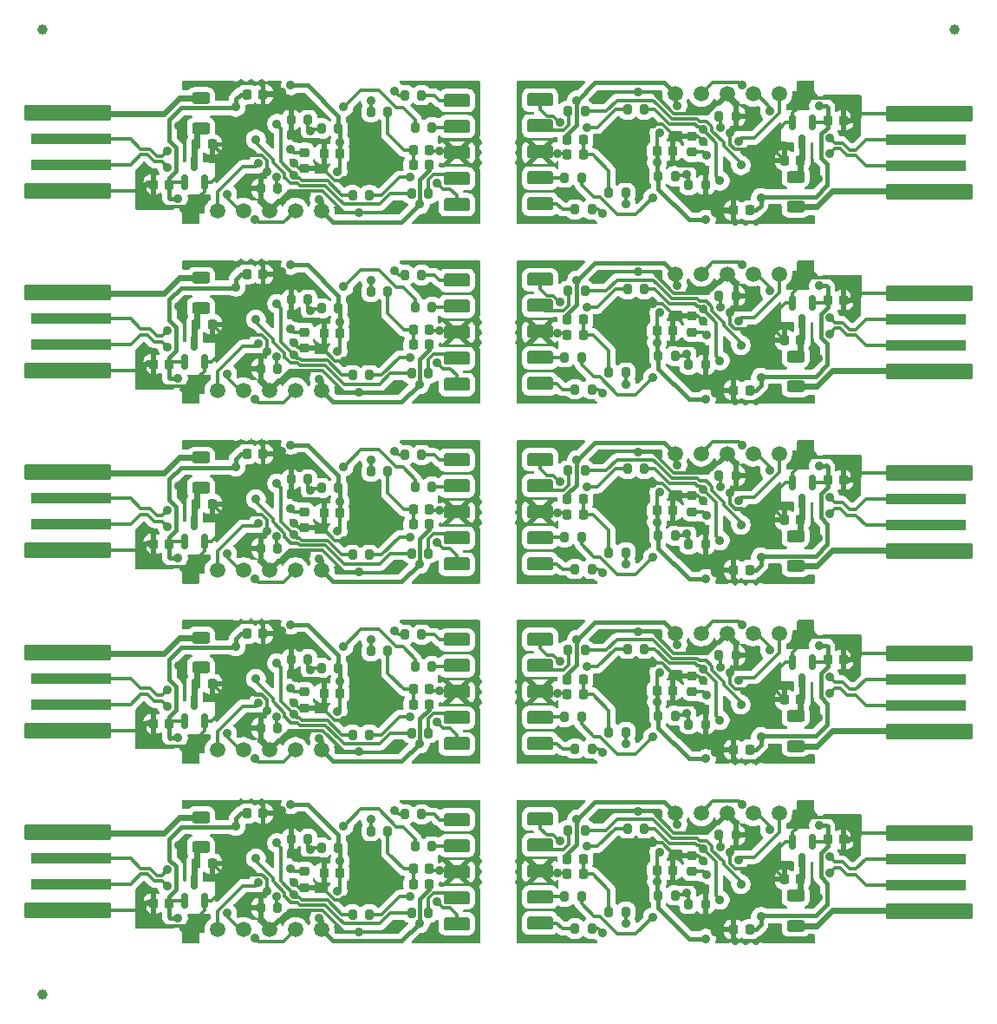
<source format=gbr>
%TF.GenerationSoftware,KiCad,Pcbnew,9.0.3*%
%TF.CreationDate,2025-07-30T17:20:14+02:00*%
%TF.ProjectId,Untitled6,556e7469-746c-4656-9436-2e6b69636164,rev?*%
%TF.SameCoordinates,Original*%
%TF.FileFunction,Copper,L2,Bot*%
%TF.FilePolarity,Positive*%
%FSLAX46Y46*%
G04 Gerber Fmt 4.6, Leading zero omitted, Abs format (unit mm)*
G04 Created by KiCad (PCBNEW 9.0.3) date 2025-07-30 17:20:14*
%MOMM*%
%LPD*%
G01*
G04 APERTURE LIST*
G04 Aperture macros list*
%AMRoundRect*
0 Rectangle with rounded corners*
0 $1 Rounding radius*
0 $2 $3 $4 $5 $6 $7 $8 $9 X,Y pos of 4 corners*
0 Add a 4 corners polygon primitive as box body*
4,1,4,$2,$3,$4,$5,$6,$7,$8,$9,$2,$3,0*
0 Add four circle primitives for the rounded corners*
1,1,$1+$1,$2,$3*
1,1,$1+$1,$4,$5*
1,1,$1+$1,$6,$7*
1,1,$1+$1,$8,$9*
0 Add four rect primitives between the rounded corners*
20,1,$1+$1,$2,$3,$4,$5,0*
20,1,$1+$1,$4,$5,$6,$7,0*
20,1,$1+$1,$6,$7,$8,$9,0*
20,1,$1+$1,$8,$9,$2,$3,0*%
G04 Aperture macros list end*
%TA.AperFunction,SMDPad,CuDef*%
%ADD10RoundRect,0.190500X-1.079500X-0.444500X1.079500X-0.444500X1.079500X0.444500X-1.079500X0.444500X0*%
%TD*%
%TA.AperFunction,SMDPad,CuDef*%
%ADD11RoundRect,0.190500X1.079500X0.444500X-1.079500X0.444500X-1.079500X-0.444500X1.079500X-0.444500X0*%
%TD*%
%TA.AperFunction,SMDPad,CuDef*%
%ADD12RoundRect,0.225000X0.225000X0.250000X-0.225000X0.250000X-0.225000X-0.250000X0.225000X-0.250000X0*%
%TD*%
%TA.AperFunction,SMDPad,CuDef*%
%ADD13RoundRect,0.250000X0.625000X-0.312500X0.625000X0.312500X-0.625000X0.312500X-0.625000X-0.312500X0*%
%TD*%
%TA.AperFunction,SMDPad,CuDef*%
%ADD14RoundRect,0.225000X-0.225000X-0.250000X0.225000X-0.250000X0.225000X0.250000X-0.225000X0.250000X0*%
%TD*%
%TA.AperFunction,SMDPad,CuDef*%
%ADD15RoundRect,0.218750X-0.218750X-0.256250X0.218750X-0.256250X0.218750X0.256250X-0.218750X0.256250X0*%
%TD*%
%TA.AperFunction,SMDPad,CuDef*%
%ADD16C,1.500000*%
%TD*%
%TA.AperFunction,SMDPad,CuDef*%
%ADD17RoundRect,0.200000X-0.200000X-0.275000X0.200000X-0.275000X0.200000X0.275000X-0.200000X0.275000X0*%
%TD*%
%TA.AperFunction,SMDPad,CuDef*%
%ADD18RoundRect,0.200000X0.200000X0.275000X-0.200000X0.275000X-0.200000X-0.275000X0.200000X-0.275000X0*%
%TD*%
%TA.AperFunction,ConnectorPad*%
%ADD19RoundRect,0.100500X4.149500X0.649500X-4.149500X0.649500X-4.149500X-0.649500X4.149500X-0.649500X0*%
%TD*%
%TA.AperFunction,ConnectorPad*%
%ADD20RoundRect,0.100100X3.774900X0.449900X-3.774900X0.449900X-3.774900X-0.449900X3.774900X-0.449900X0*%
%TD*%
%TA.AperFunction,SMDPad,CuDef*%
%ADD21RoundRect,0.150000X-0.150000X0.587500X-0.150000X-0.587500X0.150000X-0.587500X0.150000X0.587500X0*%
%TD*%
%TA.AperFunction,SMDPad,CuDef*%
%ADD22RoundRect,0.218750X0.218750X0.256250X-0.218750X0.256250X-0.218750X-0.256250X0.218750X-0.256250X0*%
%TD*%
%TA.AperFunction,SMDPad,CuDef*%
%ADD23RoundRect,0.250000X-0.625000X0.312500X-0.625000X-0.312500X0.625000X-0.312500X0.625000X0.312500X0*%
%TD*%
%TA.AperFunction,SMDPad,CuDef*%
%ADD24RoundRect,0.225000X0.250000X-0.225000X0.250000X0.225000X-0.250000X0.225000X-0.250000X-0.225000X0*%
%TD*%
%TA.AperFunction,ConnectorPad*%
%ADD25RoundRect,0.100500X-4.149500X-0.649500X4.149500X-0.649500X4.149500X0.649500X-4.149500X0.649500X0*%
%TD*%
%TA.AperFunction,ConnectorPad*%
%ADD26RoundRect,0.100100X-3.774900X-0.449900X3.774900X-0.449900X3.774900X0.449900X-3.774900X0.449900X0*%
%TD*%
%TA.AperFunction,SMDPad,CuDef*%
%ADD27RoundRect,0.150000X0.150000X-0.587500X0.150000X0.587500X-0.150000X0.587500X-0.150000X-0.587500X0*%
%TD*%
%TA.AperFunction,SMDPad,CuDef*%
%ADD28RoundRect,0.225000X-0.250000X0.225000X-0.250000X-0.225000X0.250000X-0.225000X0.250000X0.225000X0*%
%TD*%
%TA.AperFunction,SMDPad,CuDef*%
%ADD29C,1.000000*%
%TD*%
%TA.AperFunction,ViaPad*%
%ADD30C,0.900000*%
%TD*%
%TA.AperFunction,Conductor*%
%ADD31C,0.400000*%
%TD*%
%TA.AperFunction,Conductor*%
%ADD32C,0.300000*%
%TD*%
%TA.AperFunction,Conductor*%
%ADD33C,0.600000*%
%TD*%
G04 APERTURE END LIST*
D10*
%TO.P,J2,2,Pin_2*%
%TO.N,Board_5-Net-(J2-Pin_2)*%
X152569239Y-64469739D03*
%TO.P,J2,4,Pin_4*%
%TO.N,Board_5-Net-(J2-Pin_4)*%
X152569239Y-67009739D03*
%TO.P,J2,6,Pin_6*%
%TO.N,Board_5-Earth*%
X152569239Y-69549739D03*
%TO.P,J2,8,Pin_8*%
%TO.N,Board_5-Net-(J2-Pin_8)*%
X152569239Y-72089739D03*
%TO.P,J2,10,Pin_10*%
%TO.N,Board_5-Net-(J2-Pin_10)*%
X152569239Y-74629739D03*
%TD*%
D11*
%TO.P,J2,2,Pin_2*%
%TO.N,Board_0-Net-(J2-Pin_2)*%
X144430761Y-39611261D03*
%TO.P,J2,4,Pin_4*%
%TO.N,Board_0-Net-(J2-Pin_4)*%
X144430761Y-37071261D03*
%TO.P,J2,6,Pin_6*%
%TO.N,Board_0-Earth*%
X144430761Y-34531261D03*
%TO.P,J2,8,Pin_8*%
%TO.N,Board_0-Net-(J2-Pin_8)*%
X144430761Y-31991261D03*
%TO.P,J2,10,Pin_10*%
%TO.N,Board_0-Net-(J2-Pin_10)*%
X144430761Y-29451261D03*
%TD*%
D10*
%TO.P,J2,2,Pin_2*%
%TO.N,Board_9-Net-(J2-Pin_2)*%
X152569239Y-99549739D03*
%TO.P,J2,4,Pin_4*%
%TO.N,Board_9-Net-(J2-Pin_4)*%
X152569239Y-102089739D03*
%TO.P,J2,6,Pin_6*%
%TO.N,Board_9-Earth*%
X152569239Y-104629739D03*
%TO.P,J2,8,Pin_8*%
%TO.N,Board_9-Net-(J2-Pin_8)*%
X152569239Y-107169739D03*
%TO.P,J2,10,Pin_10*%
%TO.N,Board_9-Net-(J2-Pin_10)*%
X152569239Y-109709739D03*
%TD*%
D11*
%TO.P,J2,2,Pin_2*%
%TO.N,Board_8-Net-(J2-Pin_2)*%
X144430761Y-109771261D03*
%TO.P,J2,4,Pin_4*%
%TO.N,Board_8-Net-(J2-Pin_4)*%
X144430761Y-107231261D03*
%TO.P,J2,6,Pin_6*%
%TO.N,Board_8-Earth*%
X144430761Y-104691261D03*
%TO.P,J2,8,Pin_8*%
%TO.N,Board_8-Net-(J2-Pin_8)*%
X144430761Y-102151261D03*
%TO.P,J2,10,Pin_10*%
%TO.N,Board_8-Net-(J2-Pin_10)*%
X144430761Y-99611261D03*
%TD*%
%TO.P,J2,2,Pin_2*%
%TO.N,Board_2-Net-(J2-Pin_2)*%
X144430761Y-57151261D03*
%TO.P,J2,4,Pin_4*%
%TO.N,Board_2-Net-(J2-Pin_4)*%
X144430761Y-54611261D03*
%TO.P,J2,6,Pin_6*%
%TO.N,Board_2-Earth*%
X144430761Y-52071261D03*
%TO.P,J2,8,Pin_8*%
%TO.N,Board_2-Net-(J2-Pin_8)*%
X144430761Y-49531261D03*
%TO.P,J2,10,Pin_10*%
%TO.N,Board_2-Net-(J2-Pin_10)*%
X144430761Y-46991261D03*
%TD*%
%TO.P,J2,2,Pin_2*%
%TO.N,Board_4-Net-(J2-Pin_2)*%
X144430761Y-74691261D03*
%TO.P,J2,4,Pin_4*%
%TO.N,Board_4-Net-(J2-Pin_4)*%
X144430761Y-72151261D03*
%TO.P,J2,6,Pin_6*%
%TO.N,Board_4-Earth*%
X144430761Y-69611261D03*
%TO.P,J2,8,Pin_8*%
%TO.N,Board_4-Net-(J2-Pin_8)*%
X144430761Y-67071261D03*
%TO.P,J2,10,Pin_10*%
%TO.N,Board_4-Net-(J2-Pin_10)*%
X144430761Y-64531261D03*
%TD*%
%TO.P,J2,2,Pin_2*%
%TO.N,Board_6-Net-(J2-Pin_2)*%
X144430761Y-92231261D03*
%TO.P,J2,4,Pin_4*%
%TO.N,Board_6-Net-(J2-Pin_4)*%
X144430761Y-89691261D03*
%TO.P,J2,6,Pin_6*%
%TO.N,Board_6-Earth*%
X144430761Y-87151261D03*
%TO.P,J2,8,Pin_8*%
%TO.N,Board_6-Net-(J2-Pin_8)*%
X144430761Y-84611261D03*
%TO.P,J2,10,Pin_10*%
%TO.N,Board_6-Net-(J2-Pin_10)*%
X144430761Y-82071261D03*
%TD*%
D10*
%TO.P,J2,2,Pin_2*%
%TO.N,Board_1-Net-(J2-Pin_2)*%
X152569239Y-29389739D03*
%TO.P,J2,4,Pin_4*%
%TO.N,Board_1-Net-(J2-Pin_4)*%
X152569239Y-31929739D03*
%TO.P,J2,6,Pin_6*%
%TO.N,Board_1-Earth*%
X152569239Y-34469739D03*
%TO.P,J2,8,Pin_8*%
%TO.N,Board_1-Net-(J2-Pin_8)*%
X152569239Y-37009739D03*
%TO.P,J2,10,Pin_10*%
%TO.N,Board_1-Net-(J2-Pin_10)*%
X152569239Y-39549739D03*
%TD*%
%TO.P,J2,2,Pin_2*%
%TO.N,Board_7-Net-(J2-Pin_2)*%
X152569239Y-82009739D03*
%TO.P,J2,4,Pin_4*%
%TO.N,Board_7-Net-(J2-Pin_4)*%
X152569239Y-84549739D03*
%TO.P,J2,6,Pin_6*%
%TO.N,Board_7-Earth*%
X152569239Y-87089739D03*
%TO.P,J2,8,Pin_8*%
%TO.N,Board_7-Net-(J2-Pin_8)*%
X152569239Y-89629739D03*
%TO.P,J2,10,Pin_10*%
%TO.N,Board_7-Net-(J2-Pin_10)*%
X152569239Y-92169739D03*
%TD*%
%TO.P,J2,2,Pin_2*%
%TO.N,Board_3-Net-(J2-Pin_2)*%
X152569239Y-46929739D03*
%TO.P,J2,4,Pin_4*%
%TO.N,Board_3-Net-(J2-Pin_4)*%
X152569239Y-49469739D03*
%TO.P,J2,6,Pin_6*%
%TO.N,Board_3-Earth*%
X152569239Y-52009739D03*
%TO.P,J2,8,Pin_8*%
%TO.N,Board_3-Net-(J2-Pin_8)*%
X152569239Y-54549739D03*
%TO.P,J2,10,Pin_10*%
%TO.N,Board_3-Net-(J2-Pin_10)*%
X152569239Y-57089739D03*
%TD*%
D12*
%TO.P,C10,1*%
%TO.N,Board_6-+3V3*%
X116335761Y-90251261D03*
%TO.P,C10,2*%
%TO.N,Board_6-Earth*%
X114785761Y-90251261D03*
%TD*%
D13*
%TO.P,F1,1*%
%TO.N,Board_5-Net-(J1-Pin_1)*%
X177539239Y-74874739D03*
%TO.P,F1,2*%
%TO.N,Board_5-+5V*%
X177539239Y-71949739D03*
%TD*%
D14*
%TO.P,C7,1*%
%TO.N,Board_8-+3V3*%
X123971522Y-99002022D03*
%TO.P,C7,2*%
%TO.N,Board_8-Earth*%
X125521522Y-99002022D03*
%TD*%
D15*
%TO.P,D2,1,K*%
%TO.N,Board_7-Earth*%
X155234239Y-87359739D03*
%TO.P,D2,2,A*%
%TO.N,Board_7-Net-(D1-K)*%
X156809239Y-87359739D03*
%TD*%
%TO.P,D2,1,K*%
%TO.N,Board_5-Earth*%
X155234239Y-69819739D03*
%TO.P,D2,2,A*%
%TO.N,Board_5-Net-(D1-K)*%
X156809239Y-69819739D03*
%TD*%
D16*
%TO.P,J3,1,Pin_1*%
%TO.N,Board_7-+3V3*%
X165769239Y-81429739D03*
%TO.P,J3,2,Pin_2*%
%TO.N,Board_7-/SWCLK*%
X168309239Y-81429739D03*
%TO.P,J3,3,Pin_3*%
%TO.N,Board_7-Earth*%
X170849239Y-81429739D03*
%TO.P,J3,4,Pin_4*%
%TO.N,Board_7-/SWDIO*%
X173389239Y-81429739D03*
%TO.P,J3,5,Pin_5*%
%TO.N,Board_7-/STM_RST*%
X175929239Y-81429739D03*
%TD*%
D17*
%TO.P,R15,1*%
%TO.N,Board_1-Net-(J2-Pin_3)*%
X161104239Y-30309739D03*
%TO.P,R15,2*%
%TO.N,Board_1-/T_SWIM*%
X162754239Y-30309739D03*
%TD*%
D18*
%TO.P,R13,1*%
%TO.N,Board_7-/T_JTMS*%
X156964239Y-83089739D03*
%TO.P,R13,2*%
%TO.N,Board_7-Net-(J2-Pin_4)*%
X155314239Y-83089739D03*
%TD*%
D17*
%TO.P,R24,1*%
%TO.N,Board_2-Earth*%
X128260761Y-48871261D03*
%TO.P,R24,2*%
%TO.N,Board_2-/AIN1*%
X129910761Y-48871261D03*
%TD*%
D12*
%TO.P,C3,1*%
%TO.N,Board_7-+5V*%
X178014239Y-87889739D03*
%TO.P,C3,2*%
%TO.N,Board_7-Earth*%
X176464239Y-87889739D03*
%TD*%
D17*
%TO.P,R7,1*%
%TO.N,Board_7-Net-(U1-BOOT0)*%
X170054239Y-83579739D03*
%TO.P,R7,2*%
%TO.N,Board_7-Earth*%
X171704239Y-83579739D03*
%TD*%
D18*
%TO.P,R8,1*%
%TO.N,Board_3-/STLINK_RX*%
X157639239Y-57609739D03*
%TO.P,R8,2*%
%TO.N,Board_3-Net-(J2-Pin_10)*%
X155989239Y-57609739D03*
%TD*%
D14*
%TO.P,C3,1*%
%TO.N,Board_8-+5V*%
X118985761Y-103891261D03*
%TO.P,C3,2*%
%TO.N,Board_8-Earth*%
X120535761Y-103891261D03*
%TD*%
D19*
%TO.P,J1,1,Pin_1*%
%TO.N,Board_7-Net-(J1-Pin_1)*%
X190604239Y-90969739D03*
D20*
%TO.P,J1,2,Pin_2*%
%TO.N,Board_7-/D-*%
X190229239Y-88429739D03*
%TO.P,J1,3,Pin_3*%
%TO.N,Board_7-/D+*%
X190229239Y-85889739D03*
D19*
%TO.P,J1,4,Pin_4*%
%TO.N,Board_7-Earth*%
X190604239Y-83349739D03*
%TD*%
D21*
%TO.P,U4,1,GND*%
%TO.N,Board_7-Earth*%
X177229239Y-84229739D03*
%TO.P,U4,2,VO*%
%TO.N,Board_7-+3V3*%
X179129239Y-84229739D03*
%TO.P,U4,3,VI*%
%TO.N,Board_7-+5V*%
X178179239Y-86104739D03*
%TD*%
D14*
%TO.P,C8,1*%
%TO.N,Board_9-+3V3*%
X163973478Y-104528978D03*
%TO.P,C8,2*%
%TO.N,Board_9-Earth*%
X165523478Y-104528978D03*
%TD*%
D17*
%TO.P,R8,1*%
%TO.N,Board_2-/STLINK_RX*%
X139360761Y-46471261D03*
%TO.P,R8,2*%
%TO.N,Board_2-Net-(J2-Pin_10)*%
X141010761Y-46471261D03*
%TD*%
D18*
%TO.P,R27,1*%
%TO.N,Board_6-Net-(D1-K)*%
X137705761Y-83171261D03*
%TO.P,R27,2*%
%TO.N,Board_6-/LED_STLINK*%
X136055761Y-83171261D03*
%TD*%
D15*
%TO.P,D1,1,K*%
%TO.N,Board_8-Net-(D1-K)*%
X140183261Y-105891261D03*
%TO.P,D1,2,A*%
%TO.N,Board_8-+3V3*%
X141758261Y-105891261D03*
%TD*%
D18*
%TO.P,R20,1*%
%TO.N,Board_8-+3V3*%
X132876522Y-102332022D03*
%TO.P,R20,2*%
%TO.N,Board_8-/AIN1*%
X131226522Y-102332022D03*
%TD*%
D22*
%TO.P,D1,1,K*%
%TO.N,Board_7-Net-(D1-K)*%
X156816739Y-85889739D03*
%TO.P,D1,2,A*%
%TO.N,Board_7-+3V3*%
X155241739Y-85889739D03*
%TD*%
D12*
%TO.P,C3,1*%
%TO.N,Board_1-+5V*%
X178014239Y-35269739D03*
%TO.P,C3,2*%
%TO.N,Board_1-Earth*%
X176464239Y-35269739D03*
%TD*%
D17*
%TO.P,R27,1*%
%TO.N,Board_7-Net-(D1-K)*%
X159294239Y-91069739D03*
%TO.P,R27,2*%
%TO.N,Board_7-/LED_STLINK*%
X160944239Y-91069739D03*
%TD*%
D18*
%TO.P,R8,1*%
%TO.N,Board_5-/STLINK_RX*%
X157639239Y-75149739D03*
%TO.P,R8,2*%
%TO.N,Board_5-Net-(J2-Pin_10)*%
X155989239Y-75149739D03*
%TD*%
D23*
%TO.P,F1,1*%
%TO.N,Board_4-Net-(J1-Pin_1)*%
X119460761Y-64286261D03*
%TO.P,F1,2*%
%TO.N,Board_4-+5V*%
X119460761Y-67211261D03*
%TD*%
D17*
%TO.P,R7,1*%
%TO.N,Board_9-Net-(U1-BOOT0)*%
X170054239Y-101119739D03*
%TO.P,R7,2*%
%TO.N,Board_9-Earth*%
X171704239Y-101119739D03*
%TD*%
D14*
%TO.P,C8,1*%
%TO.N,Board_5-+3V3*%
X163973478Y-69448978D03*
%TO.P,C8,2*%
%TO.N,Board_5-Earth*%
X165523478Y-69448978D03*
%TD*%
D24*
%TO.P,C11,1*%
%TO.N,Board_0-Earth*%
X129570761Y-36066261D03*
%TO.P,C11,2*%
%TO.N,Board_0-/STM_RST*%
X129570761Y-34516261D03*
%TD*%
D14*
%TO.P,C7,1*%
%TO.N,Board_0-+3V3*%
X123971522Y-28842022D03*
%TO.P,C7,2*%
%TO.N,Board_0-Earth*%
X125521522Y-28842022D03*
%TD*%
D18*
%TO.P,R24,1*%
%TO.N,Board_1-Earth*%
X168739239Y-37669739D03*
%TO.P,R24,2*%
%TO.N,Board_1-/AIN1*%
X167089239Y-37669739D03*
%TD*%
D17*
%TO.P,R8,1*%
%TO.N,Board_0-/STLINK_RX*%
X139360761Y-28931261D03*
%TO.P,R8,2*%
%TO.N,Board_0-Net-(J2-Pin_10)*%
X141010761Y-28931261D03*
%TD*%
D23*
%TO.P,F1,1*%
%TO.N,Board_6-Net-(J1-Pin_1)*%
X119460761Y-81826261D03*
%TO.P,F1,2*%
%TO.N,Board_6-+5V*%
X119460761Y-84751261D03*
%TD*%
D18*
%TO.P,R13,1*%
%TO.N,Board_9-/T_JTMS*%
X156964239Y-100629739D03*
%TO.P,R13,2*%
%TO.N,Board_9-Net-(J2-Pin_4)*%
X155314239Y-100629739D03*
%TD*%
%TO.P,R13,1*%
%TO.N,Board_5-/T_JTMS*%
X156964239Y-65549739D03*
%TO.P,R13,2*%
%TO.N,Board_5-Net-(J2-Pin_4)*%
X155314239Y-65549739D03*
%TD*%
D21*
%TO.P,U4,1,GND*%
%TO.N,Board_3-Earth*%
X177229239Y-49149739D03*
%TO.P,U4,2,VO*%
%TO.N,Board_3-+3V3*%
X179129239Y-49149739D03*
%TO.P,U4,3,VI*%
%TO.N,Board_3-+5V*%
X178179239Y-51024739D03*
%TD*%
D24*
%TO.P,C11,1*%
%TO.N,Board_8-Earth*%
X129570761Y-106226261D03*
%TO.P,C11,2*%
%TO.N,Board_8-/STM_RST*%
X129570761Y-104676261D03*
%TD*%
D18*
%TO.P,R13,1*%
%TO.N,Board_1-/T_JTMS*%
X156964239Y-30469739D03*
%TO.P,R13,2*%
%TO.N,Board_1-Net-(J2-Pin_4)*%
X155314239Y-30469739D03*
%TD*%
D21*
%TO.P,U4,1,GND*%
%TO.N,Board_1-Earth*%
X177229239Y-31609739D03*
%TO.P,U4,2,VO*%
%TO.N,Board_1-+3V3*%
X179129239Y-31609739D03*
%TO.P,U4,3,VI*%
%TO.N,Board_1-+5V*%
X178179239Y-33484739D03*
%TD*%
D24*
%TO.P,C11,1*%
%TO.N,Board_6-Earth*%
X129570761Y-88686261D03*
%TO.P,C11,2*%
%TO.N,Board_6-/STM_RST*%
X129570761Y-87136261D03*
%TD*%
D12*
%TO.P,C8,1*%
%TO.N,Board_6-+3V3*%
X133026522Y-87252022D03*
%TO.P,C8,2*%
%TO.N,Board_6-Earth*%
X131476522Y-87252022D03*
%TD*%
D17*
%TO.P,R6,1*%
%TO.N,Board_6-/STLINK_TX*%
X140375761Y-84661261D03*
%TO.P,R6,2*%
%TO.N,Board_6-Net-(J2-Pin_8)*%
X142025761Y-84661261D03*
%TD*%
D14*
%TO.P,C8,1*%
%TO.N,Board_7-+3V3*%
X163973478Y-86988978D03*
%TO.P,C8,2*%
%TO.N,Board_7-Earth*%
X165523478Y-86988978D03*
%TD*%
%TO.P,C8,1*%
%TO.N,Board_1-+3V3*%
X163973478Y-34368978D03*
%TO.P,C8,2*%
%TO.N,Board_1-Earth*%
X165523478Y-34368978D03*
%TD*%
D15*
%TO.P,D1,1,K*%
%TO.N,Board_6-Net-(D1-K)*%
X140183261Y-88351261D03*
%TO.P,D1,2,A*%
%TO.N,Board_6-+3V3*%
X141758261Y-88351261D03*
%TD*%
D12*
%TO.P,C8,1*%
%TO.N,Board_2-+3V3*%
X133026522Y-52172022D03*
%TO.P,C8,2*%
%TO.N,Board_2-Earth*%
X131476522Y-52172022D03*
%TD*%
D16*
%TO.P,J3,1,Pin_1*%
%TO.N,Board_2-+3V3*%
X131230761Y-57731261D03*
%TO.P,J3,2,Pin_2*%
%TO.N,Board_2-/SWCLK*%
X128690761Y-57731261D03*
%TO.P,J3,3,Pin_3*%
%TO.N,Board_2-Earth*%
X126150761Y-57731261D03*
%TO.P,J3,4,Pin_4*%
%TO.N,Board_2-/SWDIO*%
X123610761Y-57731261D03*
%TO.P,J3,5,Pin_5*%
%TO.N,Board_2-/STM_RST*%
X121070761Y-57731261D03*
%TD*%
D25*
%TO.P,J1,1,Pin_1*%
%TO.N,Board_0-Net-(J1-Pin_1)*%
X106395761Y-30651261D03*
D26*
%TO.P,J1,2,Pin_2*%
%TO.N,Board_0-/D-*%
X106770761Y-33191261D03*
%TO.P,J1,3,Pin_3*%
%TO.N,Board_0-/D+*%
X106770761Y-35731261D03*
D25*
%TO.P,J1,4,Pin_4*%
%TO.N,Board_0-Earth*%
X106395761Y-38271261D03*
%TD*%
D22*
%TO.P,D1,1,K*%
%TO.N,Board_1-Net-(D1-K)*%
X156816739Y-33269739D03*
%TO.P,D1,2,A*%
%TO.N,Board_1-+3V3*%
X155241739Y-33269739D03*
%TD*%
%TO.P,D1,1,K*%
%TO.N,Board_9-Net-(D1-K)*%
X156816739Y-103429739D03*
%TO.P,D1,2,A*%
%TO.N,Board_9-+3V3*%
X155241739Y-103429739D03*
%TD*%
D13*
%TO.P,F1,1*%
%TO.N,Board_3-Net-(J1-Pin_1)*%
X177539239Y-57334739D03*
%TO.P,F1,2*%
%TO.N,Board_3-+5V*%
X177539239Y-54409739D03*
%TD*%
D17*
%TO.P,R13,1*%
%TO.N,Board_4-/T_JTMS*%
X140035761Y-73611261D03*
%TO.P,R13,2*%
%TO.N,Board_4-Net-(J2-Pin_4)*%
X141685761Y-73611261D03*
%TD*%
D25*
%TO.P,J1,1,Pin_1*%
%TO.N,Board_2-Net-(J1-Pin_1)*%
X106395761Y-48191261D03*
D26*
%TO.P,J1,2,Pin_2*%
%TO.N,Board_2-/D-*%
X106770761Y-50731261D03*
%TO.P,J1,3,Pin_3*%
%TO.N,Board_2-/D+*%
X106770761Y-53271261D03*
D25*
%TO.P,J1,4,Pin_4*%
%TO.N,Board_2-Earth*%
X106395761Y-55811261D03*
%TD*%
D15*
%TO.P,D2,1,K*%
%TO.N,Board_1-Earth*%
X155234239Y-34739739D03*
%TO.P,D2,2,A*%
%TO.N,Board_1-Net-(D1-K)*%
X156809239Y-34739739D03*
%TD*%
D16*
%TO.P,J3,1,Pin_1*%
%TO.N,Board_8-+3V3*%
X131230761Y-110351261D03*
%TO.P,J3,2,Pin_2*%
%TO.N,Board_8-/SWCLK*%
X128690761Y-110351261D03*
%TO.P,J3,3,Pin_3*%
%TO.N,Board_8-Earth*%
X126150761Y-110351261D03*
%TO.P,J3,4,Pin_4*%
%TO.N,Board_8-/SWDIO*%
X123610761Y-110351261D03*
%TO.P,J3,5,Pin_5*%
%TO.N,Board_8-/STM_RST*%
X121070761Y-110351261D03*
%TD*%
D17*
%TO.P,R27,1*%
%TO.N,Board_3-Net-(D1-K)*%
X159294239Y-55989739D03*
%TO.P,R27,2*%
%TO.N,Board_3-/LED_STLINK*%
X160944239Y-55989739D03*
%TD*%
%TO.P,R6,1*%
%TO.N,Board_2-/STLINK_TX*%
X140375761Y-49581261D03*
%TO.P,R6,2*%
%TO.N,Board_2-Net-(J2-Pin_8)*%
X142025761Y-49581261D03*
%TD*%
D13*
%TO.P,F1,1*%
%TO.N,Board_9-Net-(J1-Pin_1)*%
X177539239Y-109954739D03*
%TO.P,F1,2*%
%TO.N,Board_9-+5V*%
X177539239Y-107029739D03*
%TD*%
D22*
%TO.P,D2,1,K*%
%TO.N,Board_4-Earth*%
X141765761Y-69341261D03*
%TO.P,D2,2,A*%
%TO.N,Board_4-Net-(D1-K)*%
X140190761Y-69341261D03*
%TD*%
D27*
%TO.P,U4,1,GND*%
%TO.N,Board_4-Earth*%
X119770761Y-72471261D03*
%TO.P,U4,2,VO*%
%TO.N,Board_4-+3V3*%
X117870761Y-72471261D03*
%TO.P,U4,3,VI*%
%TO.N,Board_4-+5V*%
X118820761Y-70596261D03*
%TD*%
D17*
%TO.P,R24,1*%
%TO.N,Board_6-Earth*%
X128260761Y-83951261D03*
%TO.P,R24,2*%
%TO.N,Board_6-/AIN1*%
X129910761Y-83951261D03*
%TD*%
D13*
%TO.P,F1,1*%
%TO.N,Board_7-Net-(J1-Pin_1)*%
X177539239Y-92414739D03*
%TO.P,F1,2*%
%TO.N,Board_7-+5V*%
X177539239Y-89489739D03*
%TD*%
D12*
%TO.P,C7,1*%
%TO.N,Board_5-+3V3*%
X173028478Y-75238978D03*
%TO.P,C7,2*%
%TO.N,Board_5-Earth*%
X171478478Y-75238978D03*
%TD*%
D17*
%TO.P,R20,1*%
%TO.N,Board_9-+3V3*%
X164123478Y-106988978D03*
%TO.P,R20,2*%
%TO.N,Board_9-/AIN1*%
X165773478Y-106988978D03*
%TD*%
D18*
%TO.P,R7,1*%
%TO.N,Board_2-Net-(U1-BOOT0)*%
X126945761Y-55581261D03*
%TO.P,R7,2*%
%TO.N,Board_2-Earth*%
X125295761Y-55581261D03*
%TD*%
D25*
%TO.P,J1,1,Pin_1*%
%TO.N,Board_6-Net-(J1-Pin_1)*%
X106395761Y-83271261D03*
D26*
%TO.P,J1,2,Pin_2*%
%TO.N,Board_6-/D-*%
X106770761Y-85811261D03*
%TO.P,J1,3,Pin_3*%
%TO.N,Board_6-/D+*%
X106770761Y-88351261D03*
D25*
%TO.P,J1,4,Pin_4*%
%TO.N,Board_6-Earth*%
X106395761Y-90891261D03*
%TD*%
D17*
%TO.P,R27,1*%
%TO.N,Board_5-Net-(D1-K)*%
X159294239Y-73529739D03*
%TO.P,R27,2*%
%TO.N,Board_5-/LED_STLINK*%
X160944239Y-73529739D03*
%TD*%
%TO.P,R24,1*%
%TO.N,Board_8-Earth*%
X128260761Y-101491261D03*
%TO.P,R24,2*%
%TO.N,Board_8-/AIN1*%
X129910761Y-101491261D03*
%TD*%
D16*
%TO.P,J3,1,Pin_1*%
%TO.N,Board_5-+3V3*%
X165769239Y-63889739D03*
%TO.P,J3,2,Pin_2*%
%TO.N,Board_5-/SWCLK*%
X168309239Y-63889739D03*
%TO.P,J3,3,Pin_3*%
%TO.N,Board_5-Earth*%
X170849239Y-63889739D03*
%TO.P,J3,4,Pin_4*%
%TO.N,Board_5-/SWDIO*%
X173389239Y-63889739D03*
%TO.P,J3,5,Pin_5*%
%TO.N,Board_5-/STM_RST*%
X175929239Y-63889739D03*
%TD*%
D21*
%TO.P,U4,1,GND*%
%TO.N,Board_5-Earth*%
X177229239Y-66689739D03*
%TO.P,U4,2,VO*%
%TO.N,Board_5-+3V3*%
X179129239Y-66689739D03*
%TO.P,U4,3,VI*%
%TO.N,Board_5-+5V*%
X178179239Y-68564739D03*
%TD*%
D17*
%TO.P,R15,1*%
%TO.N,Board_5-Net-(J2-Pin_3)*%
X161104239Y-65389739D03*
%TO.P,R15,2*%
%TO.N,Board_5-/T_SWIM*%
X162754239Y-65389739D03*
%TD*%
D19*
%TO.P,J1,1,Pin_1*%
%TO.N,Board_9-Net-(J1-Pin_1)*%
X190604239Y-108509739D03*
D20*
%TO.P,J1,2,Pin_2*%
%TO.N,Board_9-/D-*%
X190229239Y-105969739D03*
%TO.P,J1,3,Pin_3*%
%TO.N,Board_9-/D+*%
X190229239Y-103429739D03*
D19*
%TO.P,J1,4,Pin_4*%
%TO.N,Board_9-Earth*%
X190604239Y-100889739D03*
%TD*%
D12*
%TO.P,C7,1*%
%TO.N,Board_9-+3V3*%
X173028478Y-110318978D03*
%TO.P,C7,2*%
%TO.N,Board_9-Earth*%
X171478478Y-110318978D03*
%TD*%
D14*
%TO.P,C7,1*%
%TO.N,Board_4-+3V3*%
X123971522Y-63922022D03*
%TO.P,C7,2*%
%TO.N,Board_4-Earth*%
X125521522Y-63922022D03*
%TD*%
D17*
%TO.P,R6,1*%
%TO.N,Board_8-/STLINK_TX*%
X140375761Y-102201261D03*
%TO.P,R6,2*%
%TO.N,Board_8-Net-(J2-Pin_8)*%
X142025761Y-102201261D03*
%TD*%
%TO.P,R6,1*%
%TO.N,Board_0-/STLINK_TX*%
X140375761Y-32041261D03*
%TO.P,R6,2*%
%TO.N,Board_0-Net-(J2-Pin_8)*%
X142025761Y-32041261D03*
%TD*%
D14*
%TO.P,C3,1*%
%TO.N,Board_2-+5V*%
X118985761Y-51271261D03*
%TO.P,C3,2*%
%TO.N,Board_2-Earth*%
X120535761Y-51271261D03*
%TD*%
D17*
%TO.P,R15,1*%
%TO.N,Board_9-Net-(J2-Pin_3)*%
X161104239Y-100469739D03*
%TO.P,R15,2*%
%TO.N,Board_9-/T_SWIM*%
X162754239Y-100469739D03*
%TD*%
D13*
%TO.P,F1,1*%
%TO.N,Board_1-Net-(J1-Pin_1)*%
X177539239Y-39794739D03*
%TO.P,F1,2*%
%TO.N,Board_1-+5V*%
X177539239Y-36869739D03*
%TD*%
D17*
%TO.P,R24,1*%
%TO.N,Board_4-Earth*%
X128260761Y-66411261D03*
%TO.P,R24,2*%
%TO.N,Board_4-/AIN1*%
X129910761Y-66411261D03*
%TD*%
D12*
%TO.P,C7,1*%
%TO.N,Board_1-+3V3*%
X173028478Y-40158978D03*
%TO.P,C7,2*%
%TO.N,Board_1-Earth*%
X171478478Y-40158978D03*
%TD*%
D19*
%TO.P,J1,1,Pin_1*%
%TO.N,Board_1-Net-(J1-Pin_1)*%
X190604239Y-38349739D03*
D20*
%TO.P,J1,2,Pin_2*%
%TO.N,Board_1-/D-*%
X190229239Y-35809739D03*
%TO.P,J1,3,Pin_3*%
%TO.N,Board_1-/D+*%
X190229239Y-33269739D03*
D19*
%TO.P,J1,4,Pin_4*%
%TO.N,Board_1-Earth*%
X190604239Y-30729739D03*
%TD*%
D18*
%TO.P,R8,1*%
%TO.N,Board_7-/STLINK_RX*%
X157639239Y-92689739D03*
%TO.P,R8,2*%
%TO.N,Board_7-Net-(J2-Pin_10)*%
X155989239Y-92689739D03*
%TD*%
D14*
%TO.P,C3,1*%
%TO.N,Board_0-+5V*%
X118985761Y-33731261D03*
%TO.P,C3,2*%
%TO.N,Board_0-Earth*%
X120535761Y-33731261D03*
%TD*%
D12*
%TO.P,C8,1*%
%TO.N,Board_4-+3V3*%
X133026522Y-69712022D03*
%TO.P,C8,2*%
%TO.N,Board_4-Earth*%
X131476522Y-69712022D03*
%TD*%
D18*
%TO.P,R15,1*%
%TO.N,Board_8-Net-(J2-Pin_3)*%
X135895761Y-108851261D03*
%TO.P,R15,2*%
%TO.N,Board_8-/T_SWIM*%
X134245761Y-108851261D03*
%TD*%
D14*
%TO.P,C7,1*%
%TO.N,Board_6-+3V3*%
X123971522Y-81462022D03*
%TO.P,C7,2*%
%TO.N,Board_6-Earth*%
X125521522Y-81462022D03*
%TD*%
D27*
%TO.P,U4,1,GND*%
%TO.N,Board_0-Earth*%
X119770761Y-37391261D03*
%TO.P,U4,2,VO*%
%TO.N,Board_0-+3V3*%
X117870761Y-37391261D03*
%TO.P,U4,3,VI*%
%TO.N,Board_0-+5V*%
X118820761Y-35516261D03*
%TD*%
D12*
%TO.P,C7,1*%
%TO.N,Board_3-+3V3*%
X173028478Y-57698978D03*
%TO.P,C7,2*%
%TO.N,Board_3-Earth*%
X171478478Y-57698978D03*
%TD*%
D24*
%TO.P,C11,1*%
%TO.N,Board_2-Earth*%
X129570761Y-53606261D03*
%TO.P,C11,2*%
%TO.N,Board_2-/STM_RST*%
X129570761Y-52056261D03*
%TD*%
D12*
%TO.P,C3,1*%
%TO.N,Board_9-+5V*%
X178014239Y-105429739D03*
%TO.P,C3,2*%
%TO.N,Board_9-Earth*%
X176464239Y-105429739D03*
%TD*%
D17*
%TO.P,R15,1*%
%TO.N,Board_3-Net-(J2-Pin_3)*%
X161104239Y-47849739D03*
%TO.P,R15,2*%
%TO.N,Board_3-/T_SWIM*%
X162754239Y-47849739D03*
%TD*%
D28*
%TO.P,C11,1*%
%TO.N,Board_7-Earth*%
X167429239Y-85554739D03*
%TO.P,C11,2*%
%TO.N,Board_7-/STM_RST*%
X167429239Y-87104739D03*
%TD*%
D17*
%TO.P,R13,1*%
%TO.N,Board_8-/T_JTMS*%
X140035761Y-108691261D03*
%TO.P,R13,2*%
%TO.N,Board_8-Net-(J2-Pin_4)*%
X141685761Y-108691261D03*
%TD*%
D15*
%TO.P,D1,1,K*%
%TO.N,Board_2-Net-(D1-K)*%
X140183261Y-53271261D03*
%TO.P,D1,2,A*%
%TO.N,Board_2-+3V3*%
X141758261Y-53271261D03*
%TD*%
D23*
%TO.P,F1,1*%
%TO.N,Board_2-Net-(J1-Pin_1)*%
X119460761Y-46746261D03*
%TO.P,F1,2*%
%TO.N,Board_2-+5V*%
X119460761Y-49671261D03*
%TD*%
D22*
%TO.P,D2,1,K*%
%TO.N,Board_2-Earth*%
X141765761Y-51801261D03*
%TO.P,D2,2,A*%
%TO.N,Board_2-Net-(D1-K)*%
X140190761Y-51801261D03*
%TD*%
%TO.P,D2,1,K*%
%TO.N,Board_0-Earth*%
X141765761Y-34261261D03*
%TO.P,D2,2,A*%
%TO.N,Board_0-Net-(D1-K)*%
X140190761Y-34261261D03*
%TD*%
D18*
%TO.P,R15,1*%
%TO.N,Board_0-Net-(J2-Pin_3)*%
X135895761Y-38691261D03*
%TO.P,R15,2*%
%TO.N,Board_0-/T_SWIM*%
X134245761Y-38691261D03*
%TD*%
D14*
%TO.P,C3,1*%
%TO.N,Board_4-+5V*%
X118985761Y-68811261D03*
%TO.P,C3,2*%
%TO.N,Board_4-Earth*%
X120535761Y-68811261D03*
%TD*%
D17*
%TO.P,R24,1*%
%TO.N,Board_0-Earth*%
X128260761Y-31331261D03*
%TO.P,R24,2*%
%TO.N,Board_0-/AIN1*%
X129910761Y-31331261D03*
%TD*%
%TO.P,R8,1*%
%TO.N,Board_4-/STLINK_RX*%
X139360761Y-64011261D03*
%TO.P,R8,2*%
%TO.N,Board_4-Net-(J2-Pin_10)*%
X141010761Y-64011261D03*
%TD*%
D14*
%TO.P,C10,1*%
%TO.N,Board_5-+3V3*%
X180664239Y-66449739D03*
%TO.P,C10,2*%
%TO.N,Board_5-Earth*%
X182214239Y-66449739D03*
%TD*%
D18*
%TO.P,R27,1*%
%TO.N,Board_8-Net-(D1-K)*%
X137705761Y-100711261D03*
%TO.P,R27,2*%
%TO.N,Board_8-/LED_STLINK*%
X136055761Y-100711261D03*
%TD*%
%TO.P,R15,1*%
%TO.N,Board_6-Net-(J2-Pin_3)*%
X135895761Y-91311261D03*
%TO.P,R15,2*%
%TO.N,Board_6-/T_SWIM*%
X134245761Y-91311261D03*
%TD*%
D28*
%TO.P,C11,1*%
%TO.N,Board_5-Earth*%
X167429239Y-68014739D03*
%TO.P,C11,2*%
%TO.N,Board_5-/STM_RST*%
X167429239Y-69564739D03*
%TD*%
D22*
%TO.P,D2,1,K*%
%TO.N,Board_8-Earth*%
X141765761Y-104421261D03*
%TO.P,D2,2,A*%
%TO.N,Board_8-Net-(D1-K)*%
X140190761Y-104421261D03*
%TD*%
%TO.P,D1,1,K*%
%TO.N,Board_5-Net-(D1-K)*%
X156816739Y-68349739D03*
%TO.P,D1,2,A*%
%TO.N,Board_5-+3V3*%
X155241739Y-68349739D03*
%TD*%
D12*
%TO.P,C10,1*%
%TO.N,Board_8-+3V3*%
X116335761Y-107791261D03*
%TO.P,C10,2*%
%TO.N,Board_8-Earth*%
X114785761Y-107791261D03*
%TD*%
D29*
%TO.P,KiKit_FID_B_2,*%
%TO.N,*%
X193010000Y-22500000D03*
%TD*%
D18*
%TO.P,R7,1*%
%TO.N,Board_6-Net-(U1-BOOT0)*%
X126945761Y-90661261D03*
%TO.P,R7,2*%
%TO.N,Board_6-Earth*%
X125295761Y-90661261D03*
%TD*%
D12*
%TO.P,C3,1*%
%TO.N,Board_3-+5V*%
X178014239Y-52809739D03*
%TO.P,C3,2*%
%TO.N,Board_3-Earth*%
X176464239Y-52809739D03*
%TD*%
D17*
%TO.P,R27,1*%
%TO.N,Board_9-Net-(D1-K)*%
X159294239Y-108609739D03*
%TO.P,R27,2*%
%TO.N,Board_9-/LED_STLINK*%
X160944239Y-108609739D03*
%TD*%
D12*
%TO.P,C8,1*%
%TO.N,Board_0-+3V3*%
X133026522Y-34632022D03*
%TO.P,C8,2*%
%TO.N,Board_0-Earth*%
X131476522Y-34632022D03*
%TD*%
D18*
%TO.P,R27,1*%
%TO.N,Board_4-Net-(D1-K)*%
X137705761Y-65631261D03*
%TO.P,R27,2*%
%TO.N,Board_4-/LED_STLINK*%
X136055761Y-65631261D03*
%TD*%
D16*
%TO.P,J3,1,Pin_1*%
%TO.N,Board_9-+3V3*%
X165769239Y-98969739D03*
%TO.P,J3,2,Pin_2*%
%TO.N,Board_9-/SWCLK*%
X168309239Y-98969739D03*
%TO.P,J3,3,Pin_3*%
%TO.N,Board_9-Earth*%
X170849239Y-98969739D03*
%TO.P,J3,4,Pin_4*%
%TO.N,Board_9-/SWDIO*%
X173389239Y-98969739D03*
%TO.P,J3,5,Pin_5*%
%TO.N,Board_9-/STM_RST*%
X175929239Y-98969739D03*
%TD*%
D23*
%TO.P,F1,1*%
%TO.N,Board_0-Net-(J1-Pin_1)*%
X119460761Y-29206261D03*
%TO.P,F1,2*%
%TO.N,Board_0-+5V*%
X119460761Y-32131261D03*
%TD*%
D29*
%TO.P,KiKit_FID_B_3,*%
%TO.N,*%
X103990000Y-116661500D03*
%TD*%
D19*
%TO.P,J1,1,Pin_1*%
%TO.N,Board_3-Net-(J1-Pin_1)*%
X190604239Y-55889739D03*
D20*
%TO.P,J1,2,Pin_2*%
%TO.N,Board_3-/D-*%
X190229239Y-53349739D03*
%TO.P,J1,3,Pin_3*%
%TO.N,Board_3-/D+*%
X190229239Y-50809739D03*
D19*
%TO.P,J1,4,Pin_4*%
%TO.N,Board_3-Earth*%
X190604239Y-48269739D03*
%TD*%
D18*
%TO.P,R24,1*%
%TO.N,Board_9-Earth*%
X168739239Y-107829739D03*
%TO.P,R24,2*%
%TO.N,Board_9-/AIN1*%
X167089239Y-107829739D03*
%TD*%
D28*
%TO.P,C11,1*%
%TO.N,Board_9-Earth*%
X167429239Y-103094739D03*
%TO.P,C11,2*%
%TO.N,Board_9-/STM_RST*%
X167429239Y-104644739D03*
%TD*%
D18*
%TO.P,R6,1*%
%TO.N,Board_7-/STLINK_TX*%
X156624239Y-89579739D03*
%TO.P,R6,2*%
%TO.N,Board_7-Net-(J2-Pin_8)*%
X154974239Y-89579739D03*
%TD*%
%TO.P,R7,1*%
%TO.N,Board_4-Net-(U1-BOOT0)*%
X126945761Y-73121261D03*
%TO.P,R7,2*%
%TO.N,Board_4-Earth*%
X125295761Y-73121261D03*
%TD*%
D17*
%TO.P,R15,1*%
%TO.N,Board_7-Net-(J2-Pin_3)*%
X161104239Y-82929739D03*
%TO.P,R15,2*%
%TO.N,Board_7-/T_SWIM*%
X162754239Y-82929739D03*
%TD*%
D22*
%TO.P,D2,1,K*%
%TO.N,Board_6-Earth*%
X141765761Y-86881261D03*
%TO.P,D2,2,A*%
%TO.N,Board_6-Net-(D1-K)*%
X140190761Y-86881261D03*
%TD*%
D14*
%TO.P,C3,1*%
%TO.N,Board_6-+5V*%
X118985761Y-86351261D03*
%TO.P,C3,2*%
%TO.N,Board_6-Earth*%
X120535761Y-86351261D03*
%TD*%
D15*
%TO.P,D1,1,K*%
%TO.N,Board_0-Net-(D1-K)*%
X140183261Y-35731261D03*
%TO.P,D1,2,A*%
%TO.N,Board_0-+3V3*%
X141758261Y-35731261D03*
%TD*%
D17*
%TO.P,R13,1*%
%TO.N,Board_6-/T_JTMS*%
X140035761Y-91151261D03*
%TO.P,R13,2*%
%TO.N,Board_6-Net-(J2-Pin_4)*%
X141685761Y-91151261D03*
%TD*%
D12*
%TO.P,C7,1*%
%TO.N,Board_7-+3V3*%
X173028478Y-92778978D03*
%TO.P,C7,2*%
%TO.N,Board_7-Earth*%
X171478478Y-92778978D03*
%TD*%
D17*
%TO.P,R27,1*%
%TO.N,Board_1-Net-(D1-K)*%
X159294239Y-38449739D03*
%TO.P,R27,2*%
%TO.N,Board_1-/LED_STLINK*%
X160944239Y-38449739D03*
%TD*%
%TO.P,R20,1*%
%TO.N,Board_5-+3V3*%
X164123478Y-71908978D03*
%TO.P,R20,2*%
%TO.N,Board_5-/AIN1*%
X165773478Y-71908978D03*
%TD*%
D14*
%TO.P,C10,1*%
%TO.N,Board_7-+3V3*%
X180664239Y-83989739D03*
%TO.P,C10,2*%
%TO.N,Board_7-Earth*%
X182214239Y-83989739D03*
%TD*%
D15*
%TO.P,D2,1,K*%
%TO.N,Board_9-Earth*%
X155234239Y-104899739D03*
%TO.P,D2,2,A*%
%TO.N,Board_9-Net-(D1-K)*%
X156809239Y-104899739D03*
%TD*%
D14*
%TO.P,C10,1*%
%TO.N,Board_9-+3V3*%
X180664239Y-101529739D03*
%TO.P,C10,2*%
%TO.N,Board_9-Earth*%
X182214239Y-101529739D03*
%TD*%
D16*
%TO.P,J3,1,Pin_1*%
%TO.N,Board_3-+3V3*%
X165769239Y-46349739D03*
%TO.P,J3,2,Pin_2*%
%TO.N,Board_3-/SWCLK*%
X168309239Y-46349739D03*
%TO.P,J3,3,Pin_3*%
%TO.N,Board_3-Earth*%
X170849239Y-46349739D03*
%TO.P,J3,4,Pin_4*%
%TO.N,Board_3-/SWDIO*%
X173389239Y-46349739D03*
%TO.P,J3,5,Pin_5*%
%TO.N,Board_3-/STM_RST*%
X175929239Y-46349739D03*
%TD*%
D18*
%TO.P,R8,1*%
%TO.N,Board_1-/STLINK_RX*%
X157639239Y-40069739D03*
%TO.P,R8,2*%
%TO.N,Board_1-Net-(J2-Pin_10)*%
X155989239Y-40069739D03*
%TD*%
D16*
%TO.P,J3,1,Pin_1*%
%TO.N,Board_6-+3V3*%
X131230761Y-92811261D03*
%TO.P,J3,2,Pin_2*%
%TO.N,Board_6-/SWCLK*%
X128690761Y-92811261D03*
%TO.P,J3,3,Pin_3*%
%TO.N,Board_6-Earth*%
X126150761Y-92811261D03*
%TO.P,J3,4,Pin_4*%
%TO.N,Board_6-/SWDIO*%
X123610761Y-92811261D03*
%TO.P,J3,5,Pin_5*%
%TO.N,Board_6-/STM_RST*%
X121070761Y-92811261D03*
%TD*%
D18*
%TO.P,R6,1*%
%TO.N,Board_1-/STLINK_TX*%
X156624239Y-36959739D03*
%TO.P,R6,2*%
%TO.N,Board_1-Net-(J2-Pin_8)*%
X154974239Y-36959739D03*
%TD*%
D24*
%TO.P,C11,1*%
%TO.N,Board_4-Earth*%
X129570761Y-71146261D03*
%TO.P,C11,2*%
%TO.N,Board_4-/STM_RST*%
X129570761Y-69596261D03*
%TD*%
D17*
%TO.P,R7,1*%
%TO.N,Board_3-Net-(U1-BOOT0)*%
X170054239Y-48499739D03*
%TO.P,R7,2*%
%TO.N,Board_3-Earth*%
X171704239Y-48499739D03*
%TD*%
%TO.P,R7,1*%
%TO.N,Board_5-Net-(U1-BOOT0)*%
X170054239Y-66039739D03*
%TO.P,R7,2*%
%TO.N,Board_5-Earth*%
X171704239Y-66039739D03*
%TD*%
D18*
%TO.P,R13,1*%
%TO.N,Board_3-/T_JTMS*%
X156964239Y-48009739D03*
%TO.P,R13,2*%
%TO.N,Board_3-Net-(J2-Pin_4)*%
X155314239Y-48009739D03*
%TD*%
D27*
%TO.P,U4,1,GND*%
%TO.N,Board_2-Earth*%
X119770761Y-54931261D03*
%TO.P,U4,2,VO*%
%TO.N,Board_2-+3V3*%
X117870761Y-54931261D03*
%TO.P,U4,3,VI*%
%TO.N,Board_2-+5V*%
X118820761Y-53056261D03*
%TD*%
D12*
%TO.P,C10,1*%
%TO.N,Board_2-+3V3*%
X116335761Y-55171261D03*
%TO.P,C10,2*%
%TO.N,Board_2-Earth*%
X114785761Y-55171261D03*
%TD*%
D28*
%TO.P,C11,1*%
%TO.N,Board_1-Earth*%
X167429239Y-32934739D03*
%TO.P,C11,2*%
%TO.N,Board_1-/STM_RST*%
X167429239Y-34484739D03*
%TD*%
D14*
%TO.P,C7,1*%
%TO.N,Board_2-+3V3*%
X123971522Y-46382022D03*
%TO.P,C7,2*%
%TO.N,Board_2-Earth*%
X125521522Y-46382022D03*
%TD*%
D18*
%TO.P,R7,1*%
%TO.N,Board_0-Net-(U1-BOOT0)*%
X126945761Y-38041261D03*
%TO.P,R7,2*%
%TO.N,Board_0-Earth*%
X125295761Y-38041261D03*
%TD*%
D17*
%TO.P,R6,1*%
%TO.N,Board_4-/STLINK_TX*%
X140375761Y-67121261D03*
%TO.P,R6,2*%
%TO.N,Board_4-Net-(J2-Pin_8)*%
X142025761Y-67121261D03*
%TD*%
D15*
%TO.P,D1,1,K*%
%TO.N,Board_4-Net-(D1-K)*%
X140183261Y-70811261D03*
%TO.P,D1,2,A*%
%TO.N,Board_4-+3V3*%
X141758261Y-70811261D03*
%TD*%
D14*
%TO.P,C10,1*%
%TO.N,Board_3-+3V3*%
X180664239Y-48909739D03*
%TO.P,C10,2*%
%TO.N,Board_3-Earth*%
X182214239Y-48909739D03*
%TD*%
D17*
%TO.P,R20,1*%
%TO.N,Board_3-+3V3*%
X164123478Y-54368978D03*
%TO.P,R20,2*%
%TO.N,Board_3-/AIN1*%
X165773478Y-54368978D03*
%TD*%
D12*
%TO.P,C8,1*%
%TO.N,Board_8-+3V3*%
X133026522Y-104792022D03*
%TO.P,C8,2*%
%TO.N,Board_8-Earth*%
X131476522Y-104792022D03*
%TD*%
D29*
%TO.P,KiKit_FID_B_1,*%
%TO.N,*%
X103990000Y-22500000D03*
%TD*%
D18*
%TO.P,R15,1*%
%TO.N,Board_4-Net-(J2-Pin_3)*%
X135895761Y-73771261D03*
%TO.P,R15,2*%
%TO.N,Board_4-/T_SWIM*%
X134245761Y-73771261D03*
%TD*%
D12*
%TO.P,C10,1*%
%TO.N,Board_4-+3V3*%
X116335761Y-72711261D03*
%TO.P,C10,2*%
%TO.N,Board_4-Earth*%
X114785761Y-72711261D03*
%TD*%
D14*
%TO.P,C8,1*%
%TO.N,Board_3-+3V3*%
X163973478Y-51908978D03*
%TO.P,C8,2*%
%TO.N,Board_3-Earth*%
X165523478Y-51908978D03*
%TD*%
D17*
%TO.P,R13,1*%
%TO.N,Board_0-/T_JTMS*%
X140035761Y-38531261D03*
%TO.P,R13,2*%
%TO.N,Board_0-Net-(J2-Pin_4)*%
X141685761Y-38531261D03*
%TD*%
D18*
%TO.P,R20,1*%
%TO.N,Board_4-+3V3*%
X132876522Y-67252022D03*
%TO.P,R20,2*%
%TO.N,Board_4-/AIN1*%
X131226522Y-67252022D03*
%TD*%
D22*
%TO.P,D1,1,K*%
%TO.N,Board_3-Net-(D1-K)*%
X156816739Y-50809739D03*
%TO.P,D1,2,A*%
%TO.N,Board_3-+3V3*%
X155241739Y-50809739D03*
%TD*%
D17*
%TO.P,R8,1*%
%TO.N,Board_6-/STLINK_RX*%
X139360761Y-81551261D03*
%TO.P,R8,2*%
%TO.N,Board_6-Net-(J2-Pin_10)*%
X141010761Y-81551261D03*
%TD*%
D16*
%TO.P,J3,1,Pin_1*%
%TO.N,Board_1-+3V3*%
X165769239Y-28809739D03*
%TO.P,J3,2,Pin_2*%
%TO.N,Board_1-/SWCLK*%
X168309239Y-28809739D03*
%TO.P,J3,3,Pin_3*%
%TO.N,Board_1-Earth*%
X170849239Y-28809739D03*
%TO.P,J3,4,Pin_4*%
%TO.N,Board_1-/SWDIO*%
X173389239Y-28809739D03*
%TO.P,J3,5,Pin_5*%
%TO.N,Board_1-/STM_RST*%
X175929239Y-28809739D03*
%TD*%
D18*
%TO.P,R8,1*%
%TO.N,Board_9-/STLINK_RX*%
X157639239Y-110229739D03*
%TO.P,R8,2*%
%TO.N,Board_9-Net-(J2-Pin_10)*%
X155989239Y-110229739D03*
%TD*%
D15*
%TO.P,D2,1,K*%
%TO.N,Board_3-Earth*%
X155234239Y-52279739D03*
%TO.P,D2,2,A*%
%TO.N,Board_3-Net-(D1-K)*%
X156809239Y-52279739D03*
%TD*%
D18*
%TO.P,R20,1*%
%TO.N,Board_0-+3V3*%
X132876522Y-32172022D03*
%TO.P,R20,2*%
%TO.N,Board_0-/AIN1*%
X131226522Y-32172022D03*
%TD*%
%TO.P,R24,1*%
%TO.N,Board_5-Earth*%
X168739239Y-72749739D03*
%TO.P,R24,2*%
%TO.N,Board_5-/AIN1*%
X167089239Y-72749739D03*
%TD*%
D28*
%TO.P,C11,1*%
%TO.N,Board_3-Earth*%
X167429239Y-50474739D03*
%TO.P,C11,2*%
%TO.N,Board_3-/STM_RST*%
X167429239Y-52024739D03*
%TD*%
D12*
%TO.P,C10,1*%
%TO.N,Board_0-+3V3*%
X116335761Y-37631261D03*
%TO.P,C10,2*%
%TO.N,Board_0-Earth*%
X114785761Y-37631261D03*
%TD*%
D17*
%TO.P,R20,1*%
%TO.N,Board_1-+3V3*%
X164123478Y-36828978D03*
%TO.P,R20,2*%
%TO.N,Board_1-/AIN1*%
X165773478Y-36828978D03*
%TD*%
D18*
%TO.P,R20,1*%
%TO.N,Board_6-+3V3*%
X132876522Y-84792022D03*
%TO.P,R20,2*%
%TO.N,Board_6-/AIN1*%
X131226522Y-84792022D03*
%TD*%
%TO.P,R7,1*%
%TO.N,Board_8-Net-(U1-BOOT0)*%
X126945761Y-108201261D03*
%TO.P,R7,2*%
%TO.N,Board_8-Earth*%
X125295761Y-108201261D03*
%TD*%
D17*
%TO.P,R7,1*%
%TO.N,Board_1-Net-(U1-BOOT0)*%
X170054239Y-30959739D03*
%TO.P,R7,2*%
%TO.N,Board_1-Earth*%
X171704239Y-30959739D03*
%TD*%
D16*
%TO.P,J3,1,Pin_1*%
%TO.N,Board_4-+3V3*%
X131230761Y-75271261D03*
%TO.P,J3,2,Pin_2*%
%TO.N,Board_4-/SWCLK*%
X128690761Y-75271261D03*
%TO.P,J3,3,Pin_3*%
%TO.N,Board_4-Earth*%
X126150761Y-75271261D03*
%TO.P,J3,4,Pin_4*%
%TO.N,Board_4-/SWDIO*%
X123610761Y-75271261D03*
%TO.P,J3,5,Pin_5*%
%TO.N,Board_4-/STM_RST*%
X121070761Y-75271261D03*
%TD*%
D18*
%TO.P,R27,1*%
%TO.N,Board_0-Net-(D1-K)*%
X137705761Y-30551261D03*
%TO.P,R27,2*%
%TO.N,Board_0-/LED_STLINK*%
X136055761Y-30551261D03*
%TD*%
D16*
%TO.P,J3,1,Pin_1*%
%TO.N,Board_0-+3V3*%
X131230761Y-40191261D03*
%TO.P,J3,2,Pin_2*%
%TO.N,Board_0-/SWCLK*%
X128690761Y-40191261D03*
%TO.P,J3,3,Pin_3*%
%TO.N,Board_0-Earth*%
X126150761Y-40191261D03*
%TO.P,J3,4,Pin_4*%
%TO.N,Board_0-/SWDIO*%
X123610761Y-40191261D03*
%TO.P,J3,5,Pin_5*%
%TO.N,Board_0-/STM_RST*%
X121070761Y-40191261D03*
%TD*%
D27*
%TO.P,U4,1,GND*%
%TO.N,Board_6-Earth*%
X119770761Y-90011261D03*
%TO.P,U4,2,VO*%
%TO.N,Board_6-+3V3*%
X117870761Y-90011261D03*
%TO.P,U4,3,VI*%
%TO.N,Board_6-+5V*%
X118820761Y-88136261D03*
%TD*%
D18*
%TO.P,R27,1*%
%TO.N,Board_2-Net-(D1-K)*%
X137705761Y-48091261D03*
%TO.P,R27,2*%
%TO.N,Board_2-/LED_STLINK*%
X136055761Y-48091261D03*
%TD*%
D23*
%TO.P,F1,1*%
%TO.N,Board_8-Net-(J1-Pin_1)*%
X119460761Y-99366261D03*
%TO.P,F1,2*%
%TO.N,Board_8-+5V*%
X119460761Y-102291261D03*
%TD*%
D27*
%TO.P,U4,1,GND*%
%TO.N,Board_8-Earth*%
X119770761Y-107551261D03*
%TO.P,U4,2,VO*%
%TO.N,Board_8-+3V3*%
X117870761Y-107551261D03*
%TO.P,U4,3,VI*%
%TO.N,Board_8-+5V*%
X118820761Y-105676261D03*
%TD*%
D21*
%TO.P,U4,1,GND*%
%TO.N,Board_9-Earth*%
X177229239Y-101769739D03*
%TO.P,U4,2,VO*%
%TO.N,Board_9-+3V3*%
X179129239Y-101769739D03*
%TO.P,U4,3,VI*%
%TO.N,Board_9-+5V*%
X178179239Y-103644739D03*
%TD*%
D17*
%TO.P,R13,1*%
%TO.N,Board_2-/T_JTMS*%
X140035761Y-56071261D03*
%TO.P,R13,2*%
%TO.N,Board_2-Net-(J2-Pin_4)*%
X141685761Y-56071261D03*
%TD*%
D18*
%TO.P,R15,1*%
%TO.N,Board_2-Net-(J2-Pin_3)*%
X135895761Y-56231261D03*
%TO.P,R15,2*%
%TO.N,Board_2-/T_SWIM*%
X134245761Y-56231261D03*
%TD*%
D25*
%TO.P,J1,1,Pin_1*%
%TO.N,Board_8-Net-(J1-Pin_1)*%
X106395761Y-100811261D03*
D26*
%TO.P,J1,2,Pin_2*%
%TO.N,Board_8-/D-*%
X106770761Y-103351261D03*
%TO.P,J1,3,Pin_3*%
%TO.N,Board_8-/D+*%
X106770761Y-105891261D03*
D25*
%TO.P,J1,4,Pin_4*%
%TO.N,Board_8-Earth*%
X106395761Y-108431261D03*
%TD*%
D18*
%TO.P,R6,1*%
%TO.N,Board_9-/STLINK_TX*%
X156624239Y-107119739D03*
%TO.P,R6,2*%
%TO.N,Board_9-Net-(J2-Pin_8)*%
X154974239Y-107119739D03*
%TD*%
D25*
%TO.P,J1,1,Pin_1*%
%TO.N,Board_4-Net-(J1-Pin_1)*%
X106395761Y-65731261D03*
D26*
%TO.P,J1,2,Pin_2*%
%TO.N,Board_4-/D-*%
X106770761Y-68271261D03*
%TO.P,J1,3,Pin_3*%
%TO.N,Board_4-/D+*%
X106770761Y-70811261D03*
D25*
%TO.P,J1,4,Pin_4*%
%TO.N,Board_4-Earth*%
X106395761Y-73351261D03*
%TD*%
D14*
%TO.P,C10,1*%
%TO.N,Board_1-+3V3*%
X180664239Y-31369739D03*
%TO.P,C10,2*%
%TO.N,Board_1-Earth*%
X182214239Y-31369739D03*
%TD*%
D18*
%TO.P,R24,1*%
%TO.N,Board_3-Earth*%
X168739239Y-55209739D03*
%TO.P,R24,2*%
%TO.N,Board_3-/AIN1*%
X167089239Y-55209739D03*
%TD*%
%TO.P,R6,1*%
%TO.N,Board_3-/STLINK_TX*%
X156624239Y-54499739D03*
%TO.P,R6,2*%
%TO.N,Board_3-Net-(J2-Pin_8)*%
X154974239Y-54499739D03*
%TD*%
%TO.P,R20,1*%
%TO.N,Board_2-+3V3*%
X132876522Y-49712022D03*
%TO.P,R20,2*%
%TO.N,Board_2-/AIN1*%
X131226522Y-49712022D03*
%TD*%
D17*
%TO.P,R8,1*%
%TO.N,Board_8-/STLINK_RX*%
X139360761Y-99091261D03*
%TO.P,R8,2*%
%TO.N,Board_8-Net-(J2-Pin_10)*%
X141010761Y-99091261D03*
%TD*%
D12*
%TO.P,C3,1*%
%TO.N,Board_5-+5V*%
X178014239Y-70349739D03*
%TO.P,C3,2*%
%TO.N,Board_5-Earth*%
X176464239Y-70349739D03*
%TD*%
D18*
%TO.P,R6,1*%
%TO.N,Board_5-/STLINK_TX*%
X156624239Y-72039739D03*
%TO.P,R6,2*%
%TO.N,Board_5-Net-(J2-Pin_8)*%
X154974239Y-72039739D03*
%TD*%
D19*
%TO.P,J1,1,Pin_1*%
%TO.N,Board_5-Net-(J1-Pin_1)*%
X190604239Y-73429739D03*
D20*
%TO.P,J1,2,Pin_2*%
%TO.N,Board_5-/D-*%
X190229239Y-70889739D03*
%TO.P,J1,3,Pin_3*%
%TO.N,Board_5-/D+*%
X190229239Y-68349739D03*
D19*
%TO.P,J1,4,Pin_4*%
%TO.N,Board_5-Earth*%
X190604239Y-65809739D03*
%TD*%
D17*
%TO.P,R20,1*%
%TO.N,Board_7-+3V3*%
X164123478Y-89448978D03*
%TO.P,R20,2*%
%TO.N,Board_7-/AIN1*%
X165773478Y-89448978D03*
%TD*%
D18*
%TO.P,R24,1*%
%TO.N,Board_7-Earth*%
X168739239Y-90289739D03*
%TO.P,R24,2*%
%TO.N,Board_7-/AIN1*%
X167089239Y-90289739D03*
%TD*%
D30*
%TO.N,Board_0-+3V3*%
X131017666Y-39072022D03*
X117200761Y-39011261D03*
X122866522Y-30077022D03*
X140830761Y-39571261D03*
X132783261Y-36408280D03*
X128232446Y-27950500D03*
X133026522Y-33500477D03*
%TO.N,Board_0-/AIN1*%
X130143554Y-32388566D03*
%TO.N,Board_0-/D+*%
X116160761Y-35941261D03*
%TO.N,Board_0-/D-*%
X116160761Y-34341261D03*
%TO.N,Board_0-/LED_STLINK*%
X136055761Y-29431261D03*
%TO.N,Board_0-/STLINK_RX*%
X138360761Y-28540261D03*
%TO.N,Board_0-/STLINK_TX*%
X133395075Y-30065575D03*
%TO.N,Board_0-/STM_RST*%
X128170761Y-34189176D03*
X125070761Y-35591261D03*
%TO.N,Board_0-/SWCLK*%
X124723192Y-41041261D03*
%TO.N,Board_0-/SWDIO*%
X121995761Y-38564845D03*
%TO.N,Board_0-/T_JTMS*%
X124820761Y-33241261D03*
%TO.N,Board_0-/T_SWIM*%
X126876092Y-31722022D03*
X128536447Y-36725575D03*
%TO.N,Board_0-Earth*%
X128510122Y-35567878D03*
X125870761Y-36391261D03*
X133451522Y-37282022D03*
X134851522Y-40372022D03*
X142760761Y-34371261D03*
X121870761Y-28291261D03*
X117241522Y-31942022D03*
X128660761Y-33098022D03*
X127340369Y-28594084D03*
%TO.N,Board_0-Net-(J2-Pin_2)*%
X142510761Y-37468265D03*
%TO.N,Board_0-Net-(J2-Pin_3)*%
X139865945Y-36947022D03*
%TO.N,Board_0-Net-(U1-BOOT0)*%
X126835600Y-36919548D03*
%TO.N,Board_1-+3V3*%
X174133478Y-38923978D03*
X168767554Y-41050500D03*
X165982334Y-29928978D03*
X163973478Y-35500523D03*
X164216739Y-32592720D03*
X179799239Y-29989739D03*
X156169239Y-29429739D03*
%TO.N,Board_1-/AIN1*%
X166856446Y-36612434D03*
%TO.N,Board_1-/D+*%
X180839239Y-33059739D03*
%TO.N,Board_1-/D-*%
X180839239Y-34659739D03*
%TO.N,Board_1-/LED_STLINK*%
X160944239Y-39569739D03*
%TO.N,Board_1-/STLINK_RX*%
X158639239Y-40460739D03*
%TO.N,Board_1-/STLINK_TX*%
X163604925Y-38935425D03*
%TO.N,Board_1-/STM_RST*%
X168829239Y-34811824D03*
X171929239Y-33409739D03*
%TO.N,Board_1-/SWCLK*%
X172276808Y-27959739D03*
%TO.N,Board_1-/SWDIO*%
X175004239Y-30436155D03*
%TO.N,Board_1-/T_JTMS*%
X172179239Y-35759739D03*
%TO.N,Board_1-/T_SWIM*%
X170123908Y-37278978D03*
X168463553Y-32275425D03*
%TO.N,Board_1-Earth*%
X175129239Y-40709739D03*
X154239239Y-34629739D03*
X168339239Y-35902978D03*
X163548478Y-31718978D03*
X168489878Y-33433122D03*
X171129239Y-32609739D03*
X162148478Y-28628978D03*
X179758478Y-37058978D03*
X169659631Y-40406916D03*
%TO.N,Board_1-Net-(J2-Pin_2)*%
X154489239Y-31532735D03*
%TO.N,Board_1-Net-(J2-Pin_3)*%
X157134055Y-32053978D03*
%TO.N,Board_1-Net-(U1-BOOT0)*%
X170164400Y-32081452D03*
%TO.N,Board_2-+3V3*%
X131017666Y-56612022D03*
X140830761Y-57111261D03*
X122866522Y-47617022D03*
X117200761Y-56551261D03*
X132783261Y-53948280D03*
X128232446Y-45490500D03*
X133026522Y-51040477D03*
%TO.N,Board_2-/AIN1*%
X130143554Y-49928566D03*
%TO.N,Board_2-/D+*%
X116160761Y-53481261D03*
%TO.N,Board_2-/D-*%
X116160761Y-51881261D03*
%TO.N,Board_2-/LED_STLINK*%
X136055761Y-46971261D03*
%TO.N,Board_2-/STLINK_RX*%
X138360761Y-46080261D03*
%TO.N,Board_2-/STLINK_TX*%
X133395075Y-47605575D03*
%TO.N,Board_2-/STM_RST*%
X128170761Y-51729176D03*
X125070761Y-53131261D03*
%TO.N,Board_2-/SWCLK*%
X124723192Y-58581261D03*
%TO.N,Board_2-/SWDIO*%
X121995761Y-56104845D03*
%TO.N,Board_2-/T_JTMS*%
X124820761Y-50781261D03*
%TO.N,Board_2-/T_SWIM*%
X128536447Y-54265575D03*
X126876092Y-49262022D03*
%TO.N,Board_2-Earth*%
X127340369Y-46134084D03*
X133451522Y-54822022D03*
X125870761Y-53931261D03*
X128660761Y-50638022D03*
X121870761Y-45831261D03*
X117241522Y-49482022D03*
X128510122Y-53107878D03*
X142760761Y-51911261D03*
X134851522Y-57912022D03*
%TO.N,Board_2-Net-(J2-Pin_2)*%
X142510761Y-55008265D03*
%TO.N,Board_2-Net-(J2-Pin_3)*%
X139865945Y-54487022D03*
%TO.N,Board_2-Net-(U1-BOOT0)*%
X126835600Y-54459548D03*
%TO.N,Board_3-+3V3*%
X156169239Y-46969739D03*
X179799239Y-47529739D03*
X163973478Y-53040523D03*
X174133478Y-56463978D03*
X164216739Y-50132720D03*
X168767554Y-58590500D03*
X165982334Y-47468978D03*
%TO.N,Board_3-/AIN1*%
X166856446Y-54152434D03*
%TO.N,Board_3-/D+*%
X180839239Y-50599739D03*
%TO.N,Board_3-/D-*%
X180839239Y-52199739D03*
%TO.N,Board_3-/LED_STLINK*%
X160944239Y-57109739D03*
%TO.N,Board_3-/STLINK_RX*%
X158639239Y-58000739D03*
%TO.N,Board_3-/STLINK_TX*%
X163604925Y-56475425D03*
%TO.N,Board_3-/STM_RST*%
X168829239Y-52351824D03*
X171929239Y-50949739D03*
%TO.N,Board_3-/SWCLK*%
X172276808Y-45499739D03*
%TO.N,Board_3-/SWDIO*%
X175004239Y-47976155D03*
%TO.N,Board_3-/T_JTMS*%
X172179239Y-53299739D03*
%TO.N,Board_3-/T_SWIM*%
X168463553Y-49815425D03*
X170123908Y-54818978D03*
%TO.N,Board_3-Earth*%
X179758478Y-54598978D03*
X168339239Y-53442978D03*
X168489878Y-50973122D03*
X175129239Y-58249739D03*
X162148478Y-46168978D03*
X171129239Y-50149739D03*
X154239239Y-52169739D03*
X169659631Y-57946916D03*
X163548478Y-49258978D03*
%TO.N,Board_3-Net-(J2-Pin_2)*%
X154489239Y-49072735D03*
%TO.N,Board_3-Net-(J2-Pin_3)*%
X157134055Y-49593978D03*
%TO.N,Board_3-Net-(U1-BOOT0)*%
X170164400Y-49621452D03*
%TO.N,Board_4-+3V3*%
X128232446Y-63030500D03*
X131017666Y-74152022D03*
X140830761Y-74651261D03*
X122866522Y-65157022D03*
X117200761Y-74091261D03*
X133026522Y-68580477D03*
X132783261Y-71488280D03*
%TO.N,Board_4-/AIN1*%
X130143554Y-67468566D03*
%TO.N,Board_4-/D+*%
X116160761Y-71021261D03*
%TO.N,Board_4-/D-*%
X116160761Y-69421261D03*
%TO.N,Board_4-/LED_STLINK*%
X136055761Y-64511261D03*
%TO.N,Board_4-/STLINK_RX*%
X138360761Y-63620261D03*
%TO.N,Board_4-/STLINK_TX*%
X133395075Y-65145575D03*
%TO.N,Board_4-/STM_RST*%
X125070761Y-70671261D03*
X128170761Y-69269176D03*
%TO.N,Board_4-/SWCLK*%
X124723192Y-76121261D03*
%TO.N,Board_4-/SWDIO*%
X121995761Y-73644845D03*
%TO.N,Board_4-/T_JTMS*%
X124820761Y-68321261D03*
%TO.N,Board_4-/T_SWIM*%
X128536447Y-71805575D03*
X126876092Y-66802022D03*
%TO.N,Board_4-Earth*%
X125870761Y-71471261D03*
X127340369Y-63674084D03*
X142760761Y-69451261D03*
X128660761Y-68178022D03*
X133451522Y-72362022D03*
X117241522Y-67022022D03*
X121870761Y-63371261D03*
X128510122Y-70647878D03*
X134851522Y-75452022D03*
%TO.N,Board_4-Net-(J2-Pin_2)*%
X142510761Y-72548265D03*
%TO.N,Board_4-Net-(J2-Pin_3)*%
X139865945Y-72027022D03*
%TO.N,Board_4-Net-(U1-BOOT0)*%
X126835600Y-71999548D03*
%TO.N,Board_5-+3V3*%
X174133478Y-74003978D03*
X168767554Y-76130500D03*
X163973478Y-70580523D03*
X156169239Y-64509739D03*
X164216739Y-67672720D03*
X165982334Y-65008978D03*
X179799239Y-65069739D03*
%TO.N,Board_5-/AIN1*%
X166856446Y-71692434D03*
%TO.N,Board_5-/D+*%
X180839239Y-68139739D03*
%TO.N,Board_5-/D-*%
X180839239Y-69739739D03*
%TO.N,Board_5-/LED_STLINK*%
X160944239Y-74649739D03*
%TO.N,Board_5-/STLINK_RX*%
X158639239Y-75540739D03*
%TO.N,Board_5-/STLINK_TX*%
X163604925Y-74015425D03*
%TO.N,Board_5-/STM_RST*%
X168829239Y-69891824D03*
X171929239Y-68489739D03*
%TO.N,Board_5-/SWCLK*%
X172276808Y-63039739D03*
%TO.N,Board_5-/SWDIO*%
X175004239Y-65516155D03*
%TO.N,Board_5-/T_JTMS*%
X172179239Y-70839739D03*
%TO.N,Board_5-/T_SWIM*%
X170123908Y-72358978D03*
X168463553Y-67355425D03*
%TO.N,Board_5-Earth*%
X171129239Y-67689739D03*
X179758478Y-72138978D03*
X163548478Y-66798978D03*
X162148478Y-63708978D03*
X175129239Y-75789739D03*
X169659631Y-75486916D03*
X154239239Y-69709739D03*
X168339239Y-70982978D03*
X168489878Y-68513122D03*
%TO.N,Board_5-Net-(J2-Pin_2)*%
X154489239Y-66612735D03*
%TO.N,Board_5-Net-(J2-Pin_3)*%
X157134055Y-67133978D03*
%TO.N,Board_5-Net-(U1-BOOT0)*%
X170164400Y-67161452D03*
%TO.N,Board_6-+3V3*%
X133026522Y-86120477D03*
X128232446Y-80570500D03*
X117200761Y-91631261D03*
X131017666Y-91692022D03*
X132783261Y-89028280D03*
X140830761Y-92191261D03*
X122866522Y-82697022D03*
%TO.N,Board_6-/AIN1*%
X130143554Y-85008566D03*
%TO.N,Board_6-/D+*%
X116160761Y-88561261D03*
%TO.N,Board_6-/D-*%
X116160761Y-86961261D03*
%TO.N,Board_6-/LED_STLINK*%
X136055761Y-82051261D03*
%TO.N,Board_6-/STLINK_RX*%
X138360761Y-81160261D03*
%TO.N,Board_6-/STLINK_TX*%
X133395075Y-82685575D03*
%TO.N,Board_6-/STM_RST*%
X128170761Y-86809176D03*
X125070761Y-88211261D03*
%TO.N,Board_6-/SWCLK*%
X124723192Y-93661261D03*
%TO.N,Board_6-/SWDIO*%
X121995761Y-91184845D03*
%TO.N,Board_6-/T_JTMS*%
X124820761Y-85861261D03*
%TO.N,Board_6-/T_SWIM*%
X126876092Y-84342022D03*
X128536447Y-89345575D03*
%TO.N,Board_6-Earth*%
X127340369Y-81214084D03*
X121870761Y-80911261D03*
X134851522Y-92992022D03*
X142760761Y-86991261D03*
X128660761Y-85718022D03*
X133451522Y-89902022D03*
X125870761Y-89011261D03*
X117241522Y-84562022D03*
X128510122Y-88187878D03*
%TO.N,Board_6-Net-(J2-Pin_2)*%
X142510761Y-90088265D03*
%TO.N,Board_6-Net-(J2-Pin_3)*%
X139865945Y-89567022D03*
%TO.N,Board_6-Net-(U1-BOOT0)*%
X126835600Y-89539548D03*
%TO.N,Board_7-+3V3*%
X163973478Y-88120523D03*
X156169239Y-82049739D03*
X174133478Y-91543978D03*
X179799239Y-82609739D03*
X164216739Y-85212720D03*
X165982334Y-82548978D03*
X168767554Y-93670500D03*
%TO.N,Board_7-/AIN1*%
X166856446Y-89232434D03*
%TO.N,Board_7-/D+*%
X180839239Y-85679739D03*
%TO.N,Board_7-/D-*%
X180839239Y-87279739D03*
%TO.N,Board_7-/LED_STLINK*%
X160944239Y-92189739D03*
%TO.N,Board_7-/STLINK_RX*%
X158639239Y-93080739D03*
%TO.N,Board_7-/STLINK_TX*%
X163604925Y-91555425D03*
%TO.N,Board_7-/STM_RST*%
X168829239Y-87431824D03*
X171929239Y-86029739D03*
%TO.N,Board_7-/SWCLK*%
X172276808Y-80579739D03*
%TO.N,Board_7-/SWDIO*%
X175004239Y-83056155D03*
%TO.N,Board_7-/T_JTMS*%
X172179239Y-88379739D03*
%TO.N,Board_7-/T_SWIM*%
X168463553Y-84895425D03*
X170123908Y-89898978D03*
%TO.N,Board_7-Earth*%
X154239239Y-87249739D03*
X168339239Y-88522978D03*
X168489878Y-86053122D03*
X163548478Y-84338978D03*
X169659631Y-93026916D03*
X171129239Y-85229739D03*
X175129239Y-93329739D03*
X162148478Y-81248978D03*
X179758478Y-89678978D03*
%TO.N,Board_7-Net-(J2-Pin_2)*%
X154489239Y-84152735D03*
%TO.N,Board_7-Net-(J2-Pin_3)*%
X157134055Y-84673978D03*
%TO.N,Board_7-Net-(U1-BOOT0)*%
X170164400Y-84701452D03*
%TO.N,Board_8-+3V3*%
X117200761Y-109171261D03*
X133026522Y-103660477D03*
X140830761Y-109731261D03*
X132783261Y-106568280D03*
X128232446Y-98110500D03*
X122866522Y-100237022D03*
X131017666Y-109232022D03*
%TO.N,Board_8-/AIN1*%
X130143554Y-102548566D03*
%TO.N,Board_8-/D+*%
X116160761Y-106101261D03*
%TO.N,Board_8-/D-*%
X116160761Y-104501261D03*
%TO.N,Board_8-/LED_STLINK*%
X136055761Y-99591261D03*
%TO.N,Board_8-/STLINK_RX*%
X138360761Y-98700261D03*
%TO.N,Board_8-/STLINK_TX*%
X133395075Y-100225575D03*
%TO.N,Board_8-/STM_RST*%
X125070761Y-105751261D03*
X128170761Y-104349176D03*
%TO.N,Board_8-/SWCLK*%
X124723192Y-111201261D03*
%TO.N,Board_8-/SWDIO*%
X121995761Y-108724845D03*
%TO.N,Board_8-/T_JTMS*%
X124820761Y-103401261D03*
%TO.N,Board_8-/T_SWIM*%
X126876092Y-101882022D03*
X128536447Y-106885575D03*
%TO.N,Board_8-Earth*%
X134851522Y-110532022D03*
X142760761Y-104531261D03*
X125870761Y-106551261D03*
X121870761Y-98451261D03*
X128510122Y-105727878D03*
X127340369Y-98754084D03*
X133451522Y-107442022D03*
X128660761Y-103258022D03*
X117241522Y-102102022D03*
%TO.N,Board_8-Net-(J2-Pin_2)*%
X142510761Y-107628265D03*
%TO.N,Board_8-Net-(J2-Pin_3)*%
X139865945Y-107107022D03*
%TO.N,Board_8-Net-(U1-BOOT0)*%
X126835600Y-107079548D03*
%TO.N,Board_9-+3V3*%
X165982334Y-100088978D03*
X163973478Y-105660523D03*
X179799239Y-100149739D03*
X164216739Y-102752720D03*
X156169239Y-99589739D03*
X168767554Y-111210500D03*
X174133478Y-109083978D03*
%TO.N,Board_9-/AIN1*%
X166856446Y-106772434D03*
%TO.N,Board_9-/D+*%
X180839239Y-103219739D03*
%TO.N,Board_9-/D-*%
X180839239Y-104819739D03*
%TO.N,Board_9-/LED_STLINK*%
X160944239Y-109729739D03*
%TO.N,Board_9-/STLINK_RX*%
X158639239Y-110620739D03*
%TO.N,Board_9-/STLINK_TX*%
X163604925Y-109095425D03*
%TO.N,Board_9-/STM_RST*%
X168829239Y-104971824D03*
X171929239Y-103569739D03*
%TO.N,Board_9-/SWCLK*%
X172276808Y-98119739D03*
%TO.N,Board_9-/SWDIO*%
X175004239Y-100596155D03*
%TO.N,Board_9-/T_JTMS*%
X172179239Y-105919739D03*
%TO.N,Board_9-/T_SWIM*%
X168463553Y-102435425D03*
X170123908Y-107438978D03*
%TO.N,Board_9-Earth*%
X163548478Y-101878978D03*
X179758478Y-107218978D03*
X169659631Y-110566916D03*
X162148478Y-98788978D03*
X168339239Y-106062978D03*
X168489878Y-103593122D03*
X154239239Y-104789739D03*
X171129239Y-102769739D03*
X175129239Y-110869739D03*
%TO.N,Board_9-Net-(J2-Pin_2)*%
X154489239Y-101692735D03*
%TO.N,Board_9-Net-(J2-Pin_3)*%
X157134055Y-102213978D03*
%TO.N,Board_9-Net-(U1-BOOT0)*%
X170164400Y-102241452D03*
%TD*%
D31*
%TO.N,Board_0-+3V3*%
X117522261Y-30169761D02*
X116360761Y-31331261D01*
X140836761Y-39565261D02*
X140836761Y-37155261D01*
X128588479Y-27950500D02*
X128588480Y-27950499D01*
X116513257Y-36792261D02*
X116499761Y-36792261D01*
X116460761Y-39031261D02*
X116335761Y-38906261D01*
X116499761Y-36792261D02*
X116335761Y-36956261D01*
D32*
X133026522Y-36165019D02*
X133026522Y-34632022D01*
X116375761Y-37391261D02*
X116335761Y-37431261D01*
D31*
X132329761Y-41290261D02*
X131230761Y-40191261D01*
X122773783Y-30169761D02*
X117522261Y-30169761D01*
X117011761Y-36293757D02*
X116513257Y-36792261D01*
X132888406Y-34770138D02*
X133026522Y-34632022D01*
D32*
X132783261Y-36408280D02*
X133026522Y-36165019D01*
D31*
X140772283Y-39571261D02*
X139053283Y-41290261D01*
X116335761Y-38906261D02*
X116335761Y-37431261D01*
X117200761Y-39011261D02*
X116480761Y-39011261D01*
X128588480Y-27950499D02*
X129885483Y-27950499D01*
X122866522Y-30077022D02*
X122773783Y-30169761D01*
X122866522Y-29325500D02*
X123350000Y-28842022D01*
X116360761Y-33337765D02*
X117011761Y-33988765D01*
X116360761Y-31331261D02*
X116360761Y-33337765D01*
X139053283Y-41290261D02*
X132329761Y-41290261D01*
X117011761Y-33988765D02*
X117011761Y-36293757D01*
X122866522Y-30077022D02*
X122866522Y-29325500D01*
X116480761Y-39011261D02*
X116460761Y-39031261D01*
X133026522Y-33500477D02*
X133026522Y-32322022D01*
X141758261Y-36233761D02*
X141758261Y-35731261D01*
X133026522Y-33500477D02*
X133026522Y-34632022D01*
X141856242Y-35829242D02*
X141758261Y-35731261D01*
D32*
X117870761Y-37391261D02*
X116375761Y-37391261D01*
D31*
X116335761Y-36956261D02*
X116335761Y-37631261D01*
X131230761Y-40191261D02*
X131230761Y-39285117D01*
D32*
X133026522Y-32322022D02*
X132876522Y-32172022D01*
D31*
X132876522Y-30941538D02*
X132876522Y-32172022D01*
X140836761Y-37155261D02*
X141758261Y-36233761D01*
X140830761Y-39571261D02*
X140836761Y-39565261D01*
X128232446Y-27950500D02*
X128588479Y-27950500D01*
X123350000Y-28842022D02*
X123971522Y-28842022D01*
X129885483Y-27950499D02*
X132876522Y-30941538D01*
D32*
X132801522Y-34857022D02*
X133026522Y-34632022D01*
D31*
X140830761Y-39571261D02*
X140772283Y-39571261D01*
X131230761Y-39285117D02*
X131017666Y-39072022D01*
D33*
%TO.N,Board_0-+5V*%
X119060761Y-33656261D02*
X118985761Y-33731261D01*
X119060761Y-32531261D02*
X119060761Y-33656261D01*
X118820761Y-35516261D02*
X118820761Y-33896261D01*
X119460761Y-32131261D02*
X119060761Y-32531261D01*
X118820761Y-33896261D02*
X118985761Y-33731261D01*
D32*
%TO.N,Board_0-/AIN1*%
X129910761Y-31331261D02*
X129910761Y-32155773D01*
X130143554Y-32388566D02*
X130300859Y-32231261D01*
X129910761Y-32155773D02*
X130143554Y-32388566D01*
X131280761Y-32231261D02*
X131383261Y-32128761D01*
X130300859Y-32231261D02*
X131280761Y-32231261D01*
%TO.N,Board_0-/D+*%
X114236925Y-34738261D02*
X114916926Y-35418262D01*
X115637762Y-35418262D02*
X116160761Y-35941261D01*
X106770761Y-35731261D02*
X112583262Y-35731261D01*
X112583262Y-35731261D02*
X113576262Y-34738261D01*
X113576262Y-34738261D02*
X114236925Y-34738261D01*
X114916926Y-35418262D02*
X115637762Y-35418262D01*
%TO.N,Board_0-/D-*%
X113576262Y-34184261D02*
X114466401Y-34184261D01*
X114466401Y-34184261D02*
X115146400Y-34864260D01*
X115637762Y-34864260D02*
X116160761Y-34341261D01*
X115146400Y-34864260D02*
X115637762Y-34864260D01*
X112583262Y-33191261D02*
X113576262Y-34184261D01*
X106770761Y-33191261D02*
X112583262Y-33191261D01*
%TO.N,Board_0-/LED_STLINK*%
X136055761Y-29431261D02*
X136171858Y-29547358D01*
X136171858Y-29547358D02*
X136171858Y-29620164D01*
X136171858Y-29620164D02*
X136055761Y-29736261D01*
X136055761Y-29736261D02*
X136055761Y-30551261D01*
%TO.N,Board_0-/STLINK_RX*%
X139360761Y-28931261D02*
X138751761Y-28931261D01*
X138751761Y-28931261D02*
X138360761Y-28540261D01*
%TO.N,Board_0-/STLINK_TX*%
X133426447Y-30065575D02*
X135072858Y-28419164D01*
X139160761Y-30131261D02*
X140375761Y-31346261D01*
X140375761Y-31346261D02*
X140375761Y-32041261D01*
X138560761Y-30131261D02*
X139160761Y-30131261D01*
X136848664Y-28419164D02*
X138560761Y-30131261D01*
X133395075Y-30065575D02*
X133426447Y-30065575D01*
X135072858Y-28419164D02*
X136848664Y-28419164D01*
%TO.N,Board_0-/STM_RST*%
X128170761Y-34189176D02*
X128497846Y-34516261D01*
X121071522Y-40190500D02*
X121070761Y-40191261D01*
X128497846Y-34516261D02*
X129570761Y-34516261D01*
X123537975Y-35891261D02*
X121071522Y-38357714D01*
X124770761Y-35891261D02*
X123537975Y-35891261D01*
X125070761Y-35591261D02*
X124770761Y-35891261D01*
X121071522Y-38357714D02*
X121071522Y-40190500D01*
%TO.N,Board_0-/SWCLK*%
X127541761Y-41340261D02*
X128690761Y-40191261D01*
X124723192Y-41041261D02*
X125022192Y-41340261D01*
X125022192Y-41340261D02*
X127541761Y-41340261D01*
%TO.N,Board_0-/SWDIO*%
X123831761Y-39735211D02*
X123831761Y-40647311D01*
X123290761Y-40191261D02*
X123610761Y-40191261D01*
X121995762Y-38564846D02*
X121995762Y-38896262D01*
X121995761Y-38564845D02*
X121995762Y-38564846D01*
X121995762Y-38896262D02*
X123290761Y-40191261D01*
%TO.N,Board_0-/T_JTMS*%
X126500761Y-35451923D02*
X127636600Y-36587762D01*
X129103680Y-37762022D02*
X131583001Y-37762022D01*
X127735447Y-37055947D02*
X127735447Y-37057361D01*
X126500761Y-35171261D02*
X126500761Y-35451923D01*
X133021761Y-39192261D02*
X133401522Y-39572022D01*
X127636600Y-36587762D02*
X127636600Y-36957100D01*
X137967283Y-38531261D02*
X140035761Y-38531261D01*
X133401522Y-39572022D02*
X136926522Y-39572022D01*
X127735447Y-37057361D02*
X128204661Y-37526575D01*
X124820761Y-33491261D02*
X126500761Y-35171261D01*
X128868233Y-37526575D02*
X129103680Y-37762022D01*
X128204661Y-37526575D02*
X128868233Y-37526575D01*
X133013240Y-39192261D02*
X133021761Y-39192261D01*
X136926522Y-39572022D02*
X137967283Y-38531261D01*
X127636600Y-36957100D02*
X127735447Y-37055947D01*
X131583001Y-37762022D02*
X133013240Y-39192261D01*
X124820761Y-33241261D02*
X124820761Y-33491261D01*
%TO.N,Board_0-/T_SWIM*%
X129311201Y-37261022D02*
X131790521Y-37261022D01*
X128536447Y-36756947D02*
X128805075Y-37025575D01*
X127231522Y-35420650D02*
X128536447Y-36725575D01*
X133220761Y-38691261D02*
X134245761Y-38691261D01*
X126876092Y-31722022D02*
X126876092Y-31796592D01*
X128536447Y-36725575D02*
X128536447Y-36756947D01*
X131790521Y-37261022D02*
X133220761Y-38691261D01*
X128805075Y-37025575D02*
X129075753Y-37025575D01*
X126876092Y-31796592D02*
X127231522Y-32152022D01*
X129075753Y-37025575D02*
X129311201Y-37261022D01*
X127231522Y-32152022D02*
X127231522Y-35420650D01*
%TO.N,Board_0-Earth*%
X125632283Y-28731261D02*
X125521522Y-28842022D01*
X119770761Y-38321261D02*
X119770761Y-37391261D01*
X113945761Y-37746261D02*
X114260761Y-37431261D01*
X120470761Y-37391261D02*
X122345761Y-35516261D01*
X128071000Y-38271022D02*
X131349452Y-38271022D01*
X128760761Y-33231261D02*
X130960761Y-33231261D01*
X126150761Y-39821261D02*
X125245761Y-38916261D01*
X114260761Y-37431261D02*
X114785761Y-37431261D01*
X131349452Y-38271022D02*
X133450452Y-40372022D01*
X122320761Y-35516261D02*
X122345761Y-35516261D01*
X126150761Y-40191261D02*
X128071000Y-38271022D01*
X128510122Y-35567878D02*
X128510122Y-35580622D01*
X133450452Y-40372022D02*
X134851522Y-40372022D01*
X125871761Y-35259475D02*
X125402547Y-34790261D01*
X125521522Y-28092022D02*
X125521522Y-28842022D01*
X113945761Y-38271261D02*
X115486761Y-39812261D01*
X133451522Y-37282022D02*
X132520042Y-37282022D01*
X130960761Y-33231261D02*
X131476522Y-33747022D01*
X144160761Y-34531261D02*
X144430761Y-34531261D01*
X124738975Y-34790261D02*
X125402547Y-34790261D01*
X144430761Y-34531261D02*
X144270761Y-34371261D01*
X125245761Y-36994209D02*
X125871761Y-36368209D01*
X125245761Y-38916261D02*
X125245761Y-36994209D01*
X132520042Y-37282022D02*
X131304281Y-36066261D01*
X118279761Y-39812261D02*
X119770761Y-38321261D01*
X128360761Y-31431261D02*
X128260761Y-31331261D01*
X121870761Y-28291261D02*
X122430761Y-27731261D01*
X120535761Y-33731261D02*
X122320761Y-35516261D01*
X144000761Y-34371261D02*
X144160761Y-34531261D01*
X125394308Y-34782022D02*
X125402547Y-34790261D01*
X128660761Y-33098022D02*
X128660761Y-33131261D01*
X123080000Y-34782022D02*
X125394308Y-34782022D01*
X113945761Y-38271261D02*
X113945761Y-37746261D01*
X127203192Y-28731261D02*
X125632283Y-28731261D01*
X128510122Y-35580622D02*
X128995761Y-36066261D01*
X122430761Y-27731261D02*
X125160761Y-27731261D01*
X126150761Y-40191261D02*
X126150761Y-39821261D01*
X131476522Y-33747022D02*
X131476522Y-34632022D01*
X144270761Y-34371261D02*
X141875761Y-34371261D01*
X128995761Y-36066261D02*
X129570761Y-36066261D01*
X131304281Y-36066261D02*
X129570761Y-36066261D01*
X115486761Y-39812261D02*
X118279761Y-39812261D01*
X125871761Y-36368209D02*
X125871761Y-35259475D01*
X127340369Y-28594084D02*
X127203192Y-28731261D01*
X106395761Y-38271261D02*
X113945761Y-38271261D01*
X122345761Y-35516261D02*
X123080000Y-34782022D01*
X141875761Y-34371261D02*
X141765761Y-34261261D01*
X125160761Y-27731261D02*
X125521522Y-28092022D01*
X128360761Y-32798022D02*
X128360761Y-31431261D01*
X128660761Y-33098022D02*
X128360761Y-32798022D01*
X119770761Y-37391261D02*
X120470761Y-37391261D01*
X128660761Y-33131261D02*
X128760761Y-33231261D01*
%TO.N,Board_0-Net-(D1-K)*%
X137705761Y-32676261D02*
X137705761Y-30551261D01*
X140190761Y-34261261D02*
X140190761Y-35723761D01*
X140190761Y-34261261D02*
X139290761Y-34261261D01*
X139290761Y-34261261D02*
X137705761Y-32676261D01*
X140190761Y-35723761D02*
X140183261Y-35731261D01*
D33*
%TO.N,Board_0-Net-(J1-Pin_1)*%
X115860761Y-30731261D02*
X117385761Y-29206261D01*
X106475761Y-30731261D02*
X115860761Y-30731261D01*
X117385761Y-29206261D02*
X119460761Y-29206261D01*
X106395761Y-30651261D02*
X106475761Y-30731261D01*
D32*
%TO.N,Board_0-Net-(J2-Pin_10)*%
X141010761Y-28931261D02*
X142260761Y-28931261D01*
X142260761Y-28931261D02*
X142780761Y-29451261D01*
X142780761Y-29451261D02*
X144430761Y-29451261D01*
%TO.N,Board_0-Net-(J2-Pin_2)*%
X142534999Y-37470575D02*
X143121685Y-38057261D01*
X142510761Y-37468265D02*
X142513071Y-37470575D01*
X142513071Y-37470575D02*
X142534999Y-37470575D01*
X144430761Y-38701261D02*
X144430761Y-39611261D01*
X143121685Y-38057261D02*
X143786761Y-38057261D01*
X143786761Y-38057261D02*
X144430761Y-38701261D01*
%TO.N,Board_0-Net-(J2-Pin_3)*%
X138845000Y-36947022D02*
X139865945Y-36947022D01*
X135895761Y-38691261D02*
X137100761Y-38691261D01*
X137100761Y-38691261D02*
X138845000Y-36947022D01*
%TO.N,Board_0-Net-(J2-Pin_4)*%
X142161780Y-36630242D02*
X143989742Y-36630242D01*
X143989742Y-36630242D02*
X144430761Y-37071261D01*
X141659761Y-38505261D02*
X141659761Y-37132261D01*
X141685761Y-38531261D02*
X141659761Y-38505261D01*
X141659761Y-37132261D02*
X142161780Y-36630242D01*
%TO.N,Board_0-Net-(J2-Pin_8)*%
X142025761Y-32041261D02*
X144380761Y-32041261D01*
X144380761Y-32041261D02*
X144430761Y-31991261D01*
%TO.N,Board_0-Net-(U1-BOOT0)*%
X126835600Y-38231100D02*
X126995761Y-38391261D01*
X126835600Y-36919548D02*
X126835600Y-38231100D01*
D31*
%TO.N,Board_1-+3V3*%
X156169239Y-29429739D02*
X156227717Y-29429739D01*
X165769239Y-29715883D02*
X165982334Y-29928978D01*
X179799239Y-29989739D02*
X180519239Y-29989739D01*
X164670239Y-27710739D02*
X165769239Y-28809739D01*
X164111594Y-34230862D02*
X163973478Y-34368978D01*
D32*
X163973478Y-36678978D02*
X164123478Y-36828978D01*
D31*
X163973478Y-35500523D02*
X163973478Y-36678978D01*
X156169239Y-29429739D02*
X156163239Y-29435739D01*
X174133478Y-38923978D02*
X174133478Y-39675500D01*
X164123478Y-38059462D02*
X164123478Y-36828978D01*
X174226217Y-38831239D02*
X179477739Y-38831239D01*
X179988239Y-32707243D02*
X180486743Y-32208739D01*
X180639239Y-35663235D02*
X179988239Y-35012235D01*
X163973478Y-35500523D02*
X163973478Y-34368978D01*
D32*
X164198478Y-34143978D02*
X163973478Y-34368978D01*
X179129239Y-31609739D02*
X180624239Y-31609739D01*
D31*
X155143758Y-33171758D02*
X155241739Y-33269739D01*
D32*
X180624239Y-31609739D02*
X180664239Y-31569739D01*
D31*
X180639239Y-37669739D02*
X180639239Y-35663235D01*
X179477739Y-38831239D02*
X180639239Y-37669739D01*
X156163239Y-29435739D02*
X156163239Y-31845739D01*
X179988239Y-35012235D02*
X179988239Y-32707243D01*
X157946717Y-27710739D02*
X164670239Y-27710739D01*
X180539239Y-29969739D02*
X180664239Y-30094739D01*
X180486743Y-32208739D02*
X180500239Y-32208739D01*
X174133478Y-38923978D02*
X174226217Y-38831239D01*
X173650000Y-40158978D02*
X173028478Y-40158978D01*
X180664239Y-30094739D02*
X180664239Y-31569739D01*
X180500239Y-32208739D02*
X180664239Y-32044739D01*
X156163239Y-31845739D02*
X155241739Y-32767239D01*
X168767554Y-41050500D02*
X168411521Y-41050500D01*
D32*
X164216739Y-32592720D02*
X163973478Y-32835981D01*
D31*
X165769239Y-28809739D02*
X165769239Y-29715883D01*
D32*
X163973478Y-32835981D02*
X163973478Y-34368978D01*
D31*
X174133478Y-39675500D02*
X173650000Y-40158978D01*
X168411520Y-41050501D02*
X167114517Y-41050501D01*
X155241739Y-32767239D02*
X155241739Y-33269739D01*
X156227717Y-29429739D02*
X157946717Y-27710739D01*
X168411521Y-41050500D02*
X168411520Y-41050501D01*
X180519239Y-29989739D02*
X180539239Y-29969739D01*
X167114517Y-41050501D02*
X164123478Y-38059462D01*
X180664239Y-32044739D02*
X180664239Y-31369739D01*
D33*
%TO.N,Board_1-+5V*%
X178179239Y-33484739D02*
X178179239Y-35104739D01*
X177939239Y-35344739D02*
X178014239Y-35269739D01*
X178179239Y-35104739D02*
X178014239Y-35269739D01*
X177939239Y-36469739D02*
X177939239Y-35344739D01*
X177539239Y-36869739D02*
X177939239Y-36469739D01*
D32*
%TO.N,Board_1-/AIN1*%
X167089239Y-37669739D02*
X167089239Y-36845227D01*
X166856446Y-36612434D02*
X166699141Y-36769739D01*
X165719239Y-36769739D02*
X165616739Y-36872239D01*
X166699141Y-36769739D02*
X165719239Y-36769739D01*
X167089239Y-36845227D02*
X166856446Y-36612434D01*
%TO.N,Board_1-/D+*%
X183423738Y-34262739D02*
X182763075Y-34262739D01*
X182083074Y-33582738D02*
X181362238Y-33582738D01*
X182763075Y-34262739D02*
X182083074Y-33582738D01*
X184416738Y-33269739D02*
X183423738Y-34262739D01*
X190229239Y-33269739D02*
X184416738Y-33269739D01*
X181362238Y-33582738D02*
X180839239Y-33059739D01*
%TO.N,Board_1-/D-*%
X181362238Y-34136740D02*
X180839239Y-34659739D01*
X190229239Y-35809739D02*
X184416738Y-35809739D01*
X184416738Y-35809739D02*
X183423738Y-34816739D01*
X181853600Y-34136740D02*
X181362238Y-34136740D01*
X182533599Y-34816739D02*
X181853600Y-34136740D01*
X183423738Y-34816739D02*
X182533599Y-34816739D01*
%TO.N,Board_1-/LED_STLINK*%
X160944239Y-39569739D02*
X160828142Y-39453642D01*
X160828142Y-39380836D02*
X160944239Y-39264739D01*
X160944239Y-39264739D02*
X160944239Y-38449739D01*
X160828142Y-39453642D02*
X160828142Y-39380836D01*
%TO.N,Board_1-/STLINK_RX*%
X158248239Y-40069739D02*
X158639239Y-40460739D01*
X157639239Y-40069739D02*
X158248239Y-40069739D01*
%TO.N,Board_1-/STLINK_TX*%
X158439239Y-38869739D02*
X157839239Y-38869739D01*
X163604925Y-38935425D02*
X163573553Y-38935425D01*
X160151336Y-40581836D02*
X158439239Y-38869739D01*
X156624239Y-37654739D02*
X156624239Y-36959739D01*
X161927142Y-40581836D02*
X160151336Y-40581836D01*
X163573553Y-38935425D02*
X161927142Y-40581836D01*
X157839239Y-38869739D02*
X156624239Y-37654739D01*
%TO.N,Board_1-/STM_RST*%
X175928478Y-30643286D02*
X175928478Y-28810500D01*
X168829239Y-34811824D02*
X168502154Y-34484739D01*
X173462025Y-33109739D02*
X175928478Y-30643286D01*
X175928478Y-28810500D02*
X175929239Y-28809739D01*
X168502154Y-34484739D02*
X167429239Y-34484739D01*
X171929239Y-33409739D02*
X172229239Y-33109739D01*
X172229239Y-33109739D02*
X173462025Y-33109739D01*
%TO.N,Board_1-/SWCLK*%
X169458239Y-27660739D02*
X168309239Y-28809739D01*
X172276808Y-27959739D02*
X171977808Y-27660739D01*
X171977808Y-27660739D02*
X169458239Y-27660739D01*
%TO.N,Board_1-/SWDIO*%
X175004238Y-30104738D02*
X173709239Y-28809739D01*
X173709239Y-28809739D02*
X173389239Y-28809739D01*
X175004239Y-30436155D02*
X175004238Y-30436154D01*
X173168239Y-29265789D02*
X173168239Y-28353689D01*
X175004238Y-30436154D02*
X175004238Y-30104738D01*
%TO.N,Board_1-/T_JTMS*%
X169363400Y-32413238D02*
X169363400Y-32043900D01*
X163978239Y-29808739D02*
X163598478Y-29428978D01*
X167896320Y-31238978D02*
X165416999Y-31238978D01*
X172179239Y-35759739D02*
X172179239Y-35509739D01*
X172179239Y-35509739D02*
X170499239Y-33829739D01*
X163986760Y-29808739D02*
X163978239Y-29808739D01*
X165416999Y-31238978D02*
X163986760Y-29808739D01*
X169363400Y-32043900D02*
X169264553Y-31945053D01*
X159032717Y-30469739D02*
X156964239Y-30469739D01*
X168131767Y-31474425D02*
X167896320Y-31238978D01*
X169264553Y-31943639D02*
X168795339Y-31474425D01*
X160073478Y-29428978D02*
X159032717Y-30469739D01*
X170499239Y-33549077D02*
X169363400Y-32413238D01*
X168795339Y-31474425D02*
X168131767Y-31474425D01*
X169264553Y-31945053D02*
X169264553Y-31943639D01*
X170499239Y-33829739D02*
X170499239Y-33549077D01*
X163598478Y-29428978D02*
X160073478Y-29428978D01*
%TO.N,Board_1-/T_SWIM*%
X170123908Y-37204408D02*
X169768478Y-36848978D01*
X165209479Y-31739978D02*
X163779239Y-30309739D01*
X163779239Y-30309739D02*
X162754239Y-30309739D01*
X167688799Y-31739978D02*
X165209479Y-31739978D01*
X168194925Y-31975425D02*
X167924247Y-31975425D01*
X168463553Y-32275425D02*
X168463553Y-32244053D01*
X169768478Y-33580350D02*
X168463553Y-32275425D01*
X167924247Y-31975425D02*
X167688799Y-31739978D01*
X168463553Y-32244053D02*
X168194925Y-31975425D01*
X170123908Y-37278978D02*
X170123908Y-37204408D01*
X169768478Y-36848978D02*
X169768478Y-33580350D01*
%TO.N,Board_1-Earth*%
X165523478Y-35253978D02*
X165523478Y-34368978D01*
X170849239Y-28809739D02*
X168929000Y-30729978D01*
X170849239Y-28809739D02*
X170849239Y-29179739D01*
X182739239Y-31569739D02*
X182214239Y-31569739D01*
X171478478Y-40908978D02*
X171478478Y-40158978D01*
X176464239Y-35269739D02*
X174679239Y-33484739D01*
X177229239Y-31609739D02*
X176529239Y-31609739D01*
X171128239Y-33741525D02*
X171597453Y-34210739D01*
X177229239Y-30679739D02*
X177229239Y-31609739D01*
X168239239Y-35769739D02*
X166039239Y-35769739D01*
X174569239Y-41269739D02*
X171839239Y-41269739D01*
X168489878Y-33433122D02*
X168489878Y-33420378D01*
X168339239Y-35869739D02*
X168239239Y-35769739D01*
X168639239Y-36202978D02*
X168639239Y-37569739D01*
X165650548Y-30729978D02*
X163549548Y-28628978D01*
X155124239Y-34629739D02*
X155234239Y-34739739D01*
X164479958Y-31718978D02*
X165695719Y-32934739D01*
X176529239Y-31609739D02*
X174654239Y-33484739D01*
X172261025Y-34210739D02*
X171597453Y-34210739D01*
X190604239Y-30729739D02*
X183054239Y-30729739D01*
X168639239Y-37569739D02*
X168739239Y-37669739D01*
X173920000Y-34218978D02*
X171605692Y-34218978D01*
X171754239Y-30084739D02*
X171754239Y-32006791D01*
X171605692Y-34218978D02*
X171597453Y-34210739D01*
X152839239Y-34469739D02*
X152569239Y-34469739D01*
X168339239Y-35902978D02*
X168639239Y-36202978D01*
X168004239Y-32934739D02*
X167429239Y-32934739D01*
X152999239Y-34629739D02*
X152839239Y-34469739D01*
X183054239Y-31254739D02*
X182739239Y-31569739D01*
X174654239Y-33484739D02*
X173920000Y-34218978D01*
X171839239Y-41269739D02*
X171478478Y-40908978D01*
X174679239Y-33484739D02*
X174654239Y-33484739D01*
X163548478Y-31718978D02*
X164479958Y-31718978D01*
X165695719Y-32934739D02*
X167429239Y-32934739D01*
X152729239Y-34629739D02*
X155124239Y-34629739D01*
X168489878Y-33420378D02*
X168004239Y-32934739D01*
X169796808Y-40269739D02*
X171367717Y-40269739D01*
X178720239Y-29188739D02*
X177229239Y-30679739D01*
X171754239Y-32006791D02*
X171128239Y-32632791D01*
X163549548Y-28628978D02*
X162148478Y-28628978D01*
X171128239Y-32632791D02*
X171128239Y-33741525D01*
X183054239Y-30729739D02*
X181513239Y-29188739D01*
X181513239Y-29188739D02*
X178720239Y-29188739D01*
X166039239Y-35769739D02*
X165523478Y-35253978D01*
X170849239Y-29179739D02*
X171754239Y-30084739D01*
X171367717Y-40269739D02*
X171478478Y-40158978D01*
X168929000Y-30729978D02*
X165650548Y-30729978D01*
X183054239Y-30729739D02*
X183054239Y-31254739D01*
X169659631Y-40406916D02*
X169796808Y-40269739D01*
X175129239Y-40709739D02*
X174569239Y-41269739D01*
X168339239Y-35902978D02*
X168339239Y-35869739D01*
X152569239Y-34469739D02*
X152729239Y-34629739D01*
%TO.N,Board_1-Net-(D1-K)*%
X156809239Y-34739739D02*
X156809239Y-33277239D01*
X157709239Y-34739739D02*
X159294239Y-36324739D01*
X159294239Y-36324739D02*
X159294239Y-38449739D01*
X156809239Y-34739739D02*
X157709239Y-34739739D01*
X156809239Y-33277239D02*
X156816739Y-33269739D01*
D33*
%TO.N,Board_1-Net-(J1-Pin_1)*%
X179614239Y-39794739D02*
X177539239Y-39794739D01*
X190604239Y-38349739D02*
X190524239Y-38269739D01*
X190524239Y-38269739D02*
X181139239Y-38269739D01*
X181139239Y-38269739D02*
X179614239Y-39794739D01*
D32*
%TO.N,Board_1-Net-(J2-Pin_10)*%
X154739239Y-40069739D02*
X154219239Y-39549739D01*
X155989239Y-40069739D02*
X154739239Y-40069739D01*
X154219239Y-39549739D02*
X152569239Y-39549739D01*
%TO.N,Board_1-Net-(J2-Pin_2)*%
X154486929Y-31530425D02*
X154465001Y-31530425D01*
X154489239Y-31532735D02*
X154486929Y-31530425D01*
X154465001Y-31530425D02*
X153878315Y-30943739D01*
X152569239Y-30299739D02*
X152569239Y-29389739D01*
X153878315Y-30943739D02*
X153213239Y-30943739D01*
X153213239Y-30943739D02*
X152569239Y-30299739D01*
%TO.N,Board_1-Net-(J2-Pin_3)*%
X158155000Y-32053978D02*
X157134055Y-32053978D01*
X159899239Y-30309739D02*
X158155000Y-32053978D01*
X161104239Y-30309739D02*
X159899239Y-30309739D01*
%TO.N,Board_1-Net-(J2-Pin_4)*%
X155340239Y-31868739D02*
X154838220Y-32370758D01*
X155314239Y-30469739D02*
X155340239Y-30495739D01*
X153010258Y-32370758D02*
X152569239Y-31929739D01*
X155340239Y-30495739D02*
X155340239Y-31868739D01*
X154838220Y-32370758D02*
X153010258Y-32370758D01*
%TO.N,Board_1-Net-(J2-Pin_8)*%
X154974239Y-36959739D02*
X152619239Y-36959739D01*
X152619239Y-36959739D02*
X152569239Y-37009739D01*
%TO.N,Board_1-Net-(U1-BOOT0)*%
X170164400Y-30769900D02*
X170004239Y-30609739D01*
X170164400Y-32081452D02*
X170164400Y-30769900D01*
D31*
%TO.N,Board_2-+3V3*%
X128588480Y-45490499D02*
X129885483Y-45490499D01*
X122866522Y-47617022D02*
X122773783Y-47709761D01*
X129885483Y-45490499D02*
X132876522Y-48481538D01*
D32*
X117870761Y-54931261D02*
X116375761Y-54931261D01*
D31*
X117011761Y-53833757D02*
X116513257Y-54332261D01*
X117011761Y-51528765D02*
X117011761Y-53833757D01*
X116360761Y-48871261D02*
X116360761Y-50877765D01*
X116460761Y-56571261D02*
X116335761Y-56446261D01*
X133026522Y-51040477D02*
X133026522Y-52172022D01*
X122866522Y-47617022D02*
X122866522Y-46865500D01*
X140830761Y-57111261D02*
X140836761Y-57105261D01*
X141758261Y-53773761D02*
X141758261Y-53271261D01*
X141856242Y-53369242D02*
X141758261Y-53271261D01*
X140772283Y-57111261D02*
X139053283Y-58830261D01*
X116335761Y-56446261D02*
X116335761Y-54971261D01*
X123350000Y-46382022D02*
X123971522Y-46382022D01*
D32*
X132783261Y-53948280D02*
X133026522Y-53705019D01*
D31*
X140836761Y-57105261D02*
X140836761Y-54695261D01*
X122773783Y-47709761D02*
X117522261Y-47709761D01*
X133026522Y-51040477D02*
X133026522Y-49862022D01*
X140830761Y-57111261D02*
X140772283Y-57111261D01*
X116499761Y-54332261D02*
X116335761Y-54496261D01*
X128588479Y-45490500D02*
X128588480Y-45490499D01*
D32*
X133026522Y-53705019D02*
X133026522Y-52172022D01*
D31*
X122866522Y-46865500D02*
X123350000Y-46382022D01*
X131230761Y-57731261D02*
X131230761Y-56825117D01*
X117200761Y-56551261D02*
X116480761Y-56551261D01*
D32*
X116375761Y-54931261D02*
X116335761Y-54971261D01*
D31*
X140836761Y-54695261D02*
X141758261Y-53773761D01*
X132888406Y-52310138D02*
X133026522Y-52172022D01*
D32*
X133026522Y-49862022D02*
X132876522Y-49712022D01*
D31*
X116513257Y-54332261D02*
X116499761Y-54332261D01*
X132876522Y-48481538D02*
X132876522Y-49712022D01*
X116480761Y-56551261D02*
X116460761Y-56571261D01*
X132329761Y-58830261D02*
X131230761Y-57731261D01*
X131230761Y-56825117D02*
X131017666Y-56612022D01*
X139053283Y-58830261D02*
X132329761Y-58830261D01*
X116335761Y-54496261D02*
X116335761Y-55171261D01*
X117522261Y-47709761D02*
X116360761Y-48871261D01*
D32*
X132801522Y-52397022D02*
X133026522Y-52172022D01*
D31*
X128232446Y-45490500D02*
X128588479Y-45490500D01*
X116360761Y-50877765D02*
X117011761Y-51528765D01*
D33*
%TO.N,Board_2-+5V*%
X118820761Y-51436261D02*
X118985761Y-51271261D01*
X119060761Y-51196261D02*
X118985761Y-51271261D01*
X119460761Y-49671261D02*
X119060761Y-50071261D01*
X118820761Y-53056261D02*
X118820761Y-51436261D01*
X119060761Y-50071261D02*
X119060761Y-51196261D01*
D32*
%TO.N,Board_2-/AIN1*%
X130143554Y-49928566D02*
X130300859Y-49771261D01*
X129910761Y-48871261D02*
X129910761Y-49695773D01*
X131280761Y-49771261D02*
X131383261Y-49668761D01*
X130300859Y-49771261D02*
X131280761Y-49771261D01*
X129910761Y-49695773D02*
X130143554Y-49928566D01*
%TO.N,Board_2-/D+*%
X112583262Y-53271261D02*
X113576262Y-52278261D01*
X106770761Y-53271261D02*
X112583262Y-53271261D01*
X114236925Y-52278261D02*
X114916926Y-52958262D01*
X113576262Y-52278261D02*
X114236925Y-52278261D01*
X114916926Y-52958262D02*
X115637762Y-52958262D01*
X115637762Y-52958262D02*
X116160761Y-53481261D01*
%TO.N,Board_2-/D-*%
X115637762Y-52404260D02*
X116160761Y-51881261D01*
X106770761Y-50731261D02*
X112583262Y-50731261D01*
X113576262Y-51724261D02*
X114466401Y-51724261D01*
X115146400Y-52404260D02*
X115637762Y-52404260D01*
X112583262Y-50731261D02*
X113576262Y-51724261D01*
X114466401Y-51724261D02*
X115146400Y-52404260D01*
%TO.N,Board_2-/LED_STLINK*%
X136055761Y-47276261D02*
X136055761Y-48091261D01*
X136055761Y-46971261D02*
X136171858Y-47087358D01*
X136171858Y-47087358D02*
X136171858Y-47160164D01*
X136171858Y-47160164D02*
X136055761Y-47276261D01*
%TO.N,Board_2-/STLINK_RX*%
X139360761Y-46471261D02*
X138751761Y-46471261D01*
X138751761Y-46471261D02*
X138360761Y-46080261D01*
%TO.N,Board_2-/STLINK_TX*%
X138560761Y-47671261D02*
X139160761Y-47671261D01*
X133426447Y-47605575D02*
X135072858Y-45959164D01*
X133395075Y-47605575D02*
X133426447Y-47605575D01*
X135072858Y-45959164D02*
X136848664Y-45959164D01*
X140375761Y-48886261D02*
X140375761Y-49581261D01*
X136848664Y-45959164D02*
X138560761Y-47671261D01*
X139160761Y-47671261D02*
X140375761Y-48886261D01*
%TO.N,Board_2-/STM_RST*%
X121071522Y-55897714D02*
X121071522Y-57730500D01*
X121071522Y-57730500D02*
X121070761Y-57731261D01*
X128170761Y-51729176D02*
X128497846Y-52056261D01*
X128497846Y-52056261D02*
X129570761Y-52056261D01*
X125070761Y-53131261D02*
X124770761Y-53431261D01*
X124770761Y-53431261D02*
X123537975Y-53431261D01*
X123537975Y-53431261D02*
X121071522Y-55897714D01*
%TO.N,Board_2-/SWCLK*%
X127541761Y-58880261D02*
X128690761Y-57731261D01*
X125022192Y-58880261D02*
X127541761Y-58880261D01*
X124723192Y-58581261D02*
X125022192Y-58880261D01*
%TO.N,Board_2-/SWDIO*%
X123831761Y-57275211D02*
X123831761Y-58187311D01*
X123290761Y-57731261D02*
X123610761Y-57731261D01*
X121995761Y-56104845D02*
X121995762Y-56104846D01*
X121995762Y-56104846D02*
X121995762Y-56436262D01*
X121995762Y-56436262D02*
X123290761Y-57731261D01*
%TO.N,Board_2-/T_JTMS*%
X127735447Y-54597361D02*
X128204661Y-55066575D01*
X126500761Y-52711261D02*
X126500761Y-52991923D01*
X124820761Y-50781261D02*
X124820761Y-51031261D01*
X128868233Y-55066575D02*
X129103680Y-55302022D01*
X136926522Y-57112022D02*
X137967283Y-56071261D01*
X127636600Y-54127762D02*
X127636600Y-54497100D01*
X137967283Y-56071261D02*
X140035761Y-56071261D01*
X128204661Y-55066575D02*
X128868233Y-55066575D01*
X133021761Y-56732261D02*
X133401522Y-57112022D01*
X129103680Y-55302022D02*
X131583001Y-55302022D01*
X133013240Y-56732261D02*
X133021761Y-56732261D01*
X126500761Y-52991923D02*
X127636600Y-54127762D01*
X133401522Y-57112022D02*
X136926522Y-57112022D01*
X127636600Y-54497100D02*
X127735447Y-54595947D01*
X124820761Y-51031261D02*
X126500761Y-52711261D01*
X127735447Y-54595947D02*
X127735447Y-54597361D01*
X131583001Y-55302022D02*
X133013240Y-56732261D01*
%TO.N,Board_2-/T_SWIM*%
X126876092Y-49336592D02*
X127231522Y-49692022D01*
X131790521Y-54801022D02*
X133220761Y-56231261D01*
X129311201Y-54801022D02*
X131790521Y-54801022D01*
X128536447Y-54265575D02*
X128536447Y-54296947D01*
X127231522Y-49692022D02*
X127231522Y-52960650D01*
X133220761Y-56231261D02*
X134245761Y-56231261D01*
X126876092Y-49262022D02*
X126876092Y-49336592D01*
X129075753Y-54565575D02*
X129311201Y-54801022D01*
X128805075Y-54565575D02*
X129075753Y-54565575D01*
X128536447Y-54296947D02*
X128805075Y-54565575D01*
X127231522Y-52960650D02*
X128536447Y-54265575D01*
%TO.N,Board_2-Earth*%
X113945761Y-55286261D02*
X114260761Y-54971261D01*
X131304281Y-53606261D02*
X129570761Y-53606261D01*
X144000761Y-51911261D02*
X144160761Y-52071261D01*
X128360761Y-48971261D02*
X128260761Y-48871261D01*
X128760761Y-50771261D02*
X130960761Y-50771261D01*
X131349452Y-55811022D02*
X133450452Y-57912022D01*
X122430761Y-45271261D02*
X125160761Y-45271261D01*
X132520042Y-54822022D02*
X131304281Y-53606261D01*
X119770761Y-55861261D02*
X119770761Y-54931261D01*
X121870761Y-45831261D02*
X122430761Y-45271261D01*
X125245761Y-54534209D02*
X125871761Y-53908209D01*
X126150761Y-57731261D02*
X128071000Y-55811022D01*
X144270761Y-51911261D02*
X141875761Y-51911261D01*
X127340369Y-46134084D02*
X127203192Y-46271261D01*
X128360761Y-50338022D02*
X128360761Y-48971261D01*
X128510122Y-53120622D02*
X128995761Y-53606261D01*
X131476522Y-51287022D02*
X131476522Y-52172022D01*
X120470761Y-54931261D02*
X122345761Y-53056261D01*
X128660761Y-50638022D02*
X128360761Y-50338022D01*
X124738975Y-52330261D02*
X125402547Y-52330261D01*
X144430761Y-52071261D02*
X144270761Y-51911261D01*
X113945761Y-55811261D02*
X113945761Y-55286261D01*
X125521522Y-45632022D02*
X125521522Y-46382022D01*
X125871761Y-53908209D02*
X125871761Y-52799475D01*
X126150761Y-57361261D02*
X125245761Y-56456261D01*
X144160761Y-52071261D02*
X144430761Y-52071261D01*
X125245761Y-56456261D02*
X125245761Y-54534209D01*
X130960761Y-50771261D02*
X131476522Y-51287022D01*
X125632283Y-46271261D02*
X125521522Y-46382022D01*
X122345761Y-53056261D02*
X123080000Y-52322022D01*
X125394308Y-52322022D02*
X125402547Y-52330261D01*
X120535761Y-51271261D02*
X122320761Y-53056261D01*
X128660761Y-50638022D02*
X128660761Y-50671261D01*
X106395761Y-55811261D02*
X113945761Y-55811261D01*
X133451522Y-54822022D02*
X132520042Y-54822022D01*
X118279761Y-57352261D02*
X119770761Y-55861261D01*
X127203192Y-46271261D02*
X125632283Y-46271261D01*
X114260761Y-54971261D02*
X114785761Y-54971261D01*
X125160761Y-45271261D02*
X125521522Y-45632022D01*
X123080000Y-52322022D02*
X125394308Y-52322022D01*
X126150761Y-57731261D02*
X126150761Y-57361261D01*
X128510122Y-53107878D02*
X128510122Y-53120622D01*
X119770761Y-54931261D02*
X120470761Y-54931261D01*
X133450452Y-57912022D02*
X134851522Y-57912022D01*
X128995761Y-53606261D02*
X129570761Y-53606261D01*
X115486761Y-57352261D02*
X118279761Y-57352261D01*
X128071000Y-55811022D02*
X131349452Y-55811022D01*
X141875761Y-51911261D02*
X141765761Y-51801261D01*
X113945761Y-55811261D02*
X115486761Y-57352261D01*
X122320761Y-53056261D02*
X122345761Y-53056261D01*
X125871761Y-52799475D02*
X125402547Y-52330261D01*
X128660761Y-50671261D02*
X128760761Y-50771261D01*
%TO.N,Board_2-Net-(D1-K)*%
X140190761Y-51801261D02*
X139290761Y-51801261D01*
X139290761Y-51801261D02*
X137705761Y-50216261D01*
X137705761Y-50216261D02*
X137705761Y-48091261D01*
X140190761Y-53263761D02*
X140183261Y-53271261D01*
X140190761Y-51801261D02*
X140190761Y-53263761D01*
D33*
%TO.N,Board_2-Net-(J1-Pin_1)*%
X117385761Y-46746261D02*
X119460761Y-46746261D01*
X115860761Y-48271261D02*
X117385761Y-46746261D01*
X106395761Y-48191261D02*
X106475761Y-48271261D01*
X106475761Y-48271261D02*
X115860761Y-48271261D01*
D32*
%TO.N,Board_2-Net-(J2-Pin_10)*%
X141010761Y-46471261D02*
X142260761Y-46471261D01*
X142780761Y-46991261D02*
X144430761Y-46991261D01*
X142260761Y-46471261D02*
X142780761Y-46991261D01*
%TO.N,Board_2-Net-(J2-Pin_2)*%
X144430761Y-56241261D02*
X144430761Y-57151261D01*
X142513071Y-55010575D02*
X142534999Y-55010575D01*
X143786761Y-55597261D02*
X144430761Y-56241261D01*
X143121685Y-55597261D02*
X143786761Y-55597261D01*
X142510761Y-55008265D02*
X142513071Y-55010575D01*
X142534999Y-55010575D02*
X143121685Y-55597261D01*
%TO.N,Board_2-Net-(J2-Pin_3)*%
X135895761Y-56231261D02*
X137100761Y-56231261D01*
X137100761Y-56231261D02*
X138845000Y-54487022D01*
X138845000Y-54487022D02*
X139865945Y-54487022D01*
%TO.N,Board_2-Net-(J2-Pin_4)*%
X141685761Y-56071261D02*
X141659761Y-56045261D01*
X142161780Y-54170242D02*
X143989742Y-54170242D01*
X141659761Y-54672261D02*
X142161780Y-54170242D01*
X141659761Y-56045261D02*
X141659761Y-54672261D01*
X143989742Y-54170242D02*
X144430761Y-54611261D01*
%TO.N,Board_2-Net-(J2-Pin_8)*%
X142025761Y-49581261D02*
X144380761Y-49581261D01*
X144380761Y-49581261D02*
X144430761Y-49531261D01*
%TO.N,Board_2-Net-(U1-BOOT0)*%
X126835600Y-54459548D02*
X126835600Y-55771100D01*
X126835600Y-55771100D02*
X126995761Y-55931261D01*
%TO.N,Board_3-+3V3*%
X164216739Y-50132720D02*
X163973478Y-50375981D01*
D31*
X179799239Y-47529739D02*
X180519239Y-47529739D01*
X164670239Y-45250739D02*
X165769239Y-46349739D01*
X179988239Y-50247243D02*
X180486743Y-49748739D01*
X180639239Y-55209739D02*
X180639239Y-53203235D01*
X168411520Y-58590501D02*
X167114517Y-58590501D01*
D32*
X179129239Y-49149739D02*
X180624239Y-49149739D01*
D31*
X180664239Y-49584739D02*
X180664239Y-48909739D01*
X174133478Y-56463978D02*
X174133478Y-57215500D01*
D32*
X180624239Y-49149739D02*
X180664239Y-49109739D01*
D31*
X156227717Y-46969739D02*
X157946717Y-45250739D01*
X174133478Y-56463978D02*
X174226217Y-56371239D01*
X164111594Y-51770862D02*
X163973478Y-51908978D01*
X164123478Y-55599462D02*
X164123478Y-54368978D01*
X156163239Y-49385739D02*
X155241739Y-50307239D01*
X163973478Y-53040523D02*
X163973478Y-54218978D01*
X165769239Y-46349739D02*
X165769239Y-47255883D01*
X155241739Y-50307239D02*
X155241739Y-50809739D01*
D32*
X163973478Y-54218978D02*
X164123478Y-54368978D01*
D31*
X179988239Y-52552235D02*
X179988239Y-50247243D01*
X157946717Y-45250739D02*
X164670239Y-45250739D01*
X156169239Y-46969739D02*
X156227717Y-46969739D01*
X180500239Y-49748739D02*
X180664239Y-49584739D01*
X168767554Y-58590500D02*
X168411521Y-58590500D01*
X174226217Y-56371239D02*
X179477739Y-56371239D01*
X180664239Y-47634739D02*
X180664239Y-49109739D01*
X180519239Y-47529739D02*
X180539239Y-47509739D01*
X155143758Y-50711758D02*
X155241739Y-50809739D01*
X165769239Y-47255883D02*
X165982334Y-47468978D01*
X174133478Y-57215500D02*
X173650000Y-57698978D01*
X179477739Y-56371239D02*
X180639239Y-55209739D01*
X180539239Y-47509739D02*
X180664239Y-47634739D01*
X163973478Y-53040523D02*
X163973478Y-51908978D01*
X173650000Y-57698978D02*
X173028478Y-57698978D01*
X180486743Y-49748739D02*
X180500239Y-49748739D01*
X167114517Y-58590501D02*
X164123478Y-55599462D01*
X180639239Y-53203235D02*
X179988239Y-52552235D01*
D32*
X164198478Y-51683978D02*
X163973478Y-51908978D01*
D31*
X168411521Y-58590500D02*
X168411520Y-58590501D01*
D32*
X163973478Y-50375981D02*
X163973478Y-51908978D01*
D31*
X156169239Y-46969739D02*
X156163239Y-46975739D01*
X156163239Y-46975739D02*
X156163239Y-49385739D01*
D33*
%TO.N,Board_3-+5V*%
X177539239Y-54409739D02*
X177939239Y-54009739D01*
X177939239Y-52884739D02*
X178014239Y-52809739D01*
X178179239Y-51024739D02*
X178179239Y-52644739D01*
X177939239Y-54009739D02*
X177939239Y-52884739D01*
X178179239Y-52644739D02*
X178014239Y-52809739D01*
D32*
%TO.N,Board_3-/AIN1*%
X167089239Y-54385227D02*
X166856446Y-54152434D01*
X166699141Y-54309739D02*
X165719239Y-54309739D01*
X166856446Y-54152434D02*
X166699141Y-54309739D01*
X165719239Y-54309739D02*
X165616739Y-54412239D01*
X167089239Y-55209739D02*
X167089239Y-54385227D01*
%TO.N,Board_3-/D+*%
X184416738Y-50809739D02*
X183423738Y-51802739D01*
X182763075Y-51802739D02*
X182083074Y-51122738D01*
X190229239Y-50809739D02*
X184416738Y-50809739D01*
X183423738Y-51802739D02*
X182763075Y-51802739D01*
X181362238Y-51122738D02*
X180839239Y-50599739D01*
X182083074Y-51122738D02*
X181362238Y-51122738D01*
%TO.N,Board_3-/D-*%
X183423738Y-52356739D02*
X182533599Y-52356739D01*
X181853600Y-51676740D02*
X181362238Y-51676740D01*
X181362238Y-51676740D02*
X180839239Y-52199739D01*
X190229239Y-53349739D02*
X184416738Y-53349739D01*
X182533599Y-52356739D02*
X181853600Y-51676740D01*
X184416738Y-53349739D02*
X183423738Y-52356739D01*
%TO.N,Board_3-/LED_STLINK*%
X160828142Y-56993642D02*
X160828142Y-56920836D01*
X160828142Y-56920836D02*
X160944239Y-56804739D01*
X160944239Y-56804739D02*
X160944239Y-55989739D01*
X160944239Y-57109739D02*
X160828142Y-56993642D01*
%TO.N,Board_3-/STLINK_RX*%
X158248239Y-57609739D02*
X158639239Y-58000739D01*
X157639239Y-57609739D02*
X158248239Y-57609739D01*
%TO.N,Board_3-/STLINK_TX*%
X163573553Y-56475425D02*
X161927142Y-58121836D01*
X163604925Y-56475425D02*
X163573553Y-56475425D01*
X157839239Y-56409739D02*
X156624239Y-55194739D01*
X156624239Y-55194739D02*
X156624239Y-54499739D01*
X161927142Y-58121836D02*
X160151336Y-58121836D01*
X160151336Y-58121836D02*
X158439239Y-56409739D01*
X158439239Y-56409739D02*
X157839239Y-56409739D01*
%TO.N,Board_3-/STM_RST*%
X168829239Y-52351824D02*
X168502154Y-52024739D01*
X175928478Y-46350500D02*
X175929239Y-46349739D01*
X168502154Y-52024739D02*
X167429239Y-52024739D01*
X171929239Y-50949739D02*
X172229239Y-50649739D01*
X173462025Y-50649739D02*
X175928478Y-48183286D01*
X172229239Y-50649739D02*
X173462025Y-50649739D01*
X175928478Y-48183286D02*
X175928478Y-46350500D01*
%TO.N,Board_3-/SWCLK*%
X169458239Y-45200739D02*
X168309239Y-46349739D01*
X172276808Y-45499739D02*
X171977808Y-45200739D01*
X171977808Y-45200739D02*
X169458239Y-45200739D01*
%TO.N,Board_3-/SWDIO*%
X175004238Y-47976154D02*
X175004238Y-47644738D01*
X173709239Y-46349739D02*
X173389239Y-46349739D01*
X175004238Y-47644738D02*
X173709239Y-46349739D01*
X175004239Y-47976155D02*
X175004238Y-47976154D01*
X173168239Y-46805789D02*
X173168239Y-45893689D01*
%TO.N,Board_3-/T_JTMS*%
X169363400Y-49953238D02*
X169363400Y-49583900D01*
X159032717Y-48009739D02*
X156964239Y-48009739D01*
X172179239Y-53299739D02*
X172179239Y-53049739D01*
X170499239Y-51369739D02*
X170499239Y-51089077D01*
X170499239Y-51089077D02*
X169363400Y-49953238D01*
X163598478Y-46968978D02*
X160073478Y-46968978D01*
X165416999Y-48778978D02*
X163986760Y-47348739D01*
X168795339Y-49014425D02*
X168131767Y-49014425D01*
X160073478Y-46968978D02*
X159032717Y-48009739D01*
X167896320Y-48778978D02*
X165416999Y-48778978D01*
X168131767Y-49014425D02*
X167896320Y-48778978D01*
X163978239Y-47348739D02*
X163598478Y-46968978D01*
X169264553Y-49485053D02*
X169264553Y-49483639D01*
X169264553Y-49483639D02*
X168795339Y-49014425D01*
X169363400Y-49583900D02*
X169264553Y-49485053D01*
X163986760Y-47348739D02*
X163978239Y-47348739D01*
X172179239Y-53049739D02*
X170499239Y-51369739D01*
%TO.N,Board_3-/T_SWIM*%
X170123908Y-54744408D02*
X169768478Y-54388978D01*
X169768478Y-54388978D02*
X169768478Y-51120350D01*
X168463553Y-49815425D02*
X168463553Y-49784053D01*
X170123908Y-54818978D02*
X170123908Y-54744408D01*
X167688799Y-49279978D02*
X165209479Y-49279978D01*
X168463553Y-49784053D02*
X168194925Y-49515425D01*
X167924247Y-49515425D02*
X167688799Y-49279978D01*
X165209479Y-49279978D02*
X163779239Y-47849739D01*
X168194925Y-49515425D02*
X167924247Y-49515425D01*
X169768478Y-51120350D02*
X168463553Y-49815425D01*
X163779239Y-47849739D02*
X162754239Y-47849739D01*
%TO.N,Board_3-Earth*%
X177229239Y-48219739D02*
X177229239Y-49149739D01*
X168339239Y-53409739D02*
X168239239Y-53309739D01*
X169659631Y-57946916D02*
X169796808Y-57809739D01*
X168339239Y-53442978D02*
X168339239Y-53409739D01*
X172261025Y-51750739D02*
X171597453Y-51750739D01*
X170849239Y-46349739D02*
X170849239Y-46719739D01*
X171367717Y-57809739D02*
X171478478Y-57698978D01*
X152999239Y-52169739D02*
X152839239Y-52009739D01*
X169796808Y-57809739D02*
X171367717Y-57809739D01*
X176464239Y-52809739D02*
X174679239Y-51024739D01*
X168489878Y-50960378D02*
X168004239Y-50474739D01*
X165523478Y-52793978D02*
X165523478Y-51908978D01*
X166039239Y-53309739D02*
X165523478Y-52793978D01*
X174654239Y-51024739D02*
X173920000Y-51758978D01*
X174679239Y-51024739D02*
X174654239Y-51024739D01*
X181513239Y-46728739D02*
X178720239Y-46728739D01*
X155124239Y-52169739D02*
X155234239Y-52279739D01*
X171478478Y-58448978D02*
X171478478Y-57698978D01*
X170849239Y-46719739D02*
X171754239Y-47624739D01*
X152729239Y-52169739D02*
X155124239Y-52169739D01*
X176529239Y-49149739D02*
X174654239Y-51024739D01*
X183054239Y-48794739D02*
X182739239Y-49109739D01*
X173920000Y-51758978D02*
X171605692Y-51758978D01*
X152569239Y-52009739D02*
X152729239Y-52169739D01*
X168239239Y-53309739D02*
X166039239Y-53309739D01*
X168004239Y-50474739D02*
X167429239Y-50474739D01*
X168929000Y-48269978D02*
X165650548Y-48269978D01*
X164479958Y-49258978D02*
X165695719Y-50474739D01*
X168489878Y-50973122D02*
X168489878Y-50960378D01*
X170849239Y-46349739D02*
X168929000Y-48269978D01*
X171605692Y-51758978D02*
X171597453Y-51750739D01*
X168339239Y-53442978D02*
X168639239Y-53742978D01*
X168639239Y-53742978D02*
X168639239Y-55109739D01*
X177229239Y-49149739D02*
X176529239Y-49149739D01*
X165650548Y-48269978D02*
X163549548Y-46168978D01*
X175129239Y-58249739D02*
X174569239Y-58809739D01*
X178720239Y-46728739D02*
X177229239Y-48219739D01*
X152839239Y-52009739D02*
X152569239Y-52009739D01*
X183054239Y-48269739D02*
X183054239Y-48794739D01*
X171754239Y-47624739D02*
X171754239Y-49546791D01*
X182739239Y-49109739D02*
X182214239Y-49109739D01*
X163549548Y-46168978D02*
X162148478Y-46168978D01*
X171754239Y-49546791D02*
X171128239Y-50172791D01*
X174569239Y-58809739D02*
X171839239Y-58809739D01*
X165695719Y-50474739D02*
X167429239Y-50474739D01*
X171128239Y-51281525D02*
X171597453Y-51750739D01*
X171839239Y-58809739D02*
X171478478Y-58448978D01*
X190604239Y-48269739D02*
X183054239Y-48269739D01*
X171128239Y-50172791D02*
X171128239Y-51281525D01*
X168639239Y-55109739D02*
X168739239Y-55209739D01*
X163548478Y-49258978D02*
X164479958Y-49258978D01*
X183054239Y-48269739D02*
X181513239Y-46728739D01*
%TO.N,Board_3-Net-(D1-K)*%
X159294239Y-53864739D02*
X159294239Y-55989739D01*
X156809239Y-50817239D02*
X156816739Y-50809739D01*
X156809239Y-52279739D02*
X157709239Y-52279739D01*
X157709239Y-52279739D02*
X159294239Y-53864739D01*
X156809239Y-52279739D02*
X156809239Y-50817239D01*
D33*
%TO.N,Board_3-Net-(J1-Pin_1)*%
X179614239Y-57334739D02*
X177539239Y-57334739D01*
X181139239Y-55809739D02*
X179614239Y-57334739D01*
X190524239Y-55809739D02*
X181139239Y-55809739D01*
X190604239Y-55889739D02*
X190524239Y-55809739D01*
D32*
%TO.N,Board_3-Net-(J2-Pin_10)*%
X155989239Y-57609739D02*
X154739239Y-57609739D01*
X154739239Y-57609739D02*
X154219239Y-57089739D01*
X154219239Y-57089739D02*
X152569239Y-57089739D01*
%TO.N,Board_3-Net-(J2-Pin_2)*%
X153213239Y-48483739D02*
X152569239Y-47839739D01*
X153878315Y-48483739D02*
X153213239Y-48483739D01*
X152569239Y-47839739D02*
X152569239Y-46929739D01*
X154489239Y-49072735D02*
X154486929Y-49070425D01*
X154486929Y-49070425D02*
X154465001Y-49070425D01*
X154465001Y-49070425D02*
X153878315Y-48483739D01*
%TO.N,Board_3-Net-(J2-Pin_3)*%
X159899239Y-47849739D02*
X158155000Y-49593978D01*
X161104239Y-47849739D02*
X159899239Y-47849739D01*
X158155000Y-49593978D02*
X157134055Y-49593978D01*
%TO.N,Board_3-Net-(J2-Pin_4)*%
X153010258Y-49910758D02*
X152569239Y-49469739D01*
X154838220Y-49910758D02*
X153010258Y-49910758D01*
X155314239Y-48009739D02*
X155340239Y-48035739D01*
X155340239Y-48035739D02*
X155340239Y-49408739D01*
X155340239Y-49408739D02*
X154838220Y-49910758D01*
%TO.N,Board_3-Net-(J2-Pin_8)*%
X154974239Y-54499739D02*
X152619239Y-54499739D01*
X152619239Y-54499739D02*
X152569239Y-54549739D01*
%TO.N,Board_3-Net-(U1-BOOT0)*%
X170164400Y-49621452D02*
X170164400Y-48309900D01*
X170164400Y-48309900D02*
X170004239Y-48149739D01*
%TO.N,Board_4-+3V3*%
X116375761Y-72471261D02*
X116335761Y-72511261D01*
D31*
X140836761Y-72235261D02*
X141758261Y-71313761D01*
X122866522Y-65157022D02*
X122773783Y-65249761D01*
X129885483Y-63030499D02*
X132876522Y-66021538D01*
X116360761Y-66411261D02*
X116360761Y-68417765D01*
X117011761Y-71373757D02*
X116513257Y-71872261D01*
X122866522Y-65157022D02*
X122866522Y-64405500D01*
D32*
X132783261Y-71488280D02*
X133026522Y-71245019D01*
D31*
X139053283Y-76370261D02*
X132329761Y-76370261D01*
X140830761Y-74651261D02*
X140772283Y-74651261D01*
X141856242Y-70909242D02*
X141758261Y-70811261D01*
D32*
X133026522Y-67402022D02*
X132876522Y-67252022D01*
D31*
X116513257Y-71872261D02*
X116499761Y-71872261D01*
X116480761Y-74091261D02*
X116460761Y-74111261D01*
X133026522Y-68580477D02*
X133026522Y-67402022D01*
D32*
X133026522Y-71245019D02*
X133026522Y-69712022D01*
X117870761Y-72471261D02*
X116375761Y-72471261D01*
D31*
X140836761Y-74645261D02*
X140836761Y-72235261D01*
D32*
X132801522Y-69937022D02*
X133026522Y-69712022D01*
D31*
X116360761Y-68417765D02*
X117011761Y-69068765D01*
X133026522Y-68580477D02*
X133026522Y-69712022D01*
X140830761Y-74651261D02*
X140836761Y-74645261D01*
X123350000Y-63922022D02*
X123971522Y-63922022D01*
X122773783Y-65249761D02*
X117522261Y-65249761D01*
X132329761Y-76370261D02*
X131230761Y-75271261D01*
X128588480Y-63030499D02*
X129885483Y-63030499D01*
X116499761Y-71872261D02*
X116335761Y-72036261D01*
X141758261Y-71313761D02*
X141758261Y-70811261D01*
X131230761Y-75271261D02*
X131230761Y-74365117D01*
X128588479Y-63030500D02*
X128588480Y-63030499D01*
X116335761Y-72036261D02*
X116335761Y-72711261D01*
X131230761Y-74365117D02*
X131017666Y-74152022D01*
X128232446Y-63030500D02*
X128588479Y-63030500D01*
X132876522Y-66021538D02*
X132876522Y-67252022D01*
X117200761Y-74091261D02*
X116480761Y-74091261D01*
X140772283Y-74651261D02*
X139053283Y-76370261D01*
X122866522Y-64405500D02*
X123350000Y-63922022D01*
X117522261Y-65249761D02*
X116360761Y-66411261D01*
X116335761Y-73986261D02*
X116335761Y-72511261D01*
X117011761Y-69068765D02*
X117011761Y-71373757D01*
X116460761Y-74111261D02*
X116335761Y-73986261D01*
X132888406Y-69850138D02*
X133026522Y-69712022D01*
D33*
%TO.N,Board_4-+5V*%
X118820761Y-70596261D02*
X118820761Y-68976261D01*
X119460761Y-67211261D02*
X119060761Y-67611261D01*
X118820761Y-68976261D02*
X118985761Y-68811261D01*
X119060761Y-68736261D02*
X118985761Y-68811261D01*
X119060761Y-67611261D02*
X119060761Y-68736261D01*
D32*
%TO.N,Board_4-/AIN1*%
X131280761Y-67311261D02*
X131383261Y-67208761D01*
X130143554Y-67468566D02*
X130300859Y-67311261D01*
X130300859Y-67311261D02*
X131280761Y-67311261D01*
X129910761Y-66411261D02*
X129910761Y-67235773D01*
X129910761Y-67235773D02*
X130143554Y-67468566D01*
%TO.N,Board_4-/D+*%
X114236925Y-69818261D02*
X114916926Y-70498262D01*
X106770761Y-70811261D02*
X112583262Y-70811261D01*
X113576262Y-69818261D02*
X114236925Y-69818261D01*
X114916926Y-70498262D02*
X115637762Y-70498262D01*
X112583262Y-70811261D02*
X113576262Y-69818261D01*
X115637762Y-70498262D02*
X116160761Y-71021261D01*
%TO.N,Board_4-/D-*%
X115637762Y-69944260D02*
X116160761Y-69421261D01*
X114466401Y-69264261D02*
X115146400Y-69944260D01*
X106770761Y-68271261D02*
X112583262Y-68271261D01*
X112583262Y-68271261D02*
X113576262Y-69264261D01*
X113576262Y-69264261D02*
X114466401Y-69264261D01*
X115146400Y-69944260D02*
X115637762Y-69944260D01*
%TO.N,Board_4-/LED_STLINK*%
X136171858Y-64700164D02*
X136055761Y-64816261D01*
X136055761Y-64816261D02*
X136055761Y-65631261D01*
X136171858Y-64627358D02*
X136171858Y-64700164D01*
X136055761Y-64511261D02*
X136171858Y-64627358D01*
%TO.N,Board_4-/STLINK_RX*%
X139360761Y-64011261D02*
X138751761Y-64011261D01*
X138751761Y-64011261D02*
X138360761Y-63620261D01*
%TO.N,Board_4-/STLINK_TX*%
X138560761Y-65211261D02*
X139160761Y-65211261D01*
X139160761Y-65211261D02*
X140375761Y-66426261D01*
X140375761Y-66426261D02*
X140375761Y-67121261D01*
X135072858Y-63499164D02*
X136848664Y-63499164D01*
X136848664Y-63499164D02*
X138560761Y-65211261D01*
X133395075Y-65145575D02*
X133426447Y-65145575D01*
X133426447Y-65145575D02*
X135072858Y-63499164D01*
%TO.N,Board_4-/STM_RST*%
X128497846Y-69596261D02*
X129570761Y-69596261D01*
X123537975Y-70971261D02*
X121071522Y-73437714D01*
X124770761Y-70971261D02*
X123537975Y-70971261D01*
X121071522Y-75270500D02*
X121070761Y-75271261D01*
X125070761Y-70671261D02*
X124770761Y-70971261D01*
X121071522Y-73437714D02*
X121071522Y-75270500D01*
X128170761Y-69269176D02*
X128497846Y-69596261D01*
%TO.N,Board_4-/SWCLK*%
X125022192Y-76420261D02*
X127541761Y-76420261D01*
X127541761Y-76420261D02*
X128690761Y-75271261D01*
X124723192Y-76121261D02*
X125022192Y-76420261D01*
%TO.N,Board_4-/SWDIO*%
X123290761Y-75271261D02*
X123610761Y-75271261D01*
X121995762Y-73644846D02*
X121995762Y-73976262D01*
X121995762Y-73976262D02*
X123290761Y-75271261D01*
X123831761Y-74815211D02*
X123831761Y-75727311D01*
X121995761Y-73644845D02*
X121995762Y-73644846D01*
%TO.N,Board_4-/T_JTMS*%
X128204661Y-72606575D02*
X128868233Y-72606575D01*
X124820761Y-68321261D02*
X124820761Y-68571261D01*
X133013240Y-74272261D02*
X133021761Y-74272261D01*
X137967283Y-73611261D02*
X140035761Y-73611261D01*
X133021761Y-74272261D02*
X133401522Y-74652022D01*
X127636600Y-71667762D02*
X127636600Y-72037100D01*
X127735447Y-72135947D02*
X127735447Y-72137361D01*
X127636600Y-72037100D02*
X127735447Y-72135947D01*
X136926522Y-74652022D02*
X137967283Y-73611261D01*
X124820761Y-68571261D02*
X126500761Y-70251261D01*
X128868233Y-72606575D02*
X129103680Y-72842022D01*
X133401522Y-74652022D02*
X136926522Y-74652022D01*
X127735447Y-72137361D02*
X128204661Y-72606575D01*
X129103680Y-72842022D02*
X131583001Y-72842022D01*
X126500761Y-70251261D02*
X126500761Y-70531923D01*
X126500761Y-70531923D02*
X127636600Y-71667762D01*
X131583001Y-72842022D02*
X133013240Y-74272261D01*
%TO.N,Board_4-/T_SWIM*%
X129075753Y-72105575D02*
X129311201Y-72341022D01*
X128536447Y-71836947D02*
X128805075Y-72105575D01*
X127231522Y-70500650D02*
X128536447Y-71805575D01*
X128536447Y-71805575D02*
X128536447Y-71836947D01*
X131790521Y-72341022D02*
X133220761Y-73771261D01*
X133220761Y-73771261D02*
X134245761Y-73771261D01*
X126876092Y-66802022D02*
X126876092Y-66876592D01*
X129311201Y-72341022D02*
X131790521Y-72341022D01*
X128805075Y-72105575D02*
X129075753Y-72105575D01*
X126876092Y-66876592D02*
X127231522Y-67232022D01*
X127231522Y-67232022D02*
X127231522Y-70500650D01*
%TO.N,Board_4-Earth*%
X128510122Y-70647878D02*
X128510122Y-70660622D01*
X127203192Y-63811261D02*
X125632283Y-63811261D01*
X128360761Y-66511261D02*
X128260761Y-66411261D01*
X118279761Y-74892261D02*
X119770761Y-73401261D01*
X131476522Y-68827022D02*
X131476522Y-69712022D01*
X144430761Y-69611261D02*
X144270761Y-69451261D01*
X132520042Y-72362022D02*
X131304281Y-71146261D01*
X144000761Y-69451261D02*
X144160761Y-69611261D01*
X119770761Y-72471261D02*
X120470761Y-72471261D01*
X126150761Y-75271261D02*
X126150761Y-74901261D01*
X133451522Y-72362022D02*
X132520042Y-72362022D01*
X144270761Y-69451261D02*
X141875761Y-69451261D01*
X124738975Y-69870261D02*
X125402547Y-69870261D01*
X121870761Y-63371261D02*
X122430761Y-62811261D01*
X122320761Y-70596261D02*
X122345761Y-70596261D01*
X128660761Y-68178022D02*
X128360761Y-67878022D01*
X144160761Y-69611261D02*
X144430761Y-69611261D01*
X120470761Y-72471261D02*
X122345761Y-70596261D01*
X123080000Y-69862022D02*
X125394308Y-69862022D01*
X115486761Y-74892261D02*
X118279761Y-74892261D01*
X122430761Y-62811261D02*
X125160761Y-62811261D01*
X114260761Y-72511261D02*
X114785761Y-72511261D01*
X113945761Y-73351261D02*
X113945761Y-72826261D01*
X141875761Y-69451261D02*
X141765761Y-69341261D01*
X120535761Y-68811261D02*
X122320761Y-70596261D01*
X128510122Y-70660622D02*
X128995761Y-71146261D01*
X126150761Y-75271261D02*
X128071000Y-73351022D01*
X125394308Y-69862022D02*
X125402547Y-69870261D01*
X131304281Y-71146261D02*
X129570761Y-71146261D01*
X125871761Y-71448209D02*
X125871761Y-70339475D01*
X128071000Y-73351022D02*
X131349452Y-73351022D01*
X113945761Y-72826261D02*
X114260761Y-72511261D01*
X128760761Y-68311261D02*
X130960761Y-68311261D01*
X106395761Y-73351261D02*
X113945761Y-73351261D01*
X125160761Y-62811261D02*
X125521522Y-63172022D01*
X128660761Y-68211261D02*
X128760761Y-68311261D01*
X125245761Y-72074209D02*
X125871761Y-71448209D01*
X126150761Y-74901261D02*
X125245761Y-73996261D01*
X130960761Y-68311261D02*
X131476522Y-68827022D01*
X119770761Y-73401261D02*
X119770761Y-72471261D01*
X125521522Y-63172022D02*
X125521522Y-63922022D01*
X128360761Y-67878022D02*
X128360761Y-66511261D01*
X125245761Y-73996261D02*
X125245761Y-72074209D01*
X125871761Y-70339475D02*
X125402547Y-69870261D01*
X128995761Y-71146261D02*
X129570761Y-71146261D01*
X113945761Y-73351261D02*
X115486761Y-74892261D01*
X122345761Y-70596261D02*
X123080000Y-69862022D01*
X125632283Y-63811261D02*
X125521522Y-63922022D01*
X133450452Y-75452022D02*
X134851522Y-75452022D01*
X127340369Y-63674084D02*
X127203192Y-63811261D01*
X131349452Y-73351022D02*
X133450452Y-75452022D01*
X128660761Y-68178022D02*
X128660761Y-68211261D01*
%TO.N,Board_4-Net-(D1-K)*%
X140190761Y-69341261D02*
X140190761Y-70803761D01*
X140190761Y-70803761D02*
X140183261Y-70811261D01*
X139290761Y-69341261D02*
X137705761Y-67756261D01*
X137705761Y-67756261D02*
X137705761Y-65631261D01*
X140190761Y-69341261D02*
X139290761Y-69341261D01*
D33*
%TO.N,Board_4-Net-(J1-Pin_1)*%
X115860761Y-65811261D02*
X117385761Y-64286261D01*
X106395761Y-65731261D02*
X106475761Y-65811261D01*
X106475761Y-65811261D02*
X115860761Y-65811261D01*
X117385761Y-64286261D02*
X119460761Y-64286261D01*
D32*
%TO.N,Board_4-Net-(J2-Pin_10)*%
X141010761Y-64011261D02*
X142260761Y-64011261D01*
X142260761Y-64011261D02*
X142780761Y-64531261D01*
X142780761Y-64531261D02*
X144430761Y-64531261D01*
%TO.N,Board_4-Net-(J2-Pin_2)*%
X143786761Y-73137261D02*
X144430761Y-73781261D01*
X142513071Y-72550575D02*
X142534999Y-72550575D01*
X142534999Y-72550575D02*
X143121685Y-73137261D01*
X143121685Y-73137261D02*
X143786761Y-73137261D01*
X142510761Y-72548265D02*
X142513071Y-72550575D01*
X144430761Y-73781261D02*
X144430761Y-74691261D01*
%TO.N,Board_4-Net-(J2-Pin_3)*%
X137100761Y-73771261D02*
X138845000Y-72027022D01*
X138845000Y-72027022D02*
X139865945Y-72027022D01*
X135895761Y-73771261D02*
X137100761Y-73771261D01*
%TO.N,Board_4-Net-(J2-Pin_4)*%
X143989742Y-71710242D02*
X144430761Y-72151261D01*
X141659761Y-72212261D02*
X142161780Y-71710242D01*
X141659761Y-73585261D02*
X141659761Y-72212261D01*
X142161780Y-71710242D02*
X143989742Y-71710242D01*
X141685761Y-73611261D02*
X141659761Y-73585261D01*
%TO.N,Board_4-Net-(J2-Pin_8)*%
X144380761Y-67121261D02*
X144430761Y-67071261D01*
X142025761Y-67121261D02*
X144380761Y-67121261D01*
%TO.N,Board_4-Net-(U1-BOOT0)*%
X126835600Y-73311100D02*
X126995761Y-73471261D01*
X126835600Y-71999548D02*
X126835600Y-73311100D01*
D31*
%TO.N,Board_5-+3V3*%
X156169239Y-64509739D02*
X156163239Y-64515739D01*
X167114517Y-76130501D02*
X164123478Y-73139462D01*
X164670239Y-62790739D02*
X165769239Y-63889739D01*
X180639239Y-72749739D02*
X180639239Y-70743235D01*
D32*
X163973478Y-67915981D02*
X163973478Y-69448978D01*
D31*
X180539239Y-65049739D02*
X180664239Y-65174739D01*
X173650000Y-75238978D02*
X173028478Y-75238978D01*
X156163239Y-66925739D02*
X155241739Y-67847239D01*
X164123478Y-73139462D02*
X164123478Y-71908978D01*
D32*
X179129239Y-66689739D02*
X180624239Y-66689739D01*
D31*
X164111594Y-69310862D02*
X163973478Y-69448978D01*
X180664239Y-67124739D02*
X180664239Y-66449739D01*
X163973478Y-70580523D02*
X163973478Y-71758978D01*
X174226217Y-73911239D02*
X179477739Y-73911239D01*
X168411520Y-76130501D02*
X167114517Y-76130501D01*
D32*
X164216739Y-67672720D02*
X163973478Y-67915981D01*
D31*
X180639239Y-70743235D02*
X179988239Y-70092235D01*
X180519239Y-65069739D02*
X180539239Y-65049739D01*
X168767554Y-76130500D02*
X168411521Y-76130500D01*
X156169239Y-64509739D02*
X156227717Y-64509739D01*
X168411521Y-76130500D02*
X168411520Y-76130501D01*
X174133478Y-74003978D02*
X174133478Y-74755500D01*
X157946717Y-62790739D02*
X164670239Y-62790739D01*
X156227717Y-64509739D02*
X157946717Y-62790739D01*
X165769239Y-63889739D02*
X165769239Y-64795883D01*
X174133478Y-74755500D02*
X173650000Y-75238978D01*
X180664239Y-65174739D02*
X180664239Y-66649739D01*
X179988239Y-67787243D02*
X180486743Y-67288739D01*
X163973478Y-70580523D02*
X163973478Y-69448978D01*
X155143758Y-68251758D02*
X155241739Y-68349739D01*
X156163239Y-64515739D02*
X156163239Y-66925739D01*
X180500239Y-67288739D02*
X180664239Y-67124739D01*
D32*
X180624239Y-66689739D02*
X180664239Y-66649739D01*
D31*
X179799239Y-65069739D02*
X180519239Y-65069739D01*
D32*
X164198478Y-69223978D02*
X163973478Y-69448978D01*
X163973478Y-71758978D02*
X164123478Y-71908978D01*
D31*
X155241739Y-67847239D02*
X155241739Y-68349739D01*
X179988239Y-70092235D02*
X179988239Y-67787243D01*
X165769239Y-64795883D02*
X165982334Y-65008978D01*
X180486743Y-67288739D02*
X180500239Y-67288739D01*
X179477739Y-73911239D02*
X180639239Y-72749739D01*
X174133478Y-74003978D02*
X174226217Y-73911239D01*
D33*
%TO.N,Board_5-+5V*%
X177939239Y-70424739D02*
X178014239Y-70349739D01*
X177539239Y-71949739D02*
X177939239Y-71549739D01*
X178179239Y-68564739D02*
X178179239Y-70184739D01*
X178179239Y-70184739D02*
X178014239Y-70349739D01*
X177939239Y-71549739D02*
X177939239Y-70424739D01*
D32*
%TO.N,Board_5-/AIN1*%
X166699141Y-71849739D02*
X165719239Y-71849739D01*
X167089239Y-71925227D02*
X166856446Y-71692434D01*
X167089239Y-72749739D02*
X167089239Y-71925227D01*
X166856446Y-71692434D02*
X166699141Y-71849739D01*
X165719239Y-71849739D02*
X165616739Y-71952239D01*
%TO.N,Board_5-/D+*%
X182763075Y-69342739D02*
X182083074Y-68662738D01*
X182083074Y-68662738D02*
X181362238Y-68662738D01*
X190229239Y-68349739D02*
X184416738Y-68349739D01*
X184416738Y-68349739D02*
X183423738Y-69342739D01*
X183423738Y-69342739D02*
X182763075Y-69342739D01*
X181362238Y-68662738D02*
X180839239Y-68139739D01*
%TO.N,Board_5-/D-*%
X190229239Y-70889739D02*
X184416738Y-70889739D01*
X184416738Y-70889739D02*
X183423738Y-69896739D01*
X183423738Y-69896739D02*
X182533599Y-69896739D01*
X182533599Y-69896739D02*
X181853600Y-69216740D01*
X181362238Y-69216740D02*
X180839239Y-69739739D01*
X181853600Y-69216740D02*
X181362238Y-69216740D01*
%TO.N,Board_5-/LED_STLINK*%
X160944239Y-74649739D02*
X160828142Y-74533642D01*
X160828142Y-74533642D02*
X160828142Y-74460836D01*
X160828142Y-74460836D02*
X160944239Y-74344739D01*
X160944239Y-74344739D02*
X160944239Y-73529739D01*
%TO.N,Board_5-/STLINK_RX*%
X157639239Y-75149739D02*
X158248239Y-75149739D01*
X158248239Y-75149739D02*
X158639239Y-75540739D01*
%TO.N,Board_5-/STLINK_TX*%
X156624239Y-72734739D02*
X156624239Y-72039739D01*
X157839239Y-73949739D02*
X156624239Y-72734739D01*
X160151336Y-75661836D02*
X158439239Y-73949739D01*
X161927142Y-75661836D02*
X160151336Y-75661836D01*
X163573553Y-74015425D02*
X161927142Y-75661836D01*
X163604925Y-74015425D02*
X163573553Y-74015425D01*
X158439239Y-73949739D02*
X157839239Y-73949739D01*
%TO.N,Board_5-/STM_RST*%
X171929239Y-68489739D02*
X172229239Y-68189739D01*
X173462025Y-68189739D02*
X175928478Y-65723286D01*
X175928478Y-65723286D02*
X175928478Y-63890500D01*
X172229239Y-68189739D02*
X173462025Y-68189739D01*
X168502154Y-69564739D02*
X167429239Y-69564739D01*
X175928478Y-63890500D02*
X175929239Y-63889739D01*
X168829239Y-69891824D02*
X168502154Y-69564739D01*
%TO.N,Board_5-/SWCLK*%
X172276808Y-63039739D02*
X171977808Y-62740739D01*
X169458239Y-62740739D02*
X168309239Y-63889739D01*
X171977808Y-62740739D02*
X169458239Y-62740739D01*
%TO.N,Board_5-/SWDIO*%
X175004238Y-65516154D02*
X175004238Y-65184738D01*
X173168239Y-64345789D02*
X173168239Y-63433689D01*
X173709239Y-63889739D02*
X173389239Y-63889739D01*
X175004238Y-65184738D02*
X173709239Y-63889739D01*
X175004239Y-65516155D02*
X175004238Y-65516154D01*
%TO.N,Board_5-/T_JTMS*%
X169363400Y-67123900D02*
X169264553Y-67025053D01*
X163598478Y-64508978D02*
X160073478Y-64508978D01*
X167896320Y-66318978D02*
X165416999Y-66318978D01*
X169264553Y-67023639D02*
X168795339Y-66554425D01*
X172179239Y-70589739D02*
X170499239Y-68909739D01*
X160073478Y-64508978D02*
X159032717Y-65549739D01*
X170499239Y-68629077D02*
X169363400Y-67493238D01*
X170499239Y-68909739D02*
X170499239Y-68629077D01*
X163986760Y-64888739D02*
X163978239Y-64888739D01*
X168131767Y-66554425D02*
X167896320Y-66318978D01*
X169264553Y-67025053D02*
X169264553Y-67023639D01*
X165416999Y-66318978D02*
X163986760Y-64888739D01*
X168795339Y-66554425D02*
X168131767Y-66554425D01*
X163978239Y-64888739D02*
X163598478Y-64508978D01*
X159032717Y-65549739D02*
X156964239Y-65549739D01*
X169363400Y-67493238D02*
X169363400Y-67123900D01*
X172179239Y-70839739D02*
X172179239Y-70589739D01*
%TO.N,Board_5-/T_SWIM*%
X168463553Y-67324053D02*
X168194925Y-67055425D01*
X165209479Y-66819978D02*
X163779239Y-65389739D01*
X167924247Y-67055425D02*
X167688799Y-66819978D01*
X170123908Y-72358978D02*
X170123908Y-72284408D01*
X169768478Y-71928978D02*
X169768478Y-68660350D01*
X170123908Y-72284408D02*
X169768478Y-71928978D01*
X169768478Y-68660350D02*
X168463553Y-67355425D01*
X168194925Y-67055425D02*
X167924247Y-67055425D01*
X168463553Y-67355425D02*
X168463553Y-67324053D01*
X163779239Y-65389739D02*
X162754239Y-65389739D01*
X167688799Y-66819978D02*
X165209479Y-66819978D01*
%TO.N,Board_5-Earth*%
X183054239Y-65809739D02*
X183054239Y-66334739D01*
X170849239Y-63889739D02*
X170849239Y-64259739D01*
X168929000Y-65809978D02*
X165650548Y-65809978D01*
X168339239Y-70949739D02*
X168239239Y-70849739D01*
X171605692Y-69298978D02*
X171597453Y-69290739D01*
X170849239Y-63889739D02*
X168929000Y-65809978D01*
X176529239Y-66689739D02*
X174654239Y-68564739D01*
X163549548Y-63708978D02*
X162148478Y-63708978D01*
X177229239Y-66689739D02*
X176529239Y-66689739D01*
X168489878Y-68500378D02*
X168004239Y-68014739D01*
X181513239Y-64268739D02*
X178720239Y-64268739D01*
X168489878Y-68513122D02*
X168489878Y-68500378D01*
X165523478Y-70333978D02*
X165523478Y-69448978D01*
X171478478Y-75988978D02*
X171478478Y-75238978D01*
X171754239Y-65164739D02*
X171754239Y-67086791D01*
X165650548Y-65809978D02*
X163549548Y-63708978D01*
X155124239Y-69709739D02*
X155234239Y-69819739D01*
X171128239Y-67712791D02*
X171128239Y-68821525D01*
X152729239Y-69709739D02*
X155124239Y-69709739D01*
X168339239Y-70982978D02*
X168639239Y-71282978D01*
X172261025Y-69290739D02*
X171597453Y-69290739D01*
X171367717Y-75349739D02*
X171478478Y-75238978D01*
X174569239Y-76349739D02*
X171839239Y-76349739D01*
X164479958Y-66798978D02*
X165695719Y-68014739D01*
X163548478Y-66798978D02*
X164479958Y-66798978D01*
X168004239Y-68014739D02*
X167429239Y-68014739D01*
X176464239Y-70349739D02*
X174679239Y-68564739D01*
X171754239Y-67086791D02*
X171128239Y-67712791D01*
X174679239Y-68564739D02*
X174654239Y-68564739D01*
X168239239Y-70849739D02*
X166039239Y-70849739D01*
X170849239Y-64259739D02*
X171754239Y-65164739D01*
X177229239Y-65759739D02*
X177229239Y-66689739D01*
X182739239Y-66649739D02*
X182214239Y-66649739D01*
X165695719Y-68014739D02*
X167429239Y-68014739D01*
X183054239Y-65809739D02*
X181513239Y-64268739D01*
X173920000Y-69298978D02*
X171605692Y-69298978D01*
X174654239Y-68564739D02*
X173920000Y-69298978D01*
X178720239Y-64268739D02*
X177229239Y-65759739D01*
X183054239Y-66334739D02*
X182739239Y-66649739D01*
X171839239Y-76349739D02*
X171478478Y-75988978D01*
X168339239Y-70982978D02*
X168339239Y-70949739D01*
X169796808Y-75349739D02*
X171367717Y-75349739D01*
X152839239Y-69549739D02*
X152569239Y-69549739D01*
X166039239Y-70849739D02*
X165523478Y-70333978D01*
X169659631Y-75486916D02*
X169796808Y-75349739D01*
X175129239Y-75789739D02*
X174569239Y-76349739D01*
X168639239Y-71282978D02*
X168639239Y-72649739D01*
X190604239Y-65809739D02*
X183054239Y-65809739D01*
X168639239Y-72649739D02*
X168739239Y-72749739D01*
X152999239Y-69709739D02*
X152839239Y-69549739D01*
X171128239Y-68821525D02*
X171597453Y-69290739D01*
X152569239Y-69549739D02*
X152729239Y-69709739D01*
%TO.N,Board_5-Net-(D1-K)*%
X159294239Y-71404739D02*
X159294239Y-73529739D01*
X156809239Y-69819739D02*
X157709239Y-69819739D01*
X156809239Y-69819739D02*
X156809239Y-68357239D01*
X157709239Y-69819739D02*
X159294239Y-71404739D01*
X156809239Y-68357239D02*
X156816739Y-68349739D01*
D33*
%TO.N,Board_5-Net-(J1-Pin_1)*%
X179614239Y-74874739D02*
X177539239Y-74874739D01*
X181139239Y-73349739D02*
X179614239Y-74874739D01*
X190524239Y-73349739D02*
X181139239Y-73349739D01*
X190604239Y-73429739D02*
X190524239Y-73349739D01*
D32*
%TO.N,Board_5-Net-(J2-Pin_10)*%
X154219239Y-74629739D02*
X152569239Y-74629739D01*
X154739239Y-75149739D02*
X154219239Y-74629739D01*
X155989239Y-75149739D02*
X154739239Y-75149739D01*
%TO.N,Board_5-Net-(J2-Pin_2)*%
X153878315Y-66023739D02*
X153213239Y-66023739D01*
X153213239Y-66023739D02*
X152569239Y-65379739D01*
X154489239Y-66612735D02*
X154486929Y-66610425D01*
X154486929Y-66610425D02*
X154465001Y-66610425D01*
X154465001Y-66610425D02*
X153878315Y-66023739D01*
X152569239Y-65379739D02*
X152569239Y-64469739D01*
%TO.N,Board_5-Net-(J2-Pin_3)*%
X159899239Y-65389739D02*
X158155000Y-67133978D01*
X161104239Y-65389739D02*
X159899239Y-65389739D01*
X158155000Y-67133978D02*
X157134055Y-67133978D01*
%TO.N,Board_5-Net-(J2-Pin_4)*%
X154838220Y-67450758D02*
X153010258Y-67450758D01*
X155340239Y-65575739D02*
X155340239Y-66948739D01*
X153010258Y-67450758D02*
X152569239Y-67009739D01*
X155340239Y-66948739D02*
X154838220Y-67450758D01*
X155314239Y-65549739D02*
X155340239Y-65575739D01*
%TO.N,Board_5-Net-(J2-Pin_8)*%
X152619239Y-72039739D02*
X152569239Y-72089739D01*
X154974239Y-72039739D02*
X152619239Y-72039739D01*
%TO.N,Board_5-Net-(U1-BOOT0)*%
X170164400Y-65849900D02*
X170004239Y-65689739D01*
X170164400Y-67161452D02*
X170164400Y-65849900D01*
D31*
%TO.N,Board_6-+3V3*%
X131230761Y-91905117D02*
X131017666Y-91692022D01*
X116335761Y-91526261D02*
X116335761Y-90051261D01*
X128588480Y-80570499D02*
X129885483Y-80570499D01*
X117522261Y-82789761D02*
X116360761Y-83951261D01*
X132329761Y-93910261D02*
X131230761Y-92811261D01*
X133026522Y-86120477D02*
X133026522Y-87252022D01*
X116480761Y-91631261D02*
X116460761Y-91651261D01*
X129885483Y-80570499D02*
X132876522Y-83561538D01*
X140836761Y-92185261D02*
X140836761Y-89775261D01*
X122773783Y-82789761D02*
X117522261Y-82789761D01*
D32*
X133026522Y-88785019D02*
X133026522Y-87252022D01*
D31*
X140836761Y-89775261D02*
X141758261Y-88853761D01*
X122866522Y-82697022D02*
X122773783Y-82789761D01*
D32*
X132801522Y-87477022D02*
X133026522Y-87252022D01*
X132783261Y-89028280D02*
X133026522Y-88785019D01*
D31*
X140830761Y-92191261D02*
X140836761Y-92185261D01*
D32*
X117870761Y-90011261D02*
X116375761Y-90011261D01*
D31*
X116360761Y-83951261D02*
X116360761Y-85957765D01*
X122866522Y-81945500D02*
X123350000Y-81462022D01*
X131230761Y-92811261D02*
X131230761Y-91905117D01*
X128232446Y-80570500D02*
X128588479Y-80570500D01*
X132888406Y-87390138D02*
X133026522Y-87252022D01*
X140830761Y-92191261D02*
X140772283Y-92191261D01*
D32*
X116375761Y-90011261D02*
X116335761Y-90051261D01*
D31*
X141758261Y-88853761D02*
X141758261Y-88351261D01*
X116499761Y-89412261D02*
X116335761Y-89576261D01*
X116360761Y-85957765D02*
X117011761Y-86608765D01*
X139053283Y-93910261D02*
X132329761Y-93910261D01*
X116513257Y-89412261D02*
X116499761Y-89412261D01*
X116460761Y-91651261D02*
X116335761Y-91526261D01*
X116335761Y-89576261D02*
X116335761Y-90251261D01*
X123350000Y-81462022D02*
X123971522Y-81462022D01*
X133026522Y-86120477D02*
X133026522Y-84942022D01*
X140772283Y-92191261D02*
X139053283Y-93910261D01*
X132876522Y-83561538D02*
X132876522Y-84792022D01*
X117011761Y-86608765D02*
X117011761Y-88913757D01*
X122866522Y-82697022D02*
X122866522Y-81945500D01*
D32*
X133026522Y-84942022D02*
X132876522Y-84792022D01*
D31*
X141856242Y-88449242D02*
X141758261Y-88351261D01*
X117011761Y-88913757D02*
X116513257Y-89412261D01*
X117200761Y-91631261D02*
X116480761Y-91631261D01*
X128588479Y-80570500D02*
X128588480Y-80570499D01*
D33*
%TO.N,Board_6-+5V*%
X118820761Y-86516261D02*
X118985761Y-86351261D01*
X118820761Y-88136261D02*
X118820761Y-86516261D01*
X119060761Y-86276261D02*
X118985761Y-86351261D01*
X119460761Y-84751261D02*
X119060761Y-85151261D01*
X119060761Y-85151261D02*
X119060761Y-86276261D01*
D32*
%TO.N,Board_6-/AIN1*%
X130143554Y-85008566D02*
X130300859Y-84851261D01*
X129910761Y-84775773D02*
X130143554Y-85008566D01*
X129910761Y-83951261D02*
X129910761Y-84775773D01*
X131280761Y-84851261D02*
X131383261Y-84748761D01*
X130300859Y-84851261D02*
X131280761Y-84851261D01*
%TO.N,Board_6-/D+*%
X106770761Y-88351261D02*
X112583262Y-88351261D01*
X114236925Y-87358261D02*
X114916926Y-88038262D01*
X114916926Y-88038262D02*
X115637762Y-88038262D01*
X113576262Y-87358261D02*
X114236925Y-87358261D01*
X115637762Y-88038262D02*
X116160761Y-88561261D01*
X112583262Y-88351261D02*
X113576262Y-87358261D01*
%TO.N,Board_6-/D-*%
X114466401Y-86804261D02*
X115146400Y-87484260D01*
X112583262Y-85811261D02*
X113576262Y-86804261D01*
X113576262Y-86804261D02*
X114466401Y-86804261D01*
X115637762Y-87484260D02*
X116160761Y-86961261D01*
X115146400Y-87484260D02*
X115637762Y-87484260D01*
X106770761Y-85811261D02*
X112583262Y-85811261D01*
%TO.N,Board_6-/LED_STLINK*%
X136171858Y-82167358D02*
X136171858Y-82240164D01*
X136171858Y-82240164D02*
X136055761Y-82356261D01*
X136055761Y-82356261D02*
X136055761Y-83171261D01*
X136055761Y-82051261D02*
X136171858Y-82167358D01*
%TO.N,Board_6-/STLINK_RX*%
X138751761Y-81551261D02*
X138360761Y-81160261D01*
X139360761Y-81551261D02*
X138751761Y-81551261D01*
%TO.N,Board_6-/STLINK_TX*%
X139160761Y-82751261D02*
X140375761Y-83966261D01*
X133426447Y-82685575D02*
X135072858Y-81039164D01*
X140375761Y-83966261D02*
X140375761Y-84661261D01*
X138560761Y-82751261D02*
X139160761Y-82751261D01*
X136848664Y-81039164D02*
X138560761Y-82751261D01*
X135072858Y-81039164D02*
X136848664Y-81039164D01*
X133395075Y-82685575D02*
X133426447Y-82685575D01*
%TO.N,Board_6-/STM_RST*%
X121071522Y-90977714D02*
X121071522Y-92810500D01*
X125070761Y-88211261D02*
X124770761Y-88511261D01*
X128497846Y-87136261D02*
X129570761Y-87136261D01*
X121071522Y-92810500D02*
X121070761Y-92811261D01*
X123537975Y-88511261D02*
X121071522Y-90977714D01*
X128170761Y-86809176D02*
X128497846Y-87136261D01*
X124770761Y-88511261D02*
X123537975Y-88511261D01*
%TO.N,Board_6-/SWCLK*%
X125022192Y-93960261D02*
X127541761Y-93960261D01*
X127541761Y-93960261D02*
X128690761Y-92811261D01*
X124723192Y-93661261D02*
X125022192Y-93960261D01*
%TO.N,Board_6-/SWDIO*%
X123831761Y-92355211D02*
X123831761Y-93267311D01*
X123290761Y-92811261D02*
X123610761Y-92811261D01*
X121995762Y-91184846D02*
X121995762Y-91516262D01*
X121995762Y-91516262D02*
X123290761Y-92811261D01*
X121995761Y-91184845D02*
X121995762Y-91184846D01*
%TO.N,Board_6-/T_JTMS*%
X131583001Y-90382022D02*
X133013240Y-91812261D01*
X127735447Y-89677361D02*
X128204661Y-90146575D01*
X127735447Y-89675947D02*
X127735447Y-89677361D01*
X126500761Y-87791261D02*
X126500761Y-88071923D01*
X133401522Y-92192022D02*
X136926522Y-92192022D01*
X128204661Y-90146575D02*
X128868233Y-90146575D01*
X126500761Y-88071923D02*
X127636600Y-89207762D01*
X124820761Y-86111261D02*
X126500761Y-87791261D01*
X133021761Y-91812261D02*
X133401522Y-92192022D01*
X124820761Y-85861261D02*
X124820761Y-86111261D01*
X136926522Y-92192022D02*
X137967283Y-91151261D01*
X133013240Y-91812261D02*
X133021761Y-91812261D01*
X129103680Y-90382022D02*
X131583001Y-90382022D01*
X127636600Y-89577100D02*
X127735447Y-89675947D01*
X137967283Y-91151261D02*
X140035761Y-91151261D01*
X128868233Y-90146575D02*
X129103680Y-90382022D01*
X127636600Y-89207762D02*
X127636600Y-89577100D01*
%TO.N,Board_6-/T_SWIM*%
X129075753Y-89645575D02*
X129311201Y-89881022D01*
X126876092Y-84342022D02*
X126876092Y-84416592D01*
X129311201Y-89881022D02*
X131790521Y-89881022D01*
X133220761Y-91311261D02*
X134245761Y-91311261D01*
X128805075Y-89645575D02*
X129075753Y-89645575D01*
X131790521Y-89881022D02*
X133220761Y-91311261D01*
X128536447Y-89345575D02*
X128536447Y-89376947D01*
X126876092Y-84416592D02*
X127231522Y-84772022D01*
X127231522Y-84772022D02*
X127231522Y-88040650D01*
X128536447Y-89376947D02*
X128805075Y-89645575D01*
X127231522Y-88040650D02*
X128536447Y-89345575D01*
%TO.N,Board_6-Earth*%
X122430761Y-80351261D02*
X125160761Y-80351261D01*
X128760761Y-85851261D02*
X130960761Y-85851261D01*
X144000761Y-86991261D02*
X144160761Y-87151261D01*
X125394308Y-87402022D02*
X125402547Y-87410261D01*
X113945761Y-90366261D02*
X114260761Y-90051261D01*
X126150761Y-92811261D02*
X126150761Y-92441261D01*
X144160761Y-87151261D02*
X144430761Y-87151261D01*
X125632283Y-81351261D02*
X125521522Y-81462022D01*
X131349452Y-90891022D02*
X133450452Y-92992022D01*
X124738975Y-87410261D02*
X125402547Y-87410261D01*
X125245761Y-89614209D02*
X125871761Y-88988209D01*
X128660761Y-85751261D02*
X128760761Y-85851261D01*
X141875761Y-86991261D02*
X141765761Y-86881261D01*
X125160761Y-80351261D02*
X125521522Y-80712022D01*
X126150761Y-92441261D02*
X125245761Y-91536261D01*
X106395761Y-90891261D02*
X113945761Y-90891261D01*
X128360761Y-84051261D02*
X128260761Y-83951261D01*
X126150761Y-92811261D02*
X128071000Y-90891022D01*
X128660761Y-85718022D02*
X128360761Y-85418022D01*
X122320761Y-88136261D02*
X122345761Y-88136261D01*
X125245761Y-91536261D02*
X125245761Y-89614209D01*
X127203192Y-81351261D02*
X125632283Y-81351261D01*
X144430761Y-87151261D02*
X144270761Y-86991261D01*
X131304281Y-88686261D02*
X129570761Y-88686261D01*
X127340369Y-81214084D02*
X127203192Y-81351261D01*
X121870761Y-80911261D02*
X122430761Y-80351261D01*
X120470761Y-90011261D02*
X122345761Y-88136261D01*
X125521522Y-80712022D02*
X125521522Y-81462022D01*
X128660761Y-85718022D02*
X128660761Y-85751261D01*
X131476522Y-86367022D02*
X131476522Y-87252022D01*
X133451522Y-89902022D02*
X132520042Y-89902022D01*
X144270761Y-86991261D02*
X141875761Y-86991261D01*
X128995761Y-88686261D02*
X129570761Y-88686261D01*
X114260761Y-90051261D02*
X114785761Y-90051261D01*
X119770761Y-90941261D02*
X119770761Y-90011261D01*
X128360761Y-85418022D02*
X128360761Y-84051261D01*
X128510122Y-88187878D02*
X128510122Y-88200622D01*
X123080000Y-87402022D02*
X125394308Y-87402022D01*
X128510122Y-88200622D02*
X128995761Y-88686261D01*
X113945761Y-90891261D02*
X113945761Y-90366261D01*
X130960761Y-85851261D02*
X131476522Y-86367022D01*
X118279761Y-92432261D02*
X119770761Y-90941261D01*
X125871761Y-88988209D02*
X125871761Y-87879475D01*
X125871761Y-87879475D02*
X125402547Y-87410261D01*
X133450452Y-92992022D02*
X134851522Y-92992022D01*
X122345761Y-88136261D02*
X123080000Y-87402022D01*
X132520042Y-89902022D02*
X131304281Y-88686261D01*
X119770761Y-90011261D02*
X120470761Y-90011261D01*
X128071000Y-90891022D02*
X131349452Y-90891022D01*
X113945761Y-90891261D02*
X115486761Y-92432261D01*
X120535761Y-86351261D02*
X122320761Y-88136261D01*
X115486761Y-92432261D02*
X118279761Y-92432261D01*
%TO.N,Board_6-Net-(D1-K)*%
X140190761Y-86881261D02*
X139290761Y-86881261D01*
X140190761Y-86881261D02*
X140190761Y-88343761D01*
X139290761Y-86881261D02*
X137705761Y-85296261D01*
X137705761Y-85296261D02*
X137705761Y-83171261D01*
X140190761Y-88343761D02*
X140183261Y-88351261D01*
D33*
%TO.N,Board_6-Net-(J1-Pin_1)*%
X106475761Y-83351261D02*
X115860761Y-83351261D01*
X115860761Y-83351261D02*
X117385761Y-81826261D01*
X117385761Y-81826261D02*
X119460761Y-81826261D01*
X106395761Y-83271261D02*
X106475761Y-83351261D01*
D32*
%TO.N,Board_6-Net-(J2-Pin_10)*%
X142260761Y-81551261D02*
X142780761Y-82071261D01*
X142780761Y-82071261D02*
X144430761Y-82071261D01*
X141010761Y-81551261D02*
X142260761Y-81551261D01*
%TO.N,Board_6-Net-(J2-Pin_2)*%
X143786761Y-90677261D02*
X144430761Y-91321261D01*
X142513071Y-90090575D02*
X142534999Y-90090575D01*
X142534999Y-90090575D02*
X143121685Y-90677261D01*
X142510761Y-90088265D02*
X142513071Y-90090575D01*
X144430761Y-91321261D02*
X144430761Y-92231261D01*
X143121685Y-90677261D02*
X143786761Y-90677261D01*
%TO.N,Board_6-Net-(J2-Pin_3)*%
X138845000Y-89567022D02*
X139865945Y-89567022D01*
X137100761Y-91311261D02*
X138845000Y-89567022D01*
X135895761Y-91311261D02*
X137100761Y-91311261D01*
%TO.N,Board_6-Net-(J2-Pin_4)*%
X142161780Y-89250242D02*
X143989742Y-89250242D01*
X141659761Y-89752261D02*
X142161780Y-89250242D01*
X143989742Y-89250242D02*
X144430761Y-89691261D01*
X141685761Y-91151261D02*
X141659761Y-91125261D01*
X141659761Y-91125261D02*
X141659761Y-89752261D01*
%TO.N,Board_6-Net-(J2-Pin_8)*%
X144380761Y-84661261D02*
X144430761Y-84611261D01*
X142025761Y-84661261D02*
X144380761Y-84661261D01*
%TO.N,Board_6-Net-(U1-BOOT0)*%
X126835600Y-89539548D02*
X126835600Y-90851100D01*
X126835600Y-90851100D02*
X126995761Y-91011261D01*
D31*
%TO.N,Board_7-+3V3*%
X168767554Y-93670500D02*
X168411521Y-93670500D01*
D32*
X179129239Y-84229739D02*
X180624239Y-84229739D01*
D31*
X179988239Y-85327243D02*
X180486743Y-84828739D01*
X164670239Y-80330739D02*
X165769239Y-81429739D01*
X164123478Y-90679462D02*
X164123478Y-89448978D01*
X180500239Y-84828739D02*
X180664239Y-84664739D01*
X174133478Y-91543978D02*
X174133478Y-92295500D01*
X165769239Y-82335883D02*
X165982334Y-82548978D01*
X165769239Y-81429739D02*
X165769239Y-82335883D01*
X156163239Y-82055739D02*
X156163239Y-84465739D01*
X180639239Y-88283235D02*
X179988239Y-87632235D01*
D32*
X164198478Y-86763978D02*
X163973478Y-86988978D01*
D31*
X174133478Y-91543978D02*
X174226217Y-91451239D01*
D32*
X180624239Y-84229739D02*
X180664239Y-84189739D01*
D31*
X156169239Y-82049739D02*
X156163239Y-82055739D01*
X156227717Y-82049739D02*
X157946717Y-80330739D01*
X167114517Y-93670501D02*
X164123478Y-90679462D01*
X164111594Y-86850862D02*
X163973478Y-86988978D01*
X174226217Y-91451239D02*
X179477739Y-91451239D01*
X168411520Y-93670501D02*
X167114517Y-93670501D01*
X180486743Y-84828739D02*
X180500239Y-84828739D01*
X180664239Y-84664739D02*
X180664239Y-83989739D01*
X156169239Y-82049739D02*
X156227717Y-82049739D01*
X180519239Y-82609739D02*
X180539239Y-82589739D01*
X179799239Y-82609739D02*
X180519239Y-82609739D01*
D32*
X163973478Y-89298978D02*
X164123478Y-89448978D01*
D31*
X179988239Y-87632235D02*
X179988239Y-85327243D01*
X163973478Y-88120523D02*
X163973478Y-86988978D01*
X155241739Y-85387239D02*
X155241739Y-85889739D01*
X179477739Y-91451239D02*
X180639239Y-90289739D01*
X155143758Y-85791758D02*
X155241739Y-85889739D01*
X168411521Y-93670500D02*
X168411520Y-93670501D01*
D32*
X163973478Y-85455981D02*
X163973478Y-86988978D01*
D31*
X180539239Y-82589739D02*
X180664239Y-82714739D01*
X180664239Y-82714739D02*
X180664239Y-84189739D01*
X180639239Y-90289739D02*
X180639239Y-88283235D01*
X173650000Y-92778978D02*
X173028478Y-92778978D01*
X174133478Y-92295500D02*
X173650000Y-92778978D01*
X163973478Y-88120523D02*
X163973478Y-89298978D01*
D32*
X164216739Y-85212720D02*
X163973478Y-85455981D01*
D31*
X156163239Y-84465739D02*
X155241739Y-85387239D01*
X157946717Y-80330739D02*
X164670239Y-80330739D01*
D33*
%TO.N,Board_7-+5V*%
X178179239Y-87724739D02*
X178014239Y-87889739D01*
X178179239Y-86104739D02*
X178179239Y-87724739D01*
X177939239Y-87964739D02*
X178014239Y-87889739D01*
X177539239Y-89489739D02*
X177939239Y-89089739D01*
X177939239Y-89089739D02*
X177939239Y-87964739D01*
D32*
%TO.N,Board_7-/AIN1*%
X167089239Y-89465227D02*
X166856446Y-89232434D01*
X166699141Y-89389739D02*
X165719239Y-89389739D01*
X167089239Y-90289739D02*
X167089239Y-89465227D01*
X166856446Y-89232434D02*
X166699141Y-89389739D01*
X165719239Y-89389739D02*
X165616739Y-89492239D01*
%TO.N,Board_7-/D+*%
X190229239Y-85889739D02*
X184416738Y-85889739D01*
X184416738Y-85889739D02*
X183423738Y-86882739D01*
X182763075Y-86882739D02*
X182083074Y-86202738D01*
X181362238Y-86202738D02*
X180839239Y-85679739D01*
X183423738Y-86882739D02*
X182763075Y-86882739D01*
X182083074Y-86202738D02*
X181362238Y-86202738D01*
%TO.N,Board_7-/D-*%
X181853600Y-86756740D02*
X181362238Y-86756740D01*
X181362238Y-86756740D02*
X180839239Y-87279739D01*
X184416738Y-88429739D02*
X183423738Y-87436739D01*
X182533599Y-87436739D02*
X181853600Y-86756740D01*
X190229239Y-88429739D02*
X184416738Y-88429739D01*
X183423738Y-87436739D02*
X182533599Y-87436739D01*
%TO.N,Board_7-/LED_STLINK*%
X160944239Y-92189739D02*
X160828142Y-92073642D01*
X160828142Y-92000836D02*
X160944239Y-91884739D01*
X160828142Y-92073642D02*
X160828142Y-92000836D01*
X160944239Y-91884739D02*
X160944239Y-91069739D01*
%TO.N,Board_7-/STLINK_RX*%
X157639239Y-92689739D02*
X158248239Y-92689739D01*
X158248239Y-92689739D02*
X158639239Y-93080739D01*
%TO.N,Board_7-/STLINK_TX*%
X160151336Y-93201836D02*
X158439239Y-91489739D01*
X161927142Y-93201836D02*
X160151336Y-93201836D01*
X157839239Y-91489739D02*
X156624239Y-90274739D01*
X163604925Y-91555425D02*
X163573553Y-91555425D01*
X156624239Y-90274739D02*
X156624239Y-89579739D01*
X158439239Y-91489739D02*
X157839239Y-91489739D01*
X163573553Y-91555425D02*
X161927142Y-93201836D01*
%TO.N,Board_7-/STM_RST*%
X168829239Y-87431824D02*
X168502154Y-87104739D01*
X175928478Y-83263286D02*
X175928478Y-81430500D01*
X171929239Y-86029739D02*
X172229239Y-85729739D01*
X173462025Y-85729739D02*
X175928478Y-83263286D01*
X175928478Y-81430500D02*
X175929239Y-81429739D01*
X172229239Y-85729739D02*
X173462025Y-85729739D01*
X168502154Y-87104739D02*
X167429239Y-87104739D01*
%TO.N,Board_7-/SWCLK*%
X169458239Y-80280739D02*
X168309239Y-81429739D01*
X172276808Y-80579739D02*
X171977808Y-80280739D01*
X171977808Y-80280739D02*
X169458239Y-80280739D01*
%TO.N,Board_7-/SWDIO*%
X173709239Y-81429739D02*
X173389239Y-81429739D01*
X173168239Y-81885789D02*
X173168239Y-80973689D01*
X175004239Y-83056155D02*
X175004238Y-83056154D01*
X175004238Y-83056154D02*
X175004238Y-82724738D01*
X175004238Y-82724738D02*
X173709239Y-81429739D01*
%TO.N,Board_7-/T_JTMS*%
X165416999Y-83858978D02*
X163986760Y-82428739D01*
X169363400Y-84663900D02*
X169264553Y-84565053D01*
X169264553Y-84565053D02*
X169264553Y-84563639D01*
X172179239Y-88129739D02*
X170499239Y-86449739D01*
X170499239Y-86169077D02*
X169363400Y-85033238D01*
X167896320Y-83858978D02*
X165416999Y-83858978D01*
X170499239Y-86449739D02*
X170499239Y-86169077D01*
X163598478Y-82048978D02*
X160073478Y-82048978D01*
X168795339Y-84094425D02*
X168131767Y-84094425D01*
X159032717Y-83089739D02*
X156964239Y-83089739D01*
X172179239Y-88379739D02*
X172179239Y-88129739D01*
X163978239Y-82428739D02*
X163598478Y-82048978D01*
X160073478Y-82048978D02*
X159032717Y-83089739D01*
X169363400Y-85033238D02*
X169363400Y-84663900D01*
X168131767Y-84094425D02*
X167896320Y-83858978D01*
X163986760Y-82428739D02*
X163978239Y-82428739D01*
X169264553Y-84563639D02*
X168795339Y-84094425D01*
%TO.N,Board_7-/T_SWIM*%
X168194925Y-84595425D02*
X167924247Y-84595425D01*
X163779239Y-82929739D02*
X162754239Y-82929739D01*
X170123908Y-89898978D02*
X170123908Y-89824408D01*
X169768478Y-86200350D02*
X168463553Y-84895425D01*
X170123908Y-89824408D02*
X169768478Y-89468978D01*
X168463553Y-84895425D02*
X168463553Y-84864053D01*
X169768478Y-89468978D02*
X169768478Y-86200350D01*
X168463553Y-84864053D02*
X168194925Y-84595425D01*
X165209479Y-84359978D02*
X163779239Y-82929739D01*
X167924247Y-84595425D02*
X167688799Y-84359978D01*
X167688799Y-84359978D02*
X165209479Y-84359978D01*
%TO.N,Board_7-Earth*%
X183054239Y-83349739D02*
X183054239Y-83874739D01*
X170849239Y-81799739D02*
X171754239Y-82704739D01*
X171754239Y-82704739D02*
X171754239Y-84626791D01*
X168239239Y-88389739D02*
X166039239Y-88389739D01*
X168929000Y-83349978D02*
X165650548Y-83349978D01*
X164479958Y-84338978D02*
X165695719Y-85554739D01*
X177229239Y-83299739D02*
X177229239Y-84229739D01*
X171478478Y-93528978D02*
X171478478Y-92778978D01*
X176464239Y-87889739D02*
X174679239Y-86104739D01*
X182739239Y-84189739D02*
X182214239Y-84189739D01*
X168639239Y-88822978D02*
X168639239Y-90189739D01*
X168639239Y-90189739D02*
X168739239Y-90289739D01*
X175129239Y-93329739D02*
X174569239Y-93889739D01*
X178720239Y-81808739D02*
X177229239Y-83299739D01*
X174569239Y-93889739D02*
X171839239Y-93889739D01*
X171128239Y-85252791D02*
X171128239Y-86361525D01*
X152569239Y-87089739D02*
X152729239Y-87249739D01*
X173920000Y-86838978D02*
X171605692Y-86838978D01*
X174679239Y-86104739D02*
X174654239Y-86104739D01*
X165650548Y-83349978D02*
X163549548Y-81248978D01*
X163549548Y-81248978D02*
X162148478Y-81248978D01*
X183054239Y-83874739D02*
X182739239Y-84189739D01*
X152999239Y-87249739D02*
X152839239Y-87089739D01*
X172261025Y-86830739D02*
X171597453Y-86830739D01*
X190604239Y-83349739D02*
X183054239Y-83349739D01*
X170849239Y-81429739D02*
X168929000Y-83349978D01*
X171754239Y-84626791D02*
X171128239Y-85252791D01*
X169796808Y-92889739D02*
X171367717Y-92889739D01*
X171367717Y-92889739D02*
X171478478Y-92778978D01*
X181513239Y-81808739D02*
X178720239Y-81808739D01*
X176529239Y-84229739D02*
X174654239Y-86104739D01*
X165695719Y-85554739D02*
X167429239Y-85554739D01*
X165523478Y-87873978D02*
X165523478Y-86988978D01*
X171605692Y-86838978D02*
X171597453Y-86830739D01*
X168339239Y-88522978D02*
X168339239Y-88489739D01*
X163548478Y-84338978D02*
X164479958Y-84338978D01*
X152729239Y-87249739D02*
X155124239Y-87249739D01*
X168339239Y-88522978D02*
X168639239Y-88822978D01*
X155124239Y-87249739D02*
X155234239Y-87359739D01*
X152839239Y-87089739D02*
X152569239Y-87089739D01*
X174654239Y-86104739D02*
X173920000Y-86838978D01*
X171839239Y-93889739D02*
X171478478Y-93528978D01*
X171128239Y-86361525D02*
X171597453Y-86830739D01*
X168489878Y-86053122D02*
X168489878Y-86040378D01*
X166039239Y-88389739D02*
X165523478Y-87873978D01*
X168339239Y-88489739D02*
X168239239Y-88389739D01*
X168489878Y-86040378D02*
X168004239Y-85554739D01*
X169659631Y-93026916D02*
X169796808Y-92889739D01*
X170849239Y-81429739D02*
X170849239Y-81799739D01*
X168004239Y-85554739D02*
X167429239Y-85554739D01*
X177229239Y-84229739D02*
X176529239Y-84229739D01*
X183054239Y-83349739D02*
X181513239Y-81808739D01*
%TO.N,Board_7-Net-(D1-K)*%
X156809239Y-87359739D02*
X157709239Y-87359739D01*
X157709239Y-87359739D02*
X159294239Y-88944739D01*
X156809239Y-85897239D02*
X156816739Y-85889739D01*
X156809239Y-87359739D02*
X156809239Y-85897239D01*
X159294239Y-88944739D02*
X159294239Y-91069739D01*
D33*
%TO.N,Board_7-Net-(J1-Pin_1)*%
X190524239Y-90889739D02*
X181139239Y-90889739D01*
X181139239Y-90889739D02*
X179614239Y-92414739D01*
X190604239Y-90969739D02*
X190524239Y-90889739D01*
X179614239Y-92414739D02*
X177539239Y-92414739D01*
D32*
%TO.N,Board_7-Net-(J2-Pin_10)*%
X154219239Y-92169739D02*
X152569239Y-92169739D01*
X154739239Y-92689739D02*
X154219239Y-92169739D01*
X155989239Y-92689739D02*
X154739239Y-92689739D01*
%TO.N,Board_7-Net-(J2-Pin_2)*%
X152569239Y-82919739D02*
X152569239Y-82009739D01*
X154489239Y-84152735D02*
X154486929Y-84150425D01*
X154465001Y-84150425D02*
X153878315Y-83563739D01*
X154486929Y-84150425D02*
X154465001Y-84150425D01*
X153213239Y-83563739D02*
X152569239Y-82919739D01*
X153878315Y-83563739D02*
X153213239Y-83563739D01*
%TO.N,Board_7-Net-(J2-Pin_3)*%
X158155000Y-84673978D02*
X157134055Y-84673978D01*
X159899239Y-82929739D02*
X158155000Y-84673978D01*
X161104239Y-82929739D02*
X159899239Y-82929739D01*
%TO.N,Board_7-Net-(J2-Pin_4)*%
X155340239Y-83115739D02*
X155340239Y-84488739D01*
X153010258Y-84990758D02*
X152569239Y-84549739D01*
X154838220Y-84990758D02*
X153010258Y-84990758D01*
X155314239Y-83089739D02*
X155340239Y-83115739D01*
X155340239Y-84488739D02*
X154838220Y-84990758D01*
%TO.N,Board_7-Net-(J2-Pin_8)*%
X152619239Y-89579739D02*
X152569239Y-89629739D01*
X154974239Y-89579739D02*
X152619239Y-89579739D01*
%TO.N,Board_7-Net-(U1-BOOT0)*%
X170164400Y-83389900D02*
X170004239Y-83229739D01*
X170164400Y-84701452D02*
X170164400Y-83389900D01*
D31*
%TO.N,Board_8-+3V3*%
X133026522Y-103660477D02*
X133026522Y-104792022D01*
X132329761Y-111450261D02*
X131230761Y-110351261D01*
D32*
X116375761Y-107551261D02*
X116335761Y-107591261D01*
D31*
X123350000Y-99002022D02*
X123971522Y-99002022D01*
X140836761Y-109725261D02*
X140836761Y-107315261D01*
X129885483Y-98110499D02*
X132876522Y-101101538D01*
X122866522Y-100237022D02*
X122866522Y-99485500D01*
X140830761Y-109731261D02*
X140836761Y-109725261D01*
X117011761Y-106453757D02*
X116513257Y-106952261D01*
D32*
X132801522Y-105017022D02*
X133026522Y-104792022D01*
D31*
X140836761Y-107315261D02*
X141758261Y-106393761D01*
X122866522Y-100237022D02*
X122773783Y-100329761D01*
X128232446Y-98110500D02*
X128588479Y-98110500D01*
X133026522Y-103660477D02*
X133026522Y-102482022D01*
X116480761Y-109171261D02*
X116460761Y-109191261D01*
X122773783Y-100329761D02*
X117522261Y-100329761D01*
X122866522Y-99485500D02*
X123350000Y-99002022D01*
X128588479Y-98110500D02*
X128588480Y-98110499D01*
X140772283Y-109731261D02*
X139053283Y-111450261D01*
X139053283Y-111450261D02*
X132329761Y-111450261D01*
X128588480Y-98110499D02*
X129885483Y-98110499D01*
D32*
X133026522Y-102482022D02*
X132876522Y-102332022D01*
D31*
X116513257Y-106952261D02*
X116499761Y-106952261D01*
D32*
X132783261Y-106568280D02*
X133026522Y-106325019D01*
D31*
X116360761Y-103497765D02*
X117011761Y-104148765D01*
X132888406Y-104930138D02*
X133026522Y-104792022D01*
D32*
X133026522Y-106325019D02*
X133026522Y-104792022D01*
X117870761Y-107551261D02*
X116375761Y-107551261D01*
D31*
X131230761Y-109445117D02*
X131017666Y-109232022D01*
X117200761Y-109171261D02*
X116480761Y-109171261D01*
X117522261Y-100329761D02*
X116360761Y-101491261D01*
X141856242Y-105989242D02*
X141758261Y-105891261D01*
X116460761Y-109191261D02*
X116335761Y-109066261D01*
X117011761Y-104148765D02*
X117011761Y-106453757D01*
X116360761Y-101491261D02*
X116360761Y-103497765D01*
X141758261Y-106393761D02*
X141758261Y-105891261D01*
X116499761Y-106952261D02*
X116335761Y-107116261D01*
X131230761Y-110351261D02*
X131230761Y-109445117D01*
X140830761Y-109731261D02*
X140772283Y-109731261D01*
X116335761Y-109066261D02*
X116335761Y-107591261D01*
X132876522Y-101101538D02*
X132876522Y-102332022D01*
X116335761Y-107116261D02*
X116335761Y-107791261D01*
D33*
%TO.N,Board_8-+5V*%
X118820761Y-105676261D02*
X118820761Y-104056261D01*
X119460761Y-102291261D02*
X119060761Y-102691261D01*
X119060761Y-102691261D02*
X119060761Y-103816261D01*
X119060761Y-103816261D02*
X118985761Y-103891261D01*
X118820761Y-104056261D02*
X118985761Y-103891261D01*
D32*
%TO.N,Board_8-/AIN1*%
X131280761Y-102391261D02*
X131383261Y-102288761D01*
X130143554Y-102548566D02*
X130300859Y-102391261D01*
X129910761Y-101491261D02*
X129910761Y-102315773D01*
X130300859Y-102391261D02*
X131280761Y-102391261D01*
X129910761Y-102315773D02*
X130143554Y-102548566D01*
%TO.N,Board_8-/D+*%
X114916926Y-105578262D02*
X115637762Y-105578262D01*
X115637762Y-105578262D02*
X116160761Y-106101261D01*
X106770761Y-105891261D02*
X112583262Y-105891261D01*
X113576262Y-104898261D02*
X114236925Y-104898261D01*
X112583262Y-105891261D02*
X113576262Y-104898261D01*
X114236925Y-104898261D02*
X114916926Y-105578262D01*
%TO.N,Board_8-/D-*%
X113576262Y-104344261D02*
X114466401Y-104344261D01*
X115146400Y-105024260D02*
X115637762Y-105024260D01*
X106770761Y-103351261D02*
X112583262Y-103351261D01*
X114466401Y-104344261D02*
X115146400Y-105024260D01*
X112583262Y-103351261D02*
X113576262Y-104344261D01*
X115637762Y-105024260D02*
X116160761Y-104501261D01*
%TO.N,Board_8-/LED_STLINK*%
X136055761Y-99896261D02*
X136055761Y-100711261D01*
X136171858Y-99707358D02*
X136171858Y-99780164D01*
X136055761Y-99591261D02*
X136171858Y-99707358D01*
X136171858Y-99780164D02*
X136055761Y-99896261D01*
%TO.N,Board_8-/STLINK_RX*%
X139360761Y-99091261D02*
X138751761Y-99091261D01*
X138751761Y-99091261D02*
X138360761Y-98700261D01*
%TO.N,Board_8-/STLINK_TX*%
X139160761Y-100291261D02*
X140375761Y-101506261D01*
X136848664Y-98579164D02*
X138560761Y-100291261D01*
X133426447Y-100225575D02*
X135072858Y-98579164D01*
X140375761Y-101506261D02*
X140375761Y-102201261D01*
X138560761Y-100291261D02*
X139160761Y-100291261D01*
X133395075Y-100225575D02*
X133426447Y-100225575D01*
X135072858Y-98579164D02*
X136848664Y-98579164D01*
%TO.N,Board_8-/STM_RST*%
X121071522Y-110350500D02*
X121070761Y-110351261D01*
X128170761Y-104349176D02*
X128497846Y-104676261D01*
X124770761Y-106051261D02*
X123537975Y-106051261D01*
X123537975Y-106051261D02*
X121071522Y-108517714D01*
X121071522Y-108517714D02*
X121071522Y-110350500D01*
X125070761Y-105751261D02*
X124770761Y-106051261D01*
X128497846Y-104676261D02*
X129570761Y-104676261D01*
%TO.N,Board_8-/SWCLK*%
X124723192Y-111201261D02*
X125022192Y-111500261D01*
X127541761Y-111500261D02*
X128690761Y-110351261D01*
X125022192Y-111500261D02*
X127541761Y-111500261D01*
%TO.N,Board_8-/SWDIO*%
X123290761Y-110351261D02*
X123610761Y-110351261D01*
X121995761Y-108724845D02*
X121995762Y-108724846D01*
X123831761Y-109895211D02*
X123831761Y-110807311D01*
X121995762Y-109056262D02*
X123290761Y-110351261D01*
X121995762Y-108724846D02*
X121995762Y-109056262D01*
%TO.N,Board_8-/T_JTMS*%
X137967283Y-108691261D02*
X140035761Y-108691261D01*
X136926522Y-109732022D02*
X137967283Y-108691261D01*
X131583001Y-107922022D02*
X133013240Y-109352261D01*
X133021761Y-109352261D02*
X133401522Y-109732022D01*
X127636600Y-106747762D02*
X127636600Y-107117100D01*
X133401522Y-109732022D02*
X136926522Y-109732022D01*
X127636600Y-107117100D02*
X127735447Y-107215947D01*
X133013240Y-109352261D02*
X133021761Y-109352261D01*
X124820761Y-103651261D02*
X126500761Y-105331261D01*
X128204661Y-107686575D02*
X128868233Y-107686575D01*
X128868233Y-107686575D02*
X129103680Y-107922022D01*
X129103680Y-107922022D02*
X131583001Y-107922022D01*
X127735447Y-107217361D02*
X128204661Y-107686575D01*
X126500761Y-105331261D02*
X126500761Y-105611923D01*
X126500761Y-105611923D02*
X127636600Y-106747762D01*
X124820761Y-103401261D02*
X124820761Y-103651261D01*
X127735447Y-107215947D02*
X127735447Y-107217361D01*
%TO.N,Board_8-/T_SWIM*%
X129311201Y-107421022D02*
X131790521Y-107421022D01*
X126876092Y-101882022D02*
X126876092Y-101956592D01*
X126876092Y-101956592D02*
X127231522Y-102312022D01*
X128805075Y-107185575D02*
X129075753Y-107185575D01*
X127231522Y-102312022D02*
X127231522Y-105580650D01*
X128536447Y-106885575D02*
X128536447Y-106916947D01*
X131790521Y-107421022D02*
X133220761Y-108851261D01*
X133220761Y-108851261D02*
X134245761Y-108851261D01*
X127231522Y-105580650D02*
X128536447Y-106885575D01*
X128536447Y-106916947D02*
X128805075Y-107185575D01*
X129075753Y-107185575D02*
X129311201Y-107421022D01*
%TO.N,Board_8-Earth*%
X125245761Y-107154209D02*
X125871761Y-106528209D01*
X124738975Y-104950261D02*
X125402547Y-104950261D01*
X114260761Y-107591261D02*
X114785761Y-107591261D01*
X127203192Y-98891261D02*
X125632283Y-98891261D01*
X125871761Y-106528209D02*
X125871761Y-105419475D01*
X123080000Y-104942022D02*
X125394308Y-104942022D01*
X132520042Y-107442022D02*
X131304281Y-106226261D01*
X126150761Y-110351261D02*
X126150761Y-109981261D01*
X126150761Y-110351261D02*
X128071000Y-108431022D01*
X118279761Y-109972261D02*
X119770761Y-108481261D01*
X141875761Y-104531261D02*
X141765761Y-104421261D01*
X122430761Y-97891261D02*
X125160761Y-97891261D01*
X121870761Y-98451261D02*
X122430761Y-97891261D01*
X122320761Y-105676261D02*
X122345761Y-105676261D01*
X128071000Y-108431022D02*
X131349452Y-108431022D01*
X131349452Y-108431022D02*
X133450452Y-110532022D01*
X119770761Y-108481261D02*
X119770761Y-107551261D01*
X128660761Y-103258022D02*
X128660761Y-103291261D01*
X128510122Y-105740622D02*
X128995761Y-106226261D01*
X131476522Y-103907022D02*
X131476522Y-104792022D01*
X120535761Y-103891261D02*
X122320761Y-105676261D01*
X128660761Y-103258022D02*
X128360761Y-102958022D01*
X133450452Y-110532022D02*
X134851522Y-110532022D01*
X144160761Y-104691261D02*
X144430761Y-104691261D01*
X122345761Y-105676261D02*
X123080000Y-104942022D01*
X128360761Y-102958022D02*
X128360761Y-101591261D01*
X128360761Y-101591261D02*
X128260761Y-101491261D01*
X113945761Y-108431261D02*
X115486761Y-109972261D01*
X133451522Y-107442022D02*
X132520042Y-107442022D01*
X106395761Y-108431261D02*
X113945761Y-108431261D01*
X128760761Y-103391261D02*
X130960761Y-103391261D01*
X144270761Y-104531261D02*
X141875761Y-104531261D01*
X144000761Y-104531261D02*
X144160761Y-104691261D01*
X125245761Y-109076261D02*
X125245761Y-107154209D01*
X125871761Y-105419475D02*
X125402547Y-104950261D01*
X113945761Y-108431261D02*
X113945761Y-107906261D01*
X119770761Y-107551261D02*
X120470761Y-107551261D01*
X113945761Y-107906261D02*
X114260761Y-107591261D01*
X128510122Y-105727878D02*
X128510122Y-105740622D01*
X144430761Y-104691261D02*
X144270761Y-104531261D01*
X126150761Y-109981261D02*
X125245761Y-109076261D01*
X120470761Y-107551261D02*
X122345761Y-105676261D01*
X127340369Y-98754084D02*
X127203192Y-98891261D01*
X130960761Y-103391261D02*
X131476522Y-103907022D01*
X115486761Y-109972261D02*
X118279761Y-109972261D01*
X131304281Y-106226261D02*
X129570761Y-106226261D01*
X128660761Y-103291261D02*
X128760761Y-103391261D01*
X128995761Y-106226261D02*
X129570761Y-106226261D01*
X125160761Y-97891261D02*
X125521522Y-98252022D01*
X125394308Y-104942022D02*
X125402547Y-104950261D01*
X125521522Y-98252022D02*
X125521522Y-99002022D01*
X125632283Y-98891261D02*
X125521522Y-99002022D01*
%TO.N,Board_8-Net-(D1-K)*%
X137705761Y-102836261D02*
X137705761Y-100711261D01*
X140190761Y-104421261D02*
X139290761Y-104421261D01*
X139290761Y-104421261D02*
X137705761Y-102836261D01*
X140190761Y-105883761D02*
X140183261Y-105891261D01*
X140190761Y-104421261D02*
X140190761Y-105883761D01*
D33*
%TO.N,Board_8-Net-(J1-Pin_1)*%
X117385761Y-99366261D02*
X119460761Y-99366261D01*
X106395761Y-100811261D02*
X106475761Y-100891261D01*
X106475761Y-100891261D02*
X115860761Y-100891261D01*
X115860761Y-100891261D02*
X117385761Y-99366261D01*
D32*
%TO.N,Board_8-Net-(J2-Pin_10)*%
X142780761Y-99611261D02*
X144430761Y-99611261D01*
X141010761Y-99091261D02*
X142260761Y-99091261D01*
X142260761Y-99091261D02*
X142780761Y-99611261D01*
%TO.N,Board_8-Net-(J2-Pin_2)*%
X142510761Y-107628265D02*
X142513071Y-107630575D01*
X142513071Y-107630575D02*
X142534999Y-107630575D01*
X143786761Y-108217261D02*
X144430761Y-108861261D01*
X144430761Y-108861261D02*
X144430761Y-109771261D01*
X143121685Y-108217261D02*
X143786761Y-108217261D01*
X142534999Y-107630575D02*
X143121685Y-108217261D01*
%TO.N,Board_8-Net-(J2-Pin_3)*%
X137100761Y-108851261D02*
X138845000Y-107107022D01*
X135895761Y-108851261D02*
X137100761Y-108851261D01*
X138845000Y-107107022D02*
X139865945Y-107107022D01*
%TO.N,Board_8-Net-(J2-Pin_4)*%
X141659761Y-107292261D02*
X142161780Y-106790242D01*
X141685761Y-108691261D02*
X141659761Y-108665261D01*
X142161780Y-106790242D02*
X143989742Y-106790242D01*
X141659761Y-108665261D02*
X141659761Y-107292261D01*
X143989742Y-106790242D02*
X144430761Y-107231261D01*
%TO.N,Board_8-Net-(J2-Pin_8)*%
X142025761Y-102201261D02*
X144380761Y-102201261D01*
X144380761Y-102201261D02*
X144430761Y-102151261D01*
%TO.N,Board_8-Net-(U1-BOOT0)*%
X126835600Y-108391100D02*
X126995761Y-108551261D01*
X126835600Y-107079548D02*
X126835600Y-108391100D01*
D31*
%TO.N,Board_9-+3V3*%
X179988239Y-102867243D02*
X180486743Y-102368739D01*
X155143758Y-103331758D02*
X155241739Y-103429739D01*
X180664239Y-100254739D02*
X180664239Y-101729739D01*
X174133478Y-109835500D02*
X173650000Y-110318978D01*
X174226217Y-108991239D02*
X179477739Y-108991239D01*
X163973478Y-105660523D02*
X163973478Y-104528978D01*
X164111594Y-104390862D02*
X163973478Y-104528978D01*
X157946717Y-97870739D02*
X164670239Y-97870739D01*
D32*
X164216739Y-102752720D02*
X163973478Y-102995981D01*
D31*
X164670239Y-97870739D02*
X165769239Y-98969739D01*
X180639239Y-105823235D02*
X179988239Y-105172235D01*
D32*
X163973478Y-106838978D02*
X164123478Y-106988978D01*
D31*
X164123478Y-108219462D02*
X164123478Y-106988978D01*
X165769239Y-98969739D02*
X165769239Y-99875883D01*
X180539239Y-100129739D02*
X180664239Y-100254739D01*
D32*
X164198478Y-104303978D02*
X163973478Y-104528978D01*
X163973478Y-102995981D02*
X163973478Y-104528978D01*
D31*
X174133478Y-109083978D02*
X174226217Y-108991239D01*
X173650000Y-110318978D02*
X173028478Y-110318978D01*
X168411521Y-111210500D02*
X168411520Y-111210501D01*
X165769239Y-99875883D02*
X165982334Y-100088978D01*
X156227717Y-99589739D02*
X157946717Y-97870739D01*
X179988239Y-105172235D02*
X179988239Y-102867243D01*
X155241739Y-102927239D02*
X155241739Y-103429739D01*
X156169239Y-99589739D02*
X156227717Y-99589739D01*
X167114517Y-111210501D02*
X164123478Y-108219462D01*
X180664239Y-102204739D02*
X180664239Y-101529739D01*
X156163239Y-99595739D02*
X156163239Y-102005739D01*
X180500239Y-102368739D02*
X180664239Y-102204739D01*
X156169239Y-99589739D02*
X156163239Y-99595739D01*
X156163239Y-102005739D02*
X155241739Y-102927239D01*
X180486743Y-102368739D02*
X180500239Y-102368739D01*
X174133478Y-109083978D02*
X174133478Y-109835500D01*
D32*
X180624239Y-101769739D02*
X180664239Y-101729739D01*
D31*
X179799239Y-100149739D02*
X180519239Y-100149739D01*
X168411520Y-111210501D02*
X167114517Y-111210501D01*
X180639239Y-107829739D02*
X180639239Y-105823235D01*
D32*
X179129239Y-101769739D02*
X180624239Y-101769739D01*
D31*
X179477739Y-108991239D02*
X180639239Y-107829739D01*
X180519239Y-100149739D02*
X180539239Y-100129739D01*
X163973478Y-105660523D02*
X163973478Y-106838978D01*
X168767554Y-111210500D02*
X168411521Y-111210500D01*
D33*
%TO.N,Board_9-+5V*%
X178179239Y-105264739D02*
X178014239Y-105429739D01*
X178179239Y-103644739D02*
X178179239Y-105264739D01*
X177939239Y-106629739D02*
X177939239Y-105504739D01*
X177939239Y-105504739D02*
X178014239Y-105429739D01*
X177539239Y-107029739D02*
X177939239Y-106629739D01*
D32*
%TO.N,Board_9-/AIN1*%
X167089239Y-107005227D02*
X166856446Y-106772434D01*
X166856446Y-106772434D02*
X166699141Y-106929739D01*
X165719239Y-106929739D02*
X165616739Y-107032239D01*
X167089239Y-107829739D02*
X167089239Y-107005227D01*
X166699141Y-106929739D02*
X165719239Y-106929739D01*
%TO.N,Board_9-/D+*%
X183423738Y-104422739D02*
X182763075Y-104422739D01*
X190229239Y-103429739D02*
X184416738Y-103429739D01*
X184416738Y-103429739D02*
X183423738Y-104422739D01*
X182763075Y-104422739D02*
X182083074Y-103742738D01*
X182083074Y-103742738D02*
X181362238Y-103742738D01*
X181362238Y-103742738D02*
X180839239Y-103219739D01*
%TO.N,Board_9-/D-*%
X181853600Y-104296740D02*
X181362238Y-104296740D01*
X190229239Y-105969739D02*
X184416738Y-105969739D01*
X184416738Y-105969739D02*
X183423738Y-104976739D01*
X181362238Y-104296740D02*
X180839239Y-104819739D01*
X183423738Y-104976739D02*
X182533599Y-104976739D01*
X182533599Y-104976739D02*
X181853600Y-104296740D01*
%TO.N,Board_9-/LED_STLINK*%
X160828142Y-109540836D02*
X160944239Y-109424739D01*
X160944239Y-109424739D02*
X160944239Y-108609739D01*
X160828142Y-109613642D02*
X160828142Y-109540836D01*
X160944239Y-109729739D02*
X160828142Y-109613642D01*
%TO.N,Board_9-/STLINK_RX*%
X158248239Y-110229739D02*
X158639239Y-110620739D01*
X157639239Y-110229739D02*
X158248239Y-110229739D01*
%TO.N,Board_9-/STLINK_TX*%
X158439239Y-109029739D02*
X157839239Y-109029739D01*
X163573553Y-109095425D02*
X161927142Y-110741836D01*
X163604925Y-109095425D02*
X163573553Y-109095425D01*
X156624239Y-107814739D02*
X156624239Y-107119739D01*
X157839239Y-109029739D02*
X156624239Y-107814739D01*
X160151336Y-110741836D02*
X158439239Y-109029739D01*
X161927142Y-110741836D02*
X160151336Y-110741836D01*
%TO.N,Board_9-/STM_RST*%
X175928478Y-100803286D02*
X175928478Y-98970500D01*
X173462025Y-103269739D02*
X175928478Y-100803286D01*
X168502154Y-104644739D02*
X167429239Y-104644739D01*
X168829239Y-104971824D02*
X168502154Y-104644739D01*
X171929239Y-103569739D02*
X172229239Y-103269739D01*
X175928478Y-98970500D02*
X175929239Y-98969739D01*
X172229239Y-103269739D02*
X173462025Y-103269739D01*
%TO.N,Board_9-/SWCLK*%
X171977808Y-97820739D02*
X169458239Y-97820739D01*
X169458239Y-97820739D02*
X168309239Y-98969739D01*
X172276808Y-98119739D02*
X171977808Y-97820739D01*
%TO.N,Board_9-/SWDIO*%
X175004238Y-100264738D02*
X173709239Y-98969739D01*
X173168239Y-99425789D02*
X173168239Y-98513689D01*
X173709239Y-98969739D02*
X173389239Y-98969739D01*
X175004238Y-100596154D02*
X175004238Y-100264738D01*
X175004239Y-100596155D02*
X175004238Y-100596154D01*
%TO.N,Board_9-/T_JTMS*%
X169363400Y-102203900D02*
X169264553Y-102105053D01*
X170499239Y-103709077D02*
X169363400Y-102573238D01*
X163986760Y-99968739D02*
X163978239Y-99968739D01*
X167896320Y-101398978D02*
X165416999Y-101398978D01*
X172179239Y-105919739D02*
X172179239Y-105669739D01*
X168795339Y-101634425D02*
X168131767Y-101634425D01*
X172179239Y-105669739D02*
X170499239Y-103989739D01*
X169264553Y-102105053D02*
X169264553Y-102103639D01*
X169264553Y-102103639D02*
X168795339Y-101634425D01*
X163598478Y-99588978D02*
X160073478Y-99588978D01*
X170499239Y-103989739D02*
X170499239Y-103709077D01*
X169363400Y-102573238D02*
X169363400Y-102203900D01*
X159032717Y-100629739D02*
X156964239Y-100629739D01*
X165416999Y-101398978D02*
X163986760Y-99968739D01*
X163978239Y-99968739D02*
X163598478Y-99588978D01*
X160073478Y-99588978D02*
X159032717Y-100629739D01*
X168131767Y-101634425D02*
X167896320Y-101398978D01*
%TO.N,Board_9-/T_SWIM*%
X168463553Y-102404053D02*
X168194925Y-102135425D01*
X170123908Y-107438978D02*
X170123908Y-107364408D01*
X167924247Y-102135425D02*
X167688799Y-101899978D01*
X170123908Y-107364408D02*
X169768478Y-107008978D01*
X163779239Y-100469739D02*
X162754239Y-100469739D01*
X168194925Y-102135425D02*
X167924247Y-102135425D01*
X168463553Y-102435425D02*
X168463553Y-102404053D01*
X169768478Y-103740350D02*
X168463553Y-102435425D01*
X165209479Y-101899978D02*
X163779239Y-100469739D01*
X167688799Y-101899978D02*
X165209479Y-101899978D01*
X169768478Y-107008978D02*
X169768478Y-103740350D01*
%TO.N,Board_9-Earth*%
X183054239Y-100889739D02*
X181513239Y-99348739D01*
X168489878Y-103580378D02*
X168004239Y-103094739D01*
X171367717Y-110429739D02*
X171478478Y-110318978D01*
X175129239Y-110869739D02*
X174569239Y-111429739D01*
X152729239Y-104789739D02*
X155124239Y-104789739D01*
X170849239Y-98969739D02*
X170849239Y-99339739D01*
X172261025Y-104370739D02*
X171597453Y-104370739D01*
X181513239Y-99348739D02*
X178720239Y-99348739D01*
X170849239Y-98969739D02*
X168929000Y-100889978D01*
X168929000Y-100889978D02*
X165650548Y-100889978D01*
X168339239Y-106062978D02*
X168639239Y-106362978D01*
X155124239Y-104789739D02*
X155234239Y-104899739D01*
X163549548Y-98788978D02*
X162148478Y-98788978D01*
X168339239Y-106029739D02*
X168239239Y-105929739D01*
X183054239Y-100889739D02*
X183054239Y-101414739D01*
X178720239Y-99348739D02*
X177229239Y-100839739D01*
X171478478Y-111068978D02*
X171478478Y-110318978D01*
X171128239Y-103901525D02*
X171597453Y-104370739D01*
X165523478Y-105413978D02*
X165523478Y-104528978D01*
X163548478Y-101878978D02*
X164479958Y-101878978D01*
X164479958Y-101878978D02*
X165695719Y-103094739D01*
X152569239Y-104629739D02*
X152729239Y-104789739D01*
X182739239Y-101729739D02*
X182214239Y-101729739D01*
X174569239Y-111429739D02*
X171839239Y-111429739D01*
X168639239Y-107729739D02*
X168739239Y-107829739D01*
X190604239Y-100889739D02*
X183054239Y-100889739D01*
X168339239Y-106062978D02*
X168339239Y-106029739D01*
X169659631Y-110566916D02*
X169796808Y-110429739D01*
X171754239Y-102166791D02*
X171128239Y-102792791D01*
X152999239Y-104789739D02*
X152839239Y-104629739D01*
X171839239Y-111429739D02*
X171478478Y-111068978D01*
X171605692Y-104378978D02*
X171597453Y-104370739D01*
X165650548Y-100889978D02*
X163549548Y-98788978D01*
X171128239Y-102792791D02*
X171128239Y-103901525D01*
X168239239Y-105929739D02*
X166039239Y-105929739D01*
X173920000Y-104378978D02*
X171605692Y-104378978D01*
X168004239Y-103094739D02*
X167429239Y-103094739D01*
X174679239Y-103644739D02*
X174654239Y-103644739D01*
X176529239Y-101769739D02*
X174654239Y-103644739D01*
X168639239Y-106362978D02*
X168639239Y-107729739D01*
X168489878Y-103593122D02*
X168489878Y-103580378D01*
X166039239Y-105929739D02*
X165523478Y-105413978D01*
X152839239Y-104629739D02*
X152569239Y-104629739D01*
X177229239Y-101769739D02*
X176529239Y-101769739D01*
X165695719Y-103094739D02*
X167429239Y-103094739D01*
X183054239Y-101414739D02*
X182739239Y-101729739D01*
X176464239Y-105429739D02*
X174679239Y-103644739D01*
X171754239Y-100244739D02*
X171754239Y-102166791D01*
X170849239Y-99339739D02*
X171754239Y-100244739D01*
X177229239Y-100839739D02*
X177229239Y-101769739D01*
X174654239Y-103644739D02*
X173920000Y-104378978D01*
X169796808Y-110429739D02*
X171367717Y-110429739D01*
%TO.N,Board_9-Net-(D1-K)*%
X156809239Y-104899739D02*
X157709239Y-104899739D01*
X159294239Y-106484739D02*
X159294239Y-108609739D01*
X156809239Y-103437239D02*
X156816739Y-103429739D01*
X156809239Y-104899739D02*
X156809239Y-103437239D01*
X157709239Y-104899739D02*
X159294239Y-106484739D01*
D33*
%TO.N,Board_9-Net-(J1-Pin_1)*%
X190524239Y-108429739D02*
X181139239Y-108429739D01*
X190604239Y-108509739D02*
X190524239Y-108429739D01*
X181139239Y-108429739D02*
X179614239Y-109954739D01*
X179614239Y-109954739D02*
X177539239Y-109954739D01*
D32*
%TO.N,Board_9-Net-(J2-Pin_10)*%
X154219239Y-109709739D02*
X152569239Y-109709739D01*
X154739239Y-110229739D02*
X154219239Y-109709739D01*
X155989239Y-110229739D02*
X154739239Y-110229739D01*
%TO.N,Board_9-Net-(J2-Pin_2)*%
X153213239Y-101103739D02*
X152569239Y-100459739D01*
X152569239Y-100459739D02*
X152569239Y-99549739D01*
X154489239Y-101692735D02*
X154486929Y-101690425D01*
X154486929Y-101690425D02*
X154465001Y-101690425D01*
X153878315Y-101103739D02*
X153213239Y-101103739D01*
X154465001Y-101690425D02*
X153878315Y-101103739D01*
%TO.N,Board_9-Net-(J2-Pin_3)*%
X159899239Y-100469739D02*
X158155000Y-102213978D01*
X158155000Y-102213978D02*
X157134055Y-102213978D01*
X161104239Y-100469739D02*
X159899239Y-100469739D01*
%TO.N,Board_9-Net-(J2-Pin_4)*%
X154838220Y-102530758D02*
X153010258Y-102530758D01*
X155314239Y-100629739D02*
X155340239Y-100655739D01*
X153010258Y-102530758D02*
X152569239Y-102089739D01*
X155340239Y-102028739D02*
X154838220Y-102530758D01*
X155340239Y-100655739D02*
X155340239Y-102028739D01*
%TO.N,Board_9-Net-(J2-Pin_8)*%
X152619239Y-107119739D02*
X152569239Y-107169739D01*
X154974239Y-107119739D02*
X152619239Y-107119739D01*
%TO.N,Board_9-Net-(U1-BOOT0)*%
X170164400Y-100929900D02*
X170004239Y-100769739D01*
X170164400Y-102241452D02*
X170164400Y-100929900D01*
%TD*%
%TA.AperFunction,Conductor*%
%TO.N,Board_1-Earth*%
G36*
X176058573Y-31546964D02*
G01*
X176114506Y-31588836D01*
X176138923Y-31654300D01*
X176139239Y-31663146D01*
X176139239Y-33469739D01*
X176139238Y-33469739D01*
X177249434Y-33493873D01*
X177316030Y-33515010D01*
X177360626Y-33568796D01*
X177370739Y-33617844D01*
X177370739Y-34349551D01*
X177362093Y-34378993D01*
X177355569Y-34408982D01*
X177351816Y-34413994D01*
X177351054Y-34416590D01*
X177334417Y-34437235D01*
X177320906Y-34450745D01*
X177259582Y-34484228D01*
X177189890Y-34479241D01*
X177145547Y-34450742D01*
X177141971Y-34447166D01*
X177141967Y-34447163D01*
X176997731Y-34358196D01*
X176997720Y-34358191D01*
X176836845Y-34304883D01*
X176737561Y-34294739D01*
X176714239Y-34294739D01*
X176714239Y-35145739D01*
X176694554Y-35212778D01*
X176641750Y-35258533D01*
X176590239Y-35269739D01*
X176464239Y-35269739D01*
X176464239Y-35395739D01*
X176444554Y-35462778D01*
X176391750Y-35508533D01*
X176340239Y-35519739D01*
X175514240Y-35519739D01*
X175514240Y-35568061D01*
X175524383Y-35667346D01*
X175577691Y-35828220D01*
X175577696Y-35828231D01*
X175666663Y-35972467D01*
X175666666Y-35972471D01*
X175786506Y-36092311D01*
X175786510Y-36092314D01*
X175930746Y-36181281D01*
X175930757Y-36181286D01*
X176091479Y-36234544D01*
X176148924Y-36274316D01*
X176175747Y-36338832D01*
X176170183Y-36391248D01*
X176166352Y-36402810D01*
X176155739Y-36506686D01*
X176155739Y-37232776D01*
X176155740Y-37232792D01*
X176166352Y-37336666D01*
X176222123Y-37504974D01*
X176222125Y-37504979D01*
X176233802Y-37523910D01*
X176315209Y-37655891D01*
X176440587Y-37781269D01*
X176591501Y-37874354D01*
X176611658Y-37881033D01*
X176669103Y-37920806D01*
X176695926Y-37985322D01*
X176683611Y-38054098D01*
X176636068Y-38105297D01*
X176572654Y-38122739D01*
X174697209Y-38122739D01*
X174630170Y-38103054D01*
X174628362Y-38101870D01*
X174587498Y-38074566D01*
X174587495Y-38074564D01*
X174413062Y-38002312D01*
X174413054Y-38002310D01*
X174227886Y-37965478D01*
X174227882Y-37965478D01*
X174039074Y-37965478D01*
X174039069Y-37965478D01*
X173853901Y-38002310D01*
X173853893Y-38002312D01*
X173679460Y-38074564D01*
X173679451Y-38074569D01*
X173522470Y-38179461D01*
X173522466Y-38179464D01*
X173388964Y-38312966D01*
X173388961Y-38312970D01*
X173284069Y-38469951D01*
X173284064Y-38469960D01*
X173211812Y-38644393D01*
X173211810Y-38644401D01*
X173174978Y-38829569D01*
X173174978Y-39018382D01*
X173176749Y-39027285D01*
X173170522Y-39096877D01*
X173127660Y-39152055D01*
X173061770Y-39175300D01*
X173055132Y-39175478D01*
X172754598Y-39175478D01*
X172654141Y-39185742D01*
X172491379Y-39239675D01*
X172491368Y-39239680D01*
X172345441Y-39329690D01*
X172345437Y-39329693D01*
X172335149Y-39339982D01*
X172273826Y-39373467D01*
X172204134Y-39368483D01*
X172159787Y-39339982D01*
X172156210Y-39336405D01*
X172156206Y-39336402D01*
X172011970Y-39247435D01*
X172011959Y-39247430D01*
X171851084Y-39194122D01*
X171751800Y-39183978D01*
X171728478Y-39183978D01*
X171728478Y-41133977D01*
X171751786Y-41133977D01*
X171751800Y-41133976D01*
X171851085Y-41123833D01*
X172011959Y-41070525D01*
X172011970Y-41070520D01*
X172156206Y-40981553D01*
X172156210Y-40981550D01*
X172159787Y-40977974D01*
X172221110Y-40944489D01*
X172290802Y-40949473D01*
X172335149Y-40977974D01*
X172345437Y-40988262D01*
X172345441Y-40988265D01*
X172491368Y-41078275D01*
X172491371Y-41078276D01*
X172491377Y-41078280D01*
X172654142Y-41132214D01*
X172754606Y-41142478D01*
X172754611Y-41142478D01*
X173302345Y-41142478D01*
X173302350Y-41142478D01*
X173402814Y-41132214D01*
X173565579Y-41078280D01*
X173711518Y-40988263D01*
X173832763Y-40867018D01*
X173832763Y-40867017D01*
X173837871Y-40861910D01*
X173838634Y-40862673D01*
X173844831Y-40857988D01*
X173852040Y-40847604D01*
X173882378Y-40829602D01*
X173882392Y-40829593D01*
X173894427Y-40824608D01*
X173985601Y-40786843D01*
X174101643Y-40709306D01*
X174683806Y-40127143D01*
X174761343Y-40011101D01*
X174808218Y-39897933D01*
X174814751Y-39882162D01*
X174838689Y-39761816D01*
X174840666Y-39751877D01*
X174841978Y-39745285D01*
X174841978Y-39663739D01*
X174861663Y-39596700D01*
X174914467Y-39550945D01*
X174965978Y-39539739D01*
X176031739Y-39539739D01*
X176098778Y-39559424D01*
X176144533Y-39612228D01*
X176155739Y-39663739D01*
X176155739Y-40157776D01*
X176155740Y-40157792D01*
X176166352Y-40261666D01*
X176182318Y-40309849D01*
X176222124Y-40429977D01*
X176315209Y-40580891D01*
X176440587Y-40706269D01*
X176591501Y-40799354D01*
X176759813Y-40855126D01*
X176863694Y-40865739D01*
X178214783Y-40865738D01*
X178318665Y-40855126D01*
X178486977Y-40799354D01*
X178637891Y-40706269D01*
X178704602Y-40639558D01*
X178765925Y-40606073D01*
X178792283Y-40603239D01*
X179275500Y-40603239D01*
X179342539Y-40622924D01*
X179388294Y-40675728D01*
X179399500Y-40727239D01*
X179399500Y-41376000D01*
X179379815Y-41443039D01*
X179327011Y-41488794D01*
X179275500Y-41500000D01*
X174407289Y-41500000D01*
X174359838Y-41490562D01*
X174352486Y-41487516D01*
X174317482Y-41478137D01*
X174212475Y-41450000D01*
X174067525Y-41450000D01*
X173938993Y-41484440D01*
X173927511Y-41487517D01*
X173801988Y-41559988D01*
X173801982Y-41559993D01*
X173727681Y-41634295D01*
X173666358Y-41667780D01*
X173596666Y-41662796D01*
X173552319Y-41634295D01*
X173478017Y-41559993D01*
X173478011Y-41559988D01*
X173352488Y-41487517D01*
X173352489Y-41487517D01*
X173341006Y-41484440D01*
X173212475Y-41450000D01*
X173067525Y-41450000D01*
X172938993Y-41484440D01*
X172927511Y-41487517D01*
X172801988Y-41559988D01*
X172801982Y-41559993D01*
X172727681Y-41634295D01*
X172666358Y-41667780D01*
X172596666Y-41662796D01*
X172552319Y-41634295D01*
X172478017Y-41559993D01*
X172478011Y-41559988D01*
X172352488Y-41487517D01*
X172352489Y-41487517D01*
X172341006Y-41484440D01*
X172212475Y-41450000D01*
X172067525Y-41450000D01*
X171938993Y-41484440D01*
X171927511Y-41487517D01*
X171801988Y-41559988D01*
X171801982Y-41559993D01*
X171727681Y-41634295D01*
X171666358Y-41667780D01*
X171596666Y-41662796D01*
X171552319Y-41634295D01*
X171478017Y-41559993D01*
X171478011Y-41559988D01*
X171352488Y-41487517D01*
X171352489Y-41487517D01*
X171341006Y-41484440D01*
X171212475Y-41450000D01*
X171067525Y-41450000D01*
X170992075Y-41470217D01*
X170927513Y-41487516D01*
X170920162Y-41490562D01*
X170872711Y-41500000D01*
X169804417Y-41500000D01*
X169737378Y-41480315D01*
X169691623Y-41427511D01*
X169681679Y-41358353D01*
X169687806Y-41336018D01*
X169687452Y-41335911D01*
X169689214Y-41330096D01*
X169689220Y-41330084D01*
X169726054Y-41144904D01*
X169726054Y-40956096D01*
X169689220Y-40770916D01*
X169616966Y-40596480D01*
X169616965Y-40596479D01*
X169616962Y-40596473D01*
X169523969Y-40457300D01*
X170528479Y-40457300D01*
X170538622Y-40556585D01*
X170591930Y-40717459D01*
X170591935Y-40717470D01*
X170680902Y-40861706D01*
X170680905Y-40861710D01*
X170800745Y-40981550D01*
X170800749Y-40981553D01*
X170944985Y-41070520D01*
X170944996Y-41070525D01*
X171105871Y-41123833D01*
X171205161Y-41133977D01*
X171228478Y-41133976D01*
X171228478Y-40408978D01*
X170528479Y-40408978D01*
X170528479Y-40457300D01*
X169523969Y-40457300D01*
X169512069Y-40439491D01*
X169512068Y-40439489D01*
X169378565Y-40305986D01*
X169378561Y-40305983D01*
X169221580Y-40201091D01*
X169221571Y-40201086D01*
X169047138Y-40128834D01*
X169047130Y-40128832D01*
X168861962Y-40092000D01*
X168861958Y-40092000D01*
X168673150Y-40092000D01*
X168673145Y-40092000D01*
X168487977Y-40128832D01*
X168487969Y-40128834D01*
X168313536Y-40201086D01*
X168313527Y-40201091D01*
X168156546Y-40305983D01*
X168151836Y-40309849D01*
X168151025Y-40308860D01*
X168095524Y-40339167D01*
X168069166Y-40342001D01*
X167459349Y-40342001D01*
X167392310Y-40322316D01*
X167371668Y-40305682D01*
X167011173Y-39945187D01*
X166926641Y-39860655D01*
X170528478Y-39860655D01*
X170528478Y-39908978D01*
X171228478Y-39908978D01*
X171228478Y-39183977D01*
X171205171Y-39183978D01*
X171205152Y-39183979D01*
X171105870Y-39194122D01*
X170944996Y-39247430D01*
X170944985Y-39247435D01*
X170800749Y-39336402D01*
X170800745Y-39336405D01*
X170680905Y-39456245D01*
X170680902Y-39456249D01*
X170591935Y-39600485D01*
X170591930Y-39600496D01*
X170538622Y-39761371D01*
X170528478Y-39860655D01*
X166926641Y-39860655D01*
X166114731Y-39048745D01*
X164868297Y-37802310D01*
X164853593Y-37775382D01*
X164837001Y-37749564D01*
X164836109Y-37743363D01*
X164834812Y-37740987D01*
X164831978Y-37714629D01*
X164831978Y-37663812D01*
X164851663Y-37596773D01*
X164904467Y-37551018D01*
X164973625Y-37541074D01*
X165037181Y-37570099D01*
X165043659Y-37576131D01*
X165133319Y-37665791D01*
X165133321Y-37665792D01*
X165133323Y-37665794D01*
X165280565Y-37754805D01*
X165444829Y-37805991D01*
X165516213Y-37812478D01*
X166030742Y-37812477D01*
X166030749Y-37812477D01*
X166045517Y-37811135D01*
X166114063Y-37824672D01*
X166164409Y-37873118D01*
X166180739Y-37934624D01*
X166180739Y-38002011D01*
X166187224Y-38073384D01*
X166187227Y-38073394D01*
X166238410Y-38237648D01*
X166238411Y-38237650D01*
X166238412Y-38237652D01*
X166327423Y-38384894D01*
X166327425Y-38384897D01*
X166449080Y-38506552D01*
X166449082Y-38506553D01*
X166449084Y-38506555D01*
X166596326Y-38595566D01*
X166760590Y-38646752D01*
X166831974Y-38653239D01*
X167346503Y-38653238D01*
X167346511Y-38653238D01*
X167417884Y-38646753D01*
X167417887Y-38646752D01*
X167417888Y-38646752D01*
X167582152Y-38595566D01*
X167729394Y-38506555D01*
X167832569Y-38403379D01*
X167893890Y-38369895D01*
X167963581Y-38374879D01*
X168007930Y-38403380D01*
X168104361Y-38499811D01*
X168249843Y-38587758D01*
X168249842Y-38587758D01*
X168412133Y-38638329D01*
X168412132Y-38638329D01*
X168482647Y-38644737D01*
X168482665Y-38644738D01*
X168489238Y-38644737D01*
X168489239Y-38644737D01*
X168489239Y-36694739D01*
X168489238Y-36694738D01*
X168482675Y-36694739D01*
X168482656Y-36694740D01*
X168412136Y-36701147D01*
X168412131Y-36701148D01*
X168249842Y-36751720D01*
X168104363Y-36839665D01*
X168007930Y-36936098D01*
X167999983Y-36940437D01*
X167994559Y-36947683D01*
X167969801Y-36956917D01*
X167946607Y-36969582D01*
X167937577Y-36968936D01*
X167929095Y-36972100D01*
X167903274Y-36966483D01*
X167876915Y-36964598D01*
X167867861Y-36958779D01*
X167860822Y-36957248D01*
X167832568Y-36936097D01*
X167826699Y-36930228D01*
X167793214Y-36868905D01*
X167792763Y-36818358D01*
X167814946Y-36706838D01*
X167814946Y-36518030D01*
X167778112Y-36332850D01*
X167705858Y-36158414D01*
X167705857Y-36158413D01*
X167705854Y-36158407D01*
X167600962Y-36001426D01*
X167600959Y-36001422D01*
X167467457Y-35867920D01*
X167467453Y-35867917D01*
X167310472Y-35763025D01*
X167310463Y-35763020D01*
X167136030Y-35690768D01*
X167136022Y-35690766D01*
X167128252Y-35689220D01*
X167128223Y-35689215D01*
X166950850Y-35653934D01*
X166762042Y-35653934D01*
X166762037Y-35653934D01*
X166576869Y-35690766D01*
X166576861Y-35690768D01*
X166402428Y-35763020D01*
X166402419Y-35763025D01*
X166265383Y-35854591D01*
X166198706Y-35875469D01*
X166159603Y-35869875D01*
X166102127Y-35851965D01*
X166030743Y-35845478D01*
X166030740Y-35845478D01*
X165516205Y-35845478D01*
X165444832Y-35851963D01*
X165444822Y-35851966D01*
X165280568Y-35903149D01*
X165133321Y-35992163D01*
X165036158Y-36089326D01*
X165028211Y-36093665D01*
X165022787Y-36100911D01*
X164998029Y-36110145D01*
X164974835Y-36122810D01*
X164965805Y-36122164D01*
X164957323Y-36125328D01*
X164931502Y-36119711D01*
X164905143Y-36117826D01*
X164896089Y-36112007D01*
X164889050Y-36110476D01*
X164860796Y-36089325D01*
X164853102Y-36081631D01*
X164819617Y-36020308D01*
X164824601Y-35950616D01*
X164826207Y-35946534D01*
X164895144Y-35780107D01*
X164931978Y-35594927D01*
X164931978Y-35433020D01*
X164951663Y-35365981D01*
X165004467Y-35320226D01*
X165073625Y-35310282D01*
X165094982Y-35315314D01*
X165150871Y-35333833D01*
X165250161Y-35343977D01*
X165273478Y-35343976D01*
X165273478Y-33393977D01*
X165250171Y-33393978D01*
X165250152Y-33393979D01*
X165150870Y-33404122D01*
X165064220Y-33432835D01*
X164994391Y-33435237D01*
X164934349Y-33399505D01*
X164903157Y-33336984D01*
X164910718Y-33267525D01*
X164937533Y-33227449D01*
X164961255Y-33203728D01*
X165066151Y-33046740D01*
X165138405Y-32872304D01*
X165175239Y-32687124D01*
X165175239Y-32522478D01*
X165194924Y-32455439D01*
X165247728Y-32409684D01*
X165299239Y-32398478D01*
X166346892Y-32398478D01*
X166413931Y-32418163D01*
X166459686Y-32470967D01*
X166469630Y-32540125D01*
X166464600Y-32561476D01*
X166464383Y-32562130D01*
X166454239Y-32661416D01*
X166454239Y-32684739D01*
X167305239Y-32684739D01*
X167372278Y-32704424D01*
X167418033Y-32757228D01*
X167429239Y-32808739D01*
X167429239Y-33060739D01*
X167409554Y-33127778D01*
X167356750Y-33173533D01*
X167305239Y-33184739D01*
X166454240Y-33184739D01*
X166454240Y-33208061D01*
X166464383Y-33307346D01*
X166517691Y-33468220D01*
X166517696Y-33468231D01*
X166606663Y-33612467D01*
X166606666Y-33612471D01*
X166610243Y-33616048D01*
X166613729Y-33622432D01*
X166619675Y-33626625D01*
X166630249Y-33652686D01*
X166643728Y-33677371D01*
X166643209Y-33684627D01*
X166645944Y-33691368D01*
X166640750Y-33719007D01*
X166638744Y-33747063D01*
X166634067Y-33754571D01*
X166633041Y-33760036D01*
X166616421Y-33782906D01*
X166612702Y-33788880D01*
X166611490Y-33790162D01*
X166599954Y-33801699D01*
X166598752Y-33803646D01*
X166592919Y-33809822D01*
X166567260Y-33824795D01*
X166543002Y-33841966D01*
X166537407Y-33842216D01*
X166532573Y-33845038D01*
X166502891Y-33843762D01*
X166473202Y-33845092D01*
X166468360Y-33842278D01*
X166462768Y-33842038D01*
X166438486Y-33824916D01*
X166412793Y-33809985D01*
X166407439Y-33803025D01*
X166405666Y-33801775D01*
X166404760Y-33799542D01*
X166397241Y-33789768D01*
X166321053Y-33666249D01*
X166321050Y-33666245D01*
X166201210Y-33546405D01*
X166201206Y-33546402D01*
X166056970Y-33457435D01*
X166056959Y-33457430D01*
X165896084Y-33404122D01*
X165796800Y-33393978D01*
X165773478Y-33393978D01*
X165773478Y-35343977D01*
X165796786Y-35343977D01*
X165796800Y-35343976D01*
X165896085Y-35333833D01*
X166056959Y-35280525D01*
X166056970Y-35280520D01*
X166201206Y-35191553D01*
X166201210Y-35191550D01*
X166321050Y-35071710D01*
X166321051Y-35071708D01*
X166325334Y-35064766D01*
X166377280Y-35018040D01*
X166446243Y-35006816D01*
X166510326Y-35034658D01*
X166536412Y-35064763D01*
X166599951Y-35167775D01*
X166599954Y-35167779D01*
X166721198Y-35289023D01*
X166721202Y-35289026D01*
X166867129Y-35379036D01*
X166867132Y-35379037D01*
X166867138Y-35379041D01*
X167029903Y-35432975D01*
X167130367Y-35443239D01*
X167160940Y-35443239D01*
X167728106Y-35443239D01*
X167728111Y-35443239D01*
X167828575Y-35432975D01*
X167955989Y-35390754D01*
X168025813Y-35388353D01*
X168082670Y-35420780D01*
X168218227Y-35556337D01*
X168218231Y-35556340D01*
X168375212Y-35661232D01*
X168375221Y-35661237D01*
X168385112Y-35665334D01*
X168549655Y-35733490D01*
X168696692Y-35762737D01*
X168734830Y-35770323D01*
X168734834Y-35770324D01*
X168734835Y-35770324D01*
X168923644Y-35770324D01*
X168923644Y-35770323D01*
X168961786Y-35762737D01*
X169031378Y-35768964D01*
X169086555Y-35811827D01*
X169109800Y-35877716D01*
X169109978Y-35884354D01*
X169109978Y-36570739D01*
X169090293Y-36637778D01*
X169037489Y-36683533D01*
X168990145Y-36693832D01*
X168989239Y-36694739D01*
X168989239Y-38644738D01*
X168995820Y-38644738D01*
X169066341Y-38638330D01*
X169066346Y-38638329D01*
X169228635Y-38587757D01*
X169374116Y-38499811D01*
X169494311Y-38379616D01*
X169582258Y-38234134D01*
X169585336Y-38227297D01*
X169587520Y-38228280D01*
X169619780Y-38179832D01*
X169683799Y-38151844D01*
X169746902Y-38160291D01*
X169844319Y-38200642D01*
X169844324Y-38200644D01*
X170029499Y-38237477D01*
X170029503Y-38237478D01*
X170029504Y-38237478D01*
X170218313Y-38237478D01*
X170218314Y-38237477D01*
X170403492Y-38200644D01*
X170577928Y-38128390D01*
X170734916Y-38023494D01*
X170868424Y-37889986D01*
X170973320Y-37732998D01*
X171045574Y-37558562D01*
X171082408Y-37373382D01*
X171082408Y-37184574D01*
X171045574Y-36999394D01*
X170973320Y-36824958D01*
X170973319Y-36824957D01*
X170973316Y-36824951D01*
X170868424Y-36667970D01*
X170868421Y-36667966D01*
X170734919Y-36534464D01*
X170734915Y-36534461D01*
X170577934Y-36429569D01*
X170577929Y-36429567D01*
X170577928Y-36429566D01*
X170548299Y-36417293D01*
X170503524Y-36398746D01*
X170449121Y-36354904D01*
X170427057Y-36288609D01*
X170426978Y-36284185D01*
X170426978Y-34988100D01*
X170446663Y-34921061D01*
X170499467Y-34875306D01*
X170568625Y-34865362D01*
X170632181Y-34894387D01*
X170638659Y-34900419D01*
X171204206Y-35465966D01*
X171237691Y-35527289D01*
X171238143Y-35577837D01*
X171221307Y-35662482D01*
X171220739Y-35665336D01*
X171220739Y-35854147D01*
X171257571Y-36039315D01*
X171257573Y-36039323D01*
X171329825Y-36213756D01*
X171329830Y-36213765D01*
X171434722Y-36370746D01*
X171434725Y-36370750D01*
X171568227Y-36504252D01*
X171568231Y-36504255D01*
X171725212Y-36609147D01*
X171725218Y-36609150D01*
X171725219Y-36609151D01*
X171899655Y-36681405D01*
X172084830Y-36718238D01*
X172084834Y-36718239D01*
X172084835Y-36718239D01*
X172273644Y-36718239D01*
X172273645Y-36718238D01*
X172458823Y-36681405D01*
X172633259Y-36609151D01*
X172790247Y-36504255D01*
X172923755Y-36370747D01*
X173028651Y-36213759D01*
X173100905Y-36039323D01*
X173137739Y-35854143D01*
X173137739Y-35665335D01*
X173100905Y-35480155D01*
X173034660Y-35320226D01*
X173028652Y-35305721D01*
X173028647Y-35305712D01*
X172923755Y-35148731D01*
X172923752Y-35148727D01*
X172790250Y-35015225D01*
X172790246Y-35015222D01*
X172724686Y-34971416D01*
X175514239Y-34971416D01*
X175514239Y-35019739D01*
X176214239Y-35019739D01*
X176214239Y-34294738D01*
X176190932Y-34294739D01*
X176190913Y-34294740D01*
X176091631Y-34304883D01*
X175930757Y-34358191D01*
X175930746Y-34358196D01*
X175786510Y-34447163D01*
X175786506Y-34447166D01*
X175666666Y-34567006D01*
X175666663Y-34567010D01*
X175577696Y-34711246D01*
X175577691Y-34711257D01*
X175524383Y-34872132D01*
X175514239Y-34971416D01*
X172724686Y-34971416D01*
X172633265Y-34910330D01*
X172633256Y-34910325D01*
X172453195Y-34835742D01*
X172453641Y-34834664D01*
X172408165Y-34807405D01*
X172142105Y-34541345D01*
X172108620Y-34480022D01*
X172113604Y-34410330D01*
X172155476Y-34354397D01*
X172203000Y-34333205D01*
X172202991Y-34333174D01*
X172203238Y-34333098D01*
X172205599Y-34332046D01*
X172208823Y-34331405D01*
X172383259Y-34259151D01*
X172540247Y-34154255D01*
X172673755Y-34020747D01*
X172778651Y-33863759D01*
X172778654Y-33863752D01*
X172786510Y-33844787D01*
X172830351Y-33790383D01*
X172896645Y-33768318D01*
X172901071Y-33768239D01*
X173526884Y-33768239D01*
X173639764Y-33745785D01*
X173654102Y-33742933D01*
X173773942Y-33693294D01*
X173881794Y-33621230D01*
X175927558Y-31575464D01*
X175988881Y-31541980D01*
X176058573Y-31546964D01*
G37*
%TD.AperFunction*%
%TA.AperFunction,Conductor*%
G36*
X156922162Y-27520685D02*
G01*
X156967917Y-27573489D01*
X156977861Y-27642647D01*
X156948836Y-27706203D01*
X156942804Y-27712681D01*
X156220565Y-28434920D01*
X156159242Y-28468405D01*
X156132884Y-28471239D01*
X156074830Y-28471239D01*
X155889662Y-28508071D01*
X155889654Y-28508073D01*
X155715221Y-28580325D01*
X155715212Y-28580330D01*
X155558231Y-28685222D01*
X155558227Y-28685225D01*
X155424725Y-28818727D01*
X155424722Y-28818731D01*
X155319830Y-28975712D01*
X155319825Y-28975721D01*
X155247573Y-29150154D01*
X155247571Y-29150162D01*
X155210739Y-29335330D01*
X155210739Y-29362239D01*
X155191054Y-29429278D01*
X155138250Y-29475033D01*
X155086743Y-29486239D01*
X155056967Y-29486239D01*
X154985593Y-29492724D01*
X154985583Y-29492727D01*
X154821329Y-29543910D01*
X154674080Y-29632925D01*
X154674079Y-29632926D01*
X154559420Y-29747586D01*
X154498097Y-29781071D01*
X154428405Y-29776087D01*
X154372472Y-29734215D01*
X154348055Y-29668751D01*
X154347739Y-29659905D01*
X154347739Y-28888743D01*
X154345753Y-28866892D01*
X154341339Y-28818315D01*
X154290839Y-28656253D01*
X154251627Y-28591388D01*
X154203024Y-28510988D01*
X154203021Y-28510984D01*
X154082993Y-28390956D01*
X154082989Y-28390953D01*
X153937727Y-28303140D01*
X153937726Y-28303139D01*
X153937725Y-28303139D01*
X153775663Y-28252639D01*
X153775661Y-28252638D01*
X153775659Y-28252638D01*
X153726350Y-28248157D01*
X153705235Y-28246239D01*
X151433243Y-28246239D01*
X151414046Y-28247983D01*
X151362818Y-28252638D01*
X151200750Y-28303140D01*
X151055488Y-28390953D01*
X151055484Y-28390956D01*
X150935456Y-28510984D01*
X150935453Y-28510988D01*
X150847640Y-28656250D01*
X150847639Y-28656252D01*
X150847639Y-28656253D01*
X150822389Y-28737284D01*
X150797138Y-28818318D01*
X150791406Y-28881405D01*
X150790739Y-28888743D01*
X150790739Y-29890735D01*
X150792045Y-29905108D01*
X150797138Y-29961159D01*
X150797138Y-29961161D01*
X150797139Y-29961163D01*
X150829835Y-30066090D01*
X150847640Y-30123227D01*
X150935453Y-30268489D01*
X150935456Y-30268493D01*
X151055484Y-30388521D01*
X151055488Y-30388524D01*
X151138707Y-30438831D01*
X151200753Y-30476339D01*
X151362815Y-30526839D01*
X151433243Y-30533239D01*
X151870349Y-30533239D01*
X151889529Y-30538871D01*
X151909510Y-30539585D01*
X151922369Y-30548514D01*
X151937388Y-30552924D01*
X151950478Y-30568031D01*
X151966901Y-30579434D01*
X151981109Y-30603381D01*
X151983143Y-30605728D01*
X151984895Y-30609753D01*
X151985684Y-30611656D01*
X151985685Y-30611658D01*
X151986982Y-30614788D01*
X151994450Y-30684257D01*
X151963174Y-30746736D01*
X151903085Y-30782388D01*
X151872420Y-30786239D01*
X151433243Y-30786239D01*
X151414046Y-30787983D01*
X151362818Y-30792638D01*
X151200750Y-30843140D01*
X151055488Y-30930953D01*
X151055484Y-30930956D01*
X150935456Y-31050984D01*
X150935453Y-31050988D01*
X150847640Y-31196250D01*
X150797138Y-31358318D01*
X150790739Y-31428745D01*
X150790739Y-32430732D01*
X150797138Y-32501159D01*
X150797138Y-32501161D01*
X150797139Y-32501163D01*
X150847075Y-32661416D01*
X150847640Y-32663227D01*
X150935453Y-32808489D01*
X150935456Y-32808493D01*
X151055484Y-32928521D01*
X151055488Y-32928524D01*
X151142990Y-32981420D01*
X151200753Y-33016339D01*
X151362815Y-33066839D01*
X151433243Y-33073239D01*
X151433246Y-33073239D01*
X153705232Y-33073239D01*
X153705235Y-33073239D01*
X153775663Y-33066839D01*
X153878250Y-33034872D01*
X153915139Y-33029258D01*
X154171739Y-33029258D01*
X154238778Y-33048943D01*
X154284533Y-33101747D01*
X154295739Y-33153258D01*
X154295739Y-33396363D01*
X154276054Y-33463402D01*
X154223250Y-33509157D01*
X154154092Y-33519101D01*
X154090536Y-33490076D01*
X154084058Y-33484044D01*
X154077711Y-33477697D01*
X153976198Y-33416331D01*
X153976197Y-33416331D01*
X152922791Y-34469738D01*
X152922791Y-34469739D01*
X153976196Y-35523145D01*
X153976197Y-35523145D01*
X154077710Y-35461780D01*
X154180669Y-35358821D01*
X154241992Y-35325336D01*
X154311684Y-35330320D01*
X154367618Y-35372191D01*
X154392035Y-35437655D01*
X154392350Y-35446067D01*
X154394350Y-36016119D01*
X154391292Y-36026669D01*
X154392555Y-36037583D01*
X154381738Y-36059635D01*
X154374901Y-36083227D01*
X154365817Y-36092094D01*
X154361786Y-36100313D01*
X154334486Y-36122679D01*
X154334084Y-36122923D01*
X154334083Y-36122923D01*
X154330497Y-36125091D01*
X154262939Y-36142917D01*
X154196469Y-36121389D01*
X154178682Y-36106645D01*
X154082993Y-36010956D01*
X154082989Y-36010953D01*
X153937727Y-35923140D01*
X153937726Y-35923139D01*
X153937725Y-35923139D01*
X153775663Y-35872639D01*
X153775661Y-35872638D01*
X153775659Y-35872638D01*
X153723700Y-35867917D01*
X153705235Y-35866239D01*
X151433243Y-35866239D01*
X151414778Y-35867917D01*
X151362818Y-35872638D01*
X151362815Y-35872639D01*
X151264898Y-35903151D01*
X151200750Y-35923140D01*
X151055488Y-36010953D01*
X151055484Y-36010956D01*
X150935456Y-36130984D01*
X150935453Y-36130988D01*
X150847640Y-36276250D01*
X150797138Y-36438318D01*
X150792018Y-36494665D01*
X150790739Y-36508743D01*
X150790739Y-37510735D01*
X150792276Y-37527652D01*
X150797138Y-37581159D01*
X150797138Y-37581161D01*
X150797139Y-37581163D01*
X150846781Y-37740472D01*
X150847640Y-37743227D01*
X150935453Y-37888489D01*
X150935456Y-37888493D01*
X151055484Y-38008521D01*
X151055488Y-38008524D01*
X151162781Y-38073384D01*
X151200753Y-38096339D01*
X151362815Y-38146839D01*
X151433243Y-38153239D01*
X151433246Y-38153239D01*
X153705232Y-38153239D01*
X153705235Y-38153239D01*
X153775663Y-38146839D01*
X153937725Y-38096339D01*
X154082992Y-38008522D01*
X154203022Y-37888492D01*
X154214651Y-37869254D01*
X154266175Y-37822067D01*
X154335034Y-37810225D01*
X154384915Y-37827283D01*
X154481326Y-37885566D01*
X154645590Y-37936752D01*
X154716974Y-37943239D01*
X155231503Y-37943238D01*
X155231511Y-37943238D01*
X155302884Y-37936753D01*
X155302887Y-37936752D01*
X155302888Y-37936752D01*
X155467152Y-37885566D01*
X155614394Y-37796555D01*
X155711559Y-37699389D01*
X155719504Y-37695051D01*
X155724929Y-37687805D01*
X155749685Y-37678571D01*
X155772880Y-37665906D01*
X155781910Y-37666551D01*
X155790393Y-37663388D01*
X155816213Y-37669004D01*
X155842572Y-37670890D01*
X155851625Y-37676708D01*
X155858666Y-37678240D01*
X155886920Y-37699391D01*
X155953695Y-37766166D01*
X155987180Y-37827489D01*
X155987631Y-37829655D01*
X155991043Y-37846810D01*
X155991045Y-37846816D01*
X156040682Y-37966652D01*
X156040686Y-37966659D01*
X156112749Y-38074510D01*
X156112750Y-38074511D01*
X157056738Y-39018497D01*
X157090223Y-39079820D01*
X157085239Y-39149511D01*
X157050971Y-39199270D01*
X157042669Y-39206574D01*
X156999084Y-39232923D01*
X156899125Y-39332881D01*
X156896153Y-39335497D01*
X156867922Y-39348650D01*
X156840597Y-39363571D01*
X156836523Y-39363279D01*
X156832820Y-39365005D01*
X156801966Y-39360808D01*
X156770905Y-39358587D01*
X156766950Y-39356045D01*
X156763587Y-39355588D01*
X156755495Y-39348683D01*
X156726558Y-39330086D01*
X156629397Y-39232925D01*
X156548427Y-39183977D01*
X156482152Y-39143912D01*
X156317888Y-39092726D01*
X156317886Y-39092725D01*
X156317884Y-39092725D01*
X156267906Y-39088183D01*
X156246504Y-39086239D01*
X156246501Y-39086239D01*
X155731966Y-39086239D01*
X155660593Y-39092724D01*
X155660583Y-39092727D01*
X155496329Y-39143910D01*
X155349082Y-39232924D01*
X155227419Y-39354588D01*
X155222793Y-39360493D01*
X155221163Y-39359216D01*
X155216950Y-39368442D01*
X155196102Y-39381839D01*
X155177826Y-39398577D01*
X155165671Y-39401396D01*
X155158172Y-39406216D01*
X155123237Y-39411239D01*
X155063361Y-39411239D01*
X154996322Y-39391554D01*
X154975680Y-39374920D01*
X154639011Y-39038250D01*
X154639010Y-39038249D01*
X154531159Y-38966186D01*
X154531158Y-38966185D01*
X154531156Y-38966184D01*
X154531154Y-38966183D01*
X154531152Y-38966182D01*
X154411314Y-38916544D01*
X154411310Y-38916543D01*
X154388465Y-38911999D01*
X154326554Y-38879614D01*
X154294272Y-38827272D01*
X154290839Y-38816253D01*
X154290835Y-38816246D01*
X154203024Y-38670988D01*
X154203021Y-38670984D01*
X154082993Y-38550956D01*
X154082989Y-38550953D01*
X153937727Y-38463140D01*
X153937726Y-38463139D01*
X153937725Y-38463139D01*
X153775663Y-38412639D01*
X153775661Y-38412638D01*
X153775659Y-38412638D01*
X153726350Y-38408157D01*
X153705235Y-38406239D01*
X151433243Y-38406239D01*
X151414046Y-38407983D01*
X151362818Y-38412638D01*
X151200750Y-38463140D01*
X151055488Y-38550953D01*
X151055484Y-38550956D01*
X150935456Y-38670984D01*
X150935453Y-38670988D01*
X150847640Y-38816250D01*
X150797138Y-38978318D01*
X150790739Y-39048745D01*
X150790739Y-40050732D01*
X150797138Y-40121159D01*
X150797138Y-40121161D01*
X150797139Y-40121163D01*
X150822045Y-40201091D01*
X150847640Y-40283227D01*
X150935453Y-40428489D01*
X150935456Y-40428493D01*
X151055484Y-40548521D01*
X151055488Y-40548524D01*
X151134818Y-40596480D01*
X151200753Y-40636339D01*
X151362815Y-40686839D01*
X151433243Y-40693239D01*
X151433246Y-40693239D01*
X153705232Y-40693239D01*
X153705235Y-40693239D01*
X153775663Y-40686839D01*
X153937725Y-40636339D01*
X154082992Y-40548522D01*
X154097194Y-40534320D01*
X154098753Y-40533468D01*
X154099648Y-40531932D01*
X154129292Y-40516791D01*
X154158516Y-40500833D01*
X154160290Y-40500959D01*
X154161872Y-40500152D01*
X154194983Y-40503440D01*
X154228208Y-40505816D01*
X154230196Y-40506937D01*
X154231399Y-40507057D01*
X154237088Y-40510825D01*
X154261898Y-40524820D01*
X154267499Y-40529259D01*
X154319470Y-40581230D01*
X154401947Y-40636339D01*
X154427322Y-40653294D01*
X154427323Y-40653294D01*
X154427324Y-40653295D01*
X154481483Y-40675728D01*
X154547162Y-40702933D01*
X154547166Y-40702933D01*
X154547167Y-40702934D01*
X154674379Y-40728239D01*
X154674382Y-40728239D01*
X155123237Y-40728239D01*
X155190276Y-40747924D01*
X155221489Y-40780006D01*
X155222793Y-40778985D01*
X155227419Y-40784889D01*
X155227421Y-40784891D01*
X155227423Y-40784894D01*
X155349084Y-40906555D01*
X155496326Y-40995566D01*
X155660590Y-41046752D01*
X155731974Y-41053239D01*
X156246503Y-41053238D01*
X156246511Y-41053238D01*
X156317884Y-41046753D01*
X156317887Y-41046752D01*
X156317888Y-41046752D01*
X156482152Y-40995566D01*
X156629394Y-40906555D01*
X156677961Y-40857988D01*
X156726558Y-40809392D01*
X156787881Y-40775907D01*
X156857573Y-40780891D01*
X156901920Y-40809392D01*
X156999080Y-40906552D01*
X156999082Y-40906553D01*
X156999084Y-40906555D01*
X157146326Y-40995566D01*
X157310590Y-41046752D01*
X157381974Y-41053239D01*
X157824851Y-41053238D01*
X157891890Y-41072922D01*
X157912532Y-41089557D01*
X158028227Y-41205252D01*
X158028231Y-41205255D01*
X158129465Y-41272898D01*
X158174270Y-41326510D01*
X158182977Y-41395835D01*
X158152822Y-41458863D01*
X158093379Y-41495582D01*
X158060574Y-41500000D01*
X150394500Y-41500000D01*
X150327461Y-41480315D01*
X150281706Y-41427511D01*
X150270500Y-41376000D01*
X150270500Y-36267788D01*
X150279941Y-36220331D01*
X150282982Y-36212988D01*
X150282981Y-36212988D01*
X150282984Y-36212985D01*
X150320500Y-36072975D01*
X150320500Y-35928025D01*
X150282984Y-35788015D01*
X150278418Y-35780107D01*
X150210511Y-35662488D01*
X150210506Y-35662482D01*
X150152761Y-35604737D01*
X151787790Y-35604737D01*
X151787791Y-35604738D01*
X153350686Y-35604738D01*
X153350686Y-35604737D01*
X152569239Y-34823291D01*
X151787790Y-35604737D01*
X150152761Y-35604737D01*
X150136205Y-35588181D01*
X150102720Y-35526858D01*
X150107704Y-35457166D01*
X150136205Y-35412819D01*
X150169988Y-35379036D01*
X150210509Y-35338515D01*
X150282984Y-35212985D01*
X150320500Y-35072975D01*
X150320500Y-34928025D01*
X150282984Y-34788015D01*
X150238661Y-34711246D01*
X150210511Y-34662488D01*
X150210506Y-34662482D01*
X150136205Y-34588181D01*
X150102720Y-34526858D01*
X150107704Y-34457166D01*
X150136205Y-34412819D01*
X150170031Y-34378993D01*
X150210509Y-34338515D01*
X150282984Y-34212985D01*
X150320500Y-34072975D01*
X150320500Y-33969440D01*
X150799239Y-33969440D01*
X150799239Y-34970047D01*
X150805560Y-35039614D01*
X150805562Y-35039622D01*
X150855447Y-35199709D01*
X150855448Y-35199711D01*
X150942193Y-35343206D01*
X150942196Y-35343210D01*
X151060769Y-35461783D01*
X151162278Y-35523145D01*
X151162279Y-35523145D01*
X151197463Y-35487962D01*
X152215687Y-34469739D01*
X151162279Y-33416331D01*
X151162278Y-33416331D01*
X151060768Y-33477695D01*
X150942196Y-33596267D01*
X150942193Y-33596271D01*
X150855449Y-33739765D01*
X150805561Y-33899862D01*
X150799239Y-33969440D01*
X150320500Y-33969440D01*
X150320500Y-33928025D01*
X150282984Y-33788015D01*
X150280034Y-33782906D01*
X150210511Y-33662488D01*
X150210506Y-33662482D01*
X150136205Y-33588181D01*
X150102720Y-33526858D01*
X150107704Y-33457166D01*
X150136205Y-33412819D01*
X150155047Y-33393977D01*
X150210509Y-33338515D01*
X150212689Y-33334739D01*
X151787790Y-33334739D01*
X152569239Y-34116187D01*
X152569240Y-34116187D01*
X153350686Y-33334739D01*
X151787790Y-33334739D01*
X150212689Y-33334739D01*
X150282984Y-33212985D01*
X150320500Y-33072975D01*
X150320500Y-32928025D01*
X150282984Y-32788015D01*
X150282983Y-32788013D01*
X150279937Y-32780659D01*
X150270500Y-32733210D01*
X150270500Y-27625000D01*
X150290185Y-27557961D01*
X150342989Y-27512206D01*
X150394500Y-27501000D01*
X156855123Y-27501000D01*
X156922162Y-27520685D01*
G37*
%TD.AperFunction*%
%TA.AperFunction,Conductor*%
G36*
X160305276Y-30987924D02*
G01*
X160336489Y-31020006D01*
X160337793Y-31018985D01*
X160342419Y-31024889D01*
X160342421Y-31024891D01*
X160342423Y-31024894D01*
X160464084Y-31146555D01*
X160611326Y-31235566D01*
X160775590Y-31286752D01*
X160846974Y-31293239D01*
X161361503Y-31293238D01*
X161361511Y-31293238D01*
X161432884Y-31286753D01*
X161432887Y-31286752D01*
X161432888Y-31286752D01*
X161597152Y-31235566D01*
X161744394Y-31146555D01*
X161771210Y-31119739D01*
X161841558Y-31049392D01*
X161902881Y-31015907D01*
X161972573Y-31020891D01*
X162016920Y-31049392D01*
X162114080Y-31146552D01*
X162114082Y-31146553D01*
X162114084Y-31146555D01*
X162261326Y-31235566D01*
X162425590Y-31286752D01*
X162496974Y-31293239D01*
X163011503Y-31293238D01*
X163011511Y-31293238D01*
X163082884Y-31286753D01*
X163082887Y-31286752D01*
X163082888Y-31286752D01*
X163247152Y-31235566D01*
X163394394Y-31146555D01*
X163451915Y-31089033D01*
X163513236Y-31055550D01*
X163582928Y-31060534D01*
X163627276Y-31089035D01*
X164000104Y-31461863D01*
X164033589Y-31523186D01*
X164028605Y-31592878D01*
X163986733Y-31648811D01*
X163942729Y-31668435D01*
X163942987Y-31669285D01*
X163937154Y-31671054D01*
X163762721Y-31743306D01*
X163762712Y-31743311D01*
X163605731Y-31848203D01*
X163605727Y-31848206D01*
X163472225Y-31981708D01*
X163472222Y-31981712D01*
X163367330Y-32138693D01*
X163367325Y-32138702D01*
X163295073Y-32313135D01*
X163295071Y-32313143D01*
X163258239Y-32498311D01*
X163258239Y-32687128D01*
X163295071Y-32872296D01*
X163295074Y-32872308D01*
X163305539Y-32897572D01*
X163314978Y-32945024D01*
X163314978Y-33463790D01*
X163295293Y-33530829D01*
X163278660Y-33551471D01*
X163169190Y-33660941D01*
X163079180Y-33806868D01*
X163079175Y-33806879D01*
X163025242Y-33969641D01*
X163014978Y-34070098D01*
X163014978Y-34667857D01*
X163025242Y-34768314D01*
X163079175Y-34931076D01*
X163079180Y-34931087D01*
X163101345Y-34967021D01*
X163119786Y-35034413D01*
X163110368Y-35079570D01*
X163051813Y-35220934D01*
X163051810Y-35220946D01*
X163014978Y-35406114D01*
X163014978Y-35594931D01*
X163051810Y-35780099D01*
X163051812Y-35780107D01*
X163124064Y-35954540D01*
X163124069Y-35954549D01*
X163228961Y-36111530D01*
X163232827Y-36116241D01*
X163231836Y-36117054D01*
X163243358Y-36138149D01*
X163259955Y-36163974D01*
X163260844Y-36170163D01*
X163262141Y-36172536D01*
X163264978Y-36198909D01*
X163264978Y-36266814D01*
X163259364Y-36303703D01*
X163229749Y-36398746D01*
X163221465Y-36425330D01*
X163214978Y-36496715D01*
X163214978Y-37161250D01*
X163221463Y-37232623D01*
X163221466Y-37232633D01*
X163272649Y-37396887D01*
X163272650Y-37396889D01*
X163272651Y-37396891D01*
X163341472Y-37510735D01*
X163361664Y-37544136D01*
X163378657Y-37561128D01*
X163393363Y-37588059D01*
X163409955Y-37613876D01*
X163410846Y-37620073D01*
X163412144Y-37622450D01*
X163414978Y-37648811D01*
X163414978Y-37894603D01*
X163395293Y-37961642D01*
X163342489Y-38007397D01*
X163326980Y-38013262D01*
X163325340Y-38013759D01*
X163150907Y-38086011D01*
X163150898Y-38086016D01*
X162993917Y-38190908D01*
X162993913Y-38190911D01*
X162860411Y-38324413D01*
X162860408Y-38324417D01*
X162755516Y-38481398D01*
X162755511Y-38481407D01*
X162683259Y-38655840D01*
X162683257Y-38655848D01*
X162646425Y-38841016D01*
X162646425Y-38879930D01*
X162626740Y-38946969D01*
X162610106Y-38967611D01*
X162099902Y-39477815D01*
X162038579Y-39511300D01*
X161968887Y-39506316D01*
X161912954Y-39464444D01*
X161890604Y-39414325D01*
X161875816Y-39339982D01*
X161865905Y-39290155D01*
X161793677Y-39115781D01*
X161786208Y-39046311D01*
X161792872Y-39024824D01*
X161792834Y-39024813D01*
X161795064Y-39017654D01*
X161795066Y-39017652D01*
X161846252Y-38853388D01*
X161852739Y-38782004D01*
X161852738Y-38117475D01*
X161852738Y-38117474D01*
X161852738Y-38117466D01*
X161846253Y-38046093D01*
X161846250Y-38046083D01*
X161795067Y-37881829D01*
X161795066Y-37881828D01*
X161795066Y-37881826D01*
X161706055Y-37734584D01*
X161706053Y-37734582D01*
X161706052Y-37734580D01*
X161584397Y-37612925D01*
X161557678Y-37596773D01*
X161437152Y-37523912D01*
X161272888Y-37472726D01*
X161272886Y-37472725D01*
X161272884Y-37472725D01*
X161222906Y-37468183D01*
X161201504Y-37466239D01*
X161201501Y-37466239D01*
X160686966Y-37466239D01*
X160615593Y-37472724D01*
X160615583Y-37472727D01*
X160451329Y-37523910D01*
X160304082Y-37612924D01*
X160206919Y-37710087D01*
X160198971Y-37714426D01*
X160193547Y-37721673D01*
X160168789Y-37730906D01*
X160145596Y-37743571D01*
X160136565Y-37742925D01*
X160128083Y-37746089D01*
X160102264Y-37740472D01*
X160075904Y-37738587D01*
X160066848Y-37732767D01*
X160059810Y-37731236D01*
X160031556Y-37710085D01*
X159989057Y-37667585D01*
X159955572Y-37606262D01*
X159952739Y-37579905D01*
X159952739Y-36259879D01*
X159927434Y-36132667D01*
X159927433Y-36132666D01*
X159927433Y-36132662D01*
X159919630Y-36113823D01*
X159877796Y-36012826D01*
X159877795Y-36012824D01*
X159877655Y-36012615D01*
X159825533Y-35934608D01*
X159805730Y-35904971D01*
X159765883Y-35865124D01*
X159714008Y-35813249D01*
X159321539Y-35420780D01*
X158129011Y-34228250D01*
X158129010Y-34228249D01*
X158021159Y-34156186D01*
X158021158Y-34156185D01*
X158021156Y-34156184D01*
X158021154Y-34156183D01*
X158021152Y-34156182D01*
X157901316Y-34106545D01*
X157901310Y-34106543D01*
X157774098Y-34081239D01*
X157774096Y-34081239D01*
X157769647Y-34081239D01*
X157702608Y-34061554D01*
X157656853Y-34008750D01*
X157646909Y-33939592D01*
X157664108Y-33892142D01*
X157665332Y-33890158D01*
X157699088Y-33835431D01*
X157752563Y-33674053D01*
X157762739Y-33574450D01*
X157762738Y-32965029D01*
X157752563Y-32865425D01*
X157751875Y-32858690D01*
X157753214Y-32858553D01*
X157751124Y-32852947D01*
X157756782Y-32826943D01*
X157758764Y-32800411D01*
X157764488Y-32791535D01*
X157765981Y-32784675D01*
X157787131Y-32756425D01*
X157794766Y-32748791D01*
X157856091Y-32715310D01*
X157882441Y-32712478D01*
X158219859Y-32712478D01*
X158316843Y-32693186D01*
X158347077Y-32687172D01*
X158466917Y-32637533D01*
X158574769Y-32565469D01*
X160135679Y-31004557D01*
X160162606Y-30989854D01*
X160188425Y-30973262D01*
X160194625Y-30972370D01*
X160197002Y-30971073D01*
X160223360Y-30968239D01*
X160238237Y-30968239D01*
X160305276Y-30987924D01*
G37*
%TD.AperFunction*%
%TA.AperFunction,Conductor*%
G36*
X179158435Y-33535372D02*
G01*
X179225029Y-33556508D01*
X179269626Y-33610294D01*
X179279739Y-33659343D01*
X179279739Y-34942453D01*
X179279739Y-35082017D01*
X179288596Y-35126545D01*
X179306966Y-35218897D01*
X179312225Y-35231593D01*
X179315979Y-35240656D01*
X179315980Y-35240660D01*
X179360370Y-35347829D01*
X179360377Y-35347842D01*
X179437910Y-35463877D01*
X179437913Y-35463881D01*
X179894420Y-35920387D01*
X179927905Y-35981710D01*
X179930739Y-36008068D01*
X179930739Y-37324906D01*
X179911054Y-37391945D01*
X179894420Y-37412587D01*
X179220587Y-38086420D01*
X179159264Y-38119905D01*
X179132906Y-38122739D01*
X178505824Y-38122739D01*
X178438785Y-38103054D01*
X178393030Y-38050250D01*
X178383086Y-37981092D01*
X178412111Y-37917536D01*
X178466819Y-37881033D01*
X178486977Y-37874354D01*
X178637891Y-37781269D01*
X178763269Y-37655891D01*
X178856354Y-37504977D01*
X178912126Y-37336665D01*
X178922739Y-37232784D01*
X178922738Y-36506695D01*
X178912126Y-36402813D01*
X178856354Y-36234501D01*
X178856350Y-36234495D01*
X178856349Y-36234492D01*
X178795455Y-36135768D01*
X178777014Y-36068376D01*
X178797936Y-36001712D01*
X178813311Y-35982991D01*
X178818524Y-35977779D01*
X178908541Y-35831840D01*
X178962475Y-35669075D01*
X178970997Y-35585657D01*
X178972739Y-35568613D01*
X178972739Y-35271990D01*
X178975122Y-35247798D01*
X178987739Y-35184371D01*
X178987739Y-33658387D01*
X179007424Y-33591348D01*
X179060228Y-33545593D01*
X179114431Y-33534416D01*
X179158435Y-33535372D01*
G37*
%TD.AperFunction*%
%TA.AperFunction,Conductor*%
G36*
X168546264Y-33298444D02*
G01*
X168578588Y-33321720D01*
X168898511Y-33641643D01*
X168908843Y-33660566D01*
X168923122Y-33676726D01*
X168925257Y-33690625D01*
X168931996Y-33702966D01*
X168930458Y-33724470D01*
X168933733Y-33745785D01*
X168928015Y-33758632D01*
X168927012Y-33772658D01*
X168914090Y-33789918D01*
X168905323Y-33809618D01*
X168893566Y-33817334D01*
X168885140Y-33828591D01*
X168864938Y-33836125D01*
X168846912Y-33847958D01*
X168824132Y-33851345D01*
X168819676Y-33853008D01*
X168812027Y-33853318D01*
X168811406Y-33853324D01*
X168734835Y-33853324D01*
X168730927Y-33854101D01*
X168721007Y-33854197D01*
X168716184Y-33852831D01*
X168695619Y-33851820D01*
X168567015Y-33826239D01*
X168567011Y-33826239D01*
X168337406Y-33826239D01*
X168270367Y-33806554D01*
X168224612Y-33753750D01*
X168214668Y-33684592D01*
X168243693Y-33621036D01*
X168249725Y-33614558D01*
X168251811Y-33612471D01*
X168251814Y-33612467D01*
X168340781Y-33468231D01*
X168340787Y-33468218D01*
X168373201Y-33370398D01*
X168412973Y-33312953D01*
X168477488Y-33286129D01*
X168546264Y-33298444D01*
G37*
%TD.AperFunction*%
%TA.AperFunction,Conductor*%
G36*
X183913039Y-28920685D02*
G01*
X183958794Y-28973489D01*
X183970000Y-29025000D01*
X183970000Y-30099663D01*
X183969988Y-30101322D01*
X183942732Y-32138702D01*
X183939239Y-32399752D01*
X183940600Y-32762787D01*
X183921167Y-32829900D01*
X183904282Y-32850933D01*
X183187297Y-33567920D01*
X183160369Y-33582623D01*
X183134551Y-33599216D01*
X183128350Y-33600107D01*
X183125974Y-33601405D01*
X183099616Y-33604239D01*
X183087197Y-33604239D01*
X183020158Y-33584554D01*
X182999516Y-33567920D01*
X182502846Y-33071249D01*
X182502845Y-33071248D01*
X182394994Y-32999185D01*
X182394993Y-32999184D01*
X182394991Y-32999183D01*
X182394989Y-32999182D01*
X182394987Y-32999181D01*
X182275151Y-32949544D01*
X182275145Y-32949542D01*
X182147933Y-32924238D01*
X182147931Y-32924238D01*
X181891329Y-32924238D01*
X181824290Y-32904553D01*
X181778535Y-32851749D01*
X181769712Y-32824429D01*
X181764293Y-32797191D01*
X181760905Y-32780155D01*
X181701420Y-32636545D01*
X181688652Y-32605721D01*
X181688647Y-32605712D01*
X181613018Y-32492526D01*
X181592140Y-32425849D01*
X181610624Y-32358468D01*
X181662603Y-32311778D01*
X181731573Y-32300602D01*
X181755124Y-32305929D01*
X181841632Y-32334594D01*
X181940922Y-32344738D01*
X182464239Y-32344738D01*
X1824875
... [505277 chars truncated]
</source>
